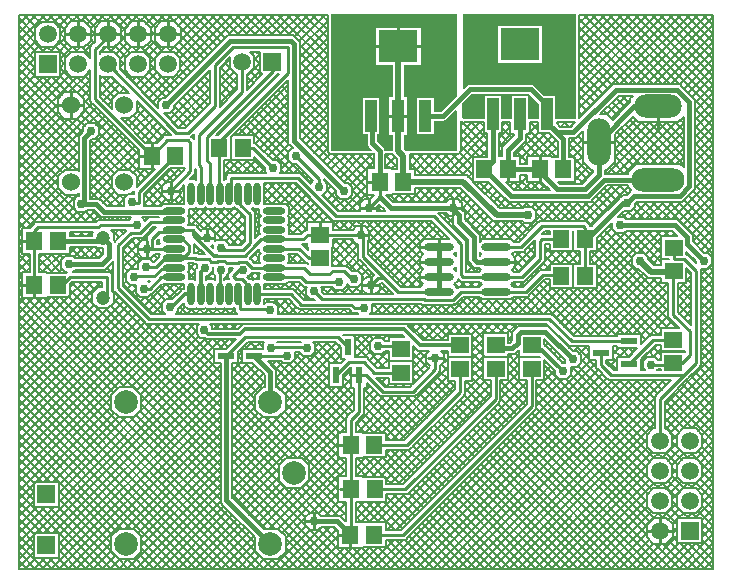
<source format=gtl>
%FSLAX24Y24*%
%MOIN*%
G70*
G01*
G75*
G04 Layer_Physical_Order=1*
G04 Layer_Color=255*
%ADD10C,0.0080*%
%ADD11R,0.0571X0.0217*%
%ADD12R,0.0236X0.0571*%
%ADD13R,0.0551X0.0591*%
%ADD14O,0.0984X0.0276*%
%ADD15R,0.0591X0.0551*%
%ADD16R,0.1299X0.1063*%
%ADD17R,0.0394X0.1063*%
%ADD18R,0.0571X0.0236*%
%ADD19O,0.0768X0.0236*%
%ADD20O,0.0236X0.0768*%
%ADD21C,0.0100*%
%ADD22C,0.0150*%
%ADD23C,0.0120*%
%ADD24C,0.0200*%
%ADD25R,0.0591X0.0591*%
%ADD26C,0.0591*%
%ADD27C,0.0472*%
%ADD28C,0.0600*%
%ADD29C,0.0787*%
%ADD30O,0.0787X0.1575*%
%ADD31O,0.1575X0.0787*%
%ADD32O,0.1772X0.0787*%
%ADD33R,0.0591X0.0591*%
%ADD34C,0.0300*%
G36*
X35300Y46296D02*
X34775Y45772D01*
X34517D01*
Y46225D01*
X33974D01*
Y45012D01*
X34517D01*
Y45466D01*
X34839D01*
X34897Y45477D01*
X34947Y45510D01*
X34947Y45510D01*
X34947Y45510D01*
X35254Y45818D01*
X35300Y45798D01*
Y44460D01*
X33592D01*
X33518Y44534D01*
Y44987D01*
X33637D01*
Y45569D01*
X33043D01*
Y44987D01*
X33162D01*
Y44460D01*
X32869D01*
Y44473D01*
X32858Y44532D01*
X32824Y44582D01*
X32633Y44773D01*
Y45012D01*
X32706D01*
Y46225D01*
X32163D01*
Y45012D01*
X32327D01*
Y44710D01*
X32327Y44710D01*
X32327D01*
X32339Y44651D01*
X32372Y44602D01*
X32467Y44506D01*
X32448Y44460D01*
X31100D01*
Y49020D01*
X35300D01*
Y46296D01*
D02*
G37*
G36*
X38034Y46040D02*
Y45530D01*
X37672D01*
Y46295D01*
X37128D01*
Y45530D01*
X36766D01*
Y46295D01*
X36223D01*
Y45530D01*
X35515D01*
X35480Y45565D01*
X35481Y46045D01*
X35803Y46367D01*
X37707D01*
X38034Y46040D01*
D02*
G37*
G36*
X39260Y45530D02*
X38577D01*
Y46295D01*
X38211D01*
X37878Y46628D01*
X37829Y46661D01*
X37770Y46673D01*
X35740D01*
X35681Y46661D01*
X35632Y46628D01*
X35529Y46525D01*
X35483Y46545D01*
X35490Y49016D01*
X35500Y49020D01*
Y49020D01*
X35500Y49020D01*
X39260D01*
Y45530D01*
D02*
G37*
%LPC*%
G36*
X34090Y47891D02*
X32590D01*
Y47310D01*
X33162D01*
Y46250D01*
X33043D01*
Y45669D01*
X33637D01*
Y46250D01*
X33518D01*
Y47310D01*
X34090D01*
Y47891D01*
D02*
G37*
G36*
Y48573D02*
X33390D01*
Y47991D01*
X34090D01*
Y48573D01*
D02*
G37*
G36*
X33290D02*
X32590D01*
Y47991D01*
X33290D01*
Y48573D01*
D02*
G37*
G36*
X38125Y48618D02*
X36675D01*
Y47405D01*
X38125D01*
Y48618D01*
D02*
G37*
%LPD*%
D10*
X23060Y46152D02*
G03*
X23101Y46081I158J46D01*
G01*
X23053Y46198D02*
G03*
X23060Y46152I165J0D01*
G01*
Y46244D02*
G03*
X23053Y46198I158J-46D01*
G01*
X35150Y39329D02*
G03*
X35267Y39377I0J165D01*
G01*
X35418Y39927D02*
G03*
X35317Y39892I0J-165D01*
G01*
X20686Y30791D02*
X20949Y30528D01*
X20912D02*
X21281Y30898D01*
X20686Y31074D02*
X21232Y30528D01*
X20686Y30585D02*
X21204Y31103D01*
X20686Y30868D02*
X21204Y31386D01*
X20686Y30585D02*
X21204Y31103D01*
X20686Y31357D02*
X21515Y30528D01*
X21428Y30898D02*
X21798Y30528D01*
X21195D02*
X21564Y30898D01*
X21711D02*
X22080Y30528D01*
X21477D02*
X21847Y30898D01*
X21994D02*
X22363Y30528D01*
X21204Y30898D02*
X22024D01*
Y31150D02*
X22646Y30528D01*
X22024Y31433D02*
X22929Y30528D01*
X20686Y31923D02*
X21204Y31405D01*
X20686Y31640D02*
X21204Y31122D01*
X20686Y31151D02*
X21204Y31669D01*
X20686Y32206D02*
X21204Y31688D01*
X20686Y32489D02*
X21456Y31719D01*
X20686Y31434D02*
X21854Y32602D01*
X20686Y33054D02*
X22022Y31719D01*
X21204Y31669D02*
X21253Y31719D01*
X21204Y30898D02*
Y31719D01*
X22024Y30898D02*
Y31719D01*
X20686Y31717D02*
X21571Y32602D01*
X20686Y32000D02*
X21288Y32602D01*
X20686Y32282D02*
X21204Y32800D01*
Y31719D02*
X22024D01*
X20686Y32771D02*
X21739Y31719D01*
X21421Y32602D02*
X23495Y30528D01*
X21987Y32602D02*
X24060Y30528D01*
X21704Y32602D02*
X23777Y30528D01*
X22024Y31716D02*
X23212Y30528D01*
X22024Y32847D02*
X23763Y31109D01*
X22024Y33130D02*
X23763Y31391D01*
X20686Y35034D02*
X23935Y31785D01*
X23174Y30528D02*
X23763Y31117D01*
X22892Y30528D02*
X23763Y31400D01*
X23740Y30528D02*
X24061Y30850D01*
X23457Y30528D02*
X23898Y30969D01*
X23763Y31104D02*
Y31613D01*
X22024Y33413D02*
X23794Y31643D01*
X23763Y31109D02*
X24022Y30850D01*
X23763Y31613D02*
X24017Y31867D01*
X20686Y36166D02*
X26323Y30528D01*
X20686Y36448D02*
X26606Y30528D01*
X20686Y36731D02*
X26889Y30528D01*
X20686Y37014D02*
X27172Y30528D01*
X20686Y35317D02*
X24136Y31867D01*
X20686Y35600D02*
X24419Y31867D01*
X20686Y35883D02*
X26040Y30528D01*
X21253Y31719D02*
X27208Y37673D01*
X22609Y30528D02*
X27418Y35338D01*
X22326Y30528D02*
X27418Y35621D01*
X22043Y30528D02*
X27418Y35904D01*
X21760Y30528D02*
X27418Y36186D01*
X22024Y31641D02*
X27418Y37035D01*
X21536Y31719D02*
X27213Y37395D01*
X21819Y31719D02*
X27418Y37318D01*
X21819Y31719D02*
X27418Y37318D01*
X20686Y32848D02*
X21204Y33366D01*
X20686Y32565D02*
X21204Y33083D01*
X20686Y33337D02*
X21204Y32819D01*
X20686Y33620D02*
X21204Y33102D01*
X20686Y33903D02*
X21204Y33385D01*
X20686Y34751D02*
X22015Y33422D01*
X20686Y36525D02*
X23371Y39210D01*
X21204Y33366D02*
X21260Y33422D01*
X21204Y32602D02*
Y33422D01*
Y32602D02*
X22024D01*
Y33422D01*
X20686Y34186D02*
X21449Y33422D01*
X20686Y34468D02*
X21732Y33422D01*
X21204D02*
X22024D01*
X20686Y36808D02*
X23205Y39327D01*
X20686Y38222D02*
X22044Y39580D01*
X20686Y38505D02*
X21761Y39580D01*
X20686Y37091D02*
X23146Y39551D01*
X20686Y37939D02*
X22327Y39580D01*
X20686Y39353D02*
X20888Y39555D01*
X20686Y39636D02*
X20799Y39749D01*
X20686Y38788D02*
X21453Y39555D01*
X20686Y39071D02*
X21171Y39555D01*
X20799D02*
X21630D01*
Y39580D02*
X22392D01*
X23146Y39386D02*
X23322Y39210D01*
X23146Y39386D02*
Y39737D01*
X22327Y39580D02*
X22392Y39646D01*
X20686Y39842D02*
X20799Y39730D01*
X23322Y39913D02*
X23475D01*
X23146Y39737D02*
X23322Y39913D01*
X20686Y33131D02*
X23763Y36208D01*
X20686Y33414D02*
X25977Y38705D01*
X20686Y33697D02*
X25694Y38705D01*
X20686Y34828D02*
X24750Y38892D01*
X20686Y38994D02*
X23763Y35917D01*
X20686Y33979D02*
X25411Y38705D01*
X20686Y34262D02*
X25129Y38705D01*
X21543Y33422D02*
X23856Y35735D01*
X21260Y33422D02*
X23763Y35925D01*
X22024Y33338D02*
X24260Y35574D01*
X22024Y33055D02*
X27143Y38174D01*
X21826Y33422D02*
X23997Y35594D01*
X23763Y35828D02*
Y36337D01*
X24017Y36591D01*
X20686Y34545D02*
X24892Y38751D01*
X20686Y35677D02*
X24326Y39317D01*
X20686Y35959D02*
X24184Y39458D01*
X20686Y35111D02*
X24609Y39034D01*
X20686Y35394D02*
X24467Y39175D01*
X20686Y36242D02*
X23654Y39210D01*
X20686Y39277D02*
X23763Y36200D01*
X20973Y39555D02*
X23977Y36551D01*
X20686Y39560D02*
X23836Y36410D01*
X23581Y39210D02*
X27418Y35373D01*
X21256Y39555D02*
X24220Y36591D01*
X22362Y39580D02*
X27418Y34524D01*
X22392Y39833D02*
X27418Y34807D01*
X23322Y39210D02*
X23673D01*
X23654D02*
X23849Y39405D01*
X23673Y39210D02*
X23849Y39386D01*
X21539Y39555D02*
X24503Y36591D01*
X24022Y30850D02*
X24343Y30528D01*
X24305Y30850D02*
X24626Y30528D01*
X24023D02*
X24344Y30850D01*
X24017D02*
X24526D01*
X23763Y31104D02*
X24017Y30850D01*
Y31867D02*
X24526D01*
X24017Y35574D02*
X24526D01*
X24557Y30880D02*
X24909Y30528D01*
X24698Y31022D02*
X25192Y30528D01*
X24780Y31223D02*
X25474Y30528D01*
X24780Y31505D02*
X25757Y30528D01*
X24526Y31867D02*
X24780Y31613D01*
X24526Y35574D02*
X24780Y35828D01*
X24526Y30850D02*
X24780Y31104D01*
Y31613D01*
X23763Y35828D02*
X24017Y35574D01*
X24503Y36591D02*
X24780Y36314D01*
X24526Y36591D02*
X24780Y36337D01*
X24760Y36357D02*
X26683Y38280D01*
X24017Y36591D02*
X24526D01*
X24146D02*
X26260Y38705D01*
X24619Y36498D02*
X26615Y38494D01*
X24429Y36591D02*
X26543Y38705D01*
X24780Y35828D02*
Y36337D01*
X26615Y38347D02*
Y38612D01*
X26748Y38215D02*
X26883D01*
X26615Y38347D02*
X26748Y38215D01*
X26349Y38705D02*
X26615Y38439D01*
X24938Y38705D02*
X25103D01*
X26615Y38612D02*
X26707Y38705D01*
X26632D02*
X26670Y38667D01*
X25154Y30528D02*
X27418Y32792D01*
X24589Y30528D02*
X27418Y33358D01*
X24306Y30528D02*
X27418Y33641D01*
X24740Y35788D02*
X27418Y33110D01*
X24780Y36031D02*
X27418Y33393D01*
X24661Y31732D02*
X27418Y34489D01*
X24513Y31867D02*
X27418Y34772D01*
Y32920D02*
Y37395D01*
X27376D02*
X27418Y37353D01*
Y32730D02*
Y32920D01*
Y32730D02*
Y32920D01*
X26924Y38174D02*
X27099D01*
X26924D02*
X27099D01*
X27208Y37395D02*
X27418D01*
X27208D02*
Y37841D01*
X24780Y36094D02*
X26892Y38206D01*
X23768Y39305D02*
X27418Y35656D01*
X23849Y39508D02*
X27418Y35939D01*
X23805Y39835D02*
X27418Y36221D01*
X25783Y38705D02*
X27418Y37070D01*
X26066Y38705D02*
X27208Y37563D01*
X25217Y38705D02*
X27418Y36504D01*
X25500Y38705D02*
X27418Y36787D01*
X26883Y38215D02*
X26924Y38174D01*
X26883Y38215D02*
X26924Y38174D01*
X26839Y38215D02*
X27212Y37841D01*
X27210Y38524D02*
X27391Y38705D01*
X27053D02*
X27145Y38612D01*
X27080Y38677D02*
X27108Y38705D01*
X27145Y38524D02*
Y38612D01*
X27197Y38705D02*
X27379Y38524D01*
X24855Y38788D02*
X24938Y38705D01*
X24855Y38788D02*
X24938Y38705D01*
X24883Y39605D02*
X25453Y39035D01*
X23849Y39405D02*
X24043Y39599D01*
X24573Y39564D02*
X24666Y39657D01*
X24718Y39605D02*
X24983D01*
X24715Y39423D02*
X24897Y39605D01*
X24938Y38705D02*
X25103D01*
X25459Y39035D02*
X25508Y39084D01*
X25103Y39035D02*
X25557D01*
X25475Y39118D02*
X25557Y39035D01*
X25176D02*
X25475Y39334D01*
Y39118D02*
Y39383D01*
X25608Y39515D02*
X25793D01*
X25475Y39383D02*
X25608Y39515D01*
X23849Y39386D02*
Y39737D01*
Y39688D02*
X23902Y39741D01*
X23928Y39715D02*
X24855Y38788D01*
X24432Y39706D02*
X24585Y39859D01*
X23805Y39781D02*
X23849Y39737D01*
X23845Y39797D02*
Y39962D01*
Y39797D02*
X23928Y39715D01*
X23845Y39797D02*
X23928Y39715D01*
X24983Y39605D02*
X25082Y39705D01*
X24585Y39738D02*
X24718Y39605D01*
X25074Y39697D02*
X25475Y39296D01*
X25245Y39809D02*
X25573Y39481D01*
X25082Y39705D02*
X25140D01*
X25082D02*
X25140D01*
X25223Y39787D01*
X25140Y39705D02*
X25223Y39787D01*
X25923Y39035D02*
X26005Y39118D01*
X25103Y38705D02*
X26707D01*
X25971Y39083D02*
X26019Y39035D01*
X26307D02*
X26458Y39186D01*
X26005Y39118D02*
Y39202D01*
X26433Y39186D02*
X26585Y39035D01*
X26320Y39186D02*
X26554D01*
X26716D02*
X26867Y39035D01*
X26590D02*
X26741Y39186D01*
X26999D02*
X27150Y39035D01*
X26873D02*
X27024Y39186D01*
X26950D02*
X27183D01*
X26635D02*
X26869D01*
X27156Y39035D02*
X27307Y39186D01*
X27183D02*
X27224Y39227D01*
X26005Y39202D02*
X26204Y39401D01*
X25793Y39515D02*
X26050Y39773D01*
X26024Y39035D02*
X26248Y39259D01*
X26070Y39267D02*
X26302Y39035D01*
X26050Y39773D02*
X26138Y39860D01*
X25386Y39951D02*
X25807Y39530D01*
X26138Y39860D02*
X26204D01*
X26050Y39773D02*
X26138Y39860D01*
X26869Y39186D02*
X26909Y39227D01*
X26594Y39227D02*
X26635Y39186D01*
X26909Y39227D02*
X26950Y39186D01*
X27224Y39227D02*
X27265Y39186D01*
X26204Y39303D02*
Y39401D01*
X26138Y39860D02*
X26204D01*
X26554Y39186D02*
X26594Y39227D01*
X26204Y39303D02*
X26320Y39186D01*
X20686Y39919D02*
X20799Y40032D01*
X20686Y40125D02*
X20799Y40013D01*
X20686Y40202D02*
X20799Y40315D01*
X20686Y40408D02*
X20799Y40295D01*
X21379Y40426D02*
X21630D01*
X22392Y39580D02*
Y40032D01*
X22465Y40105D01*
X22392Y39646D02*
X22852Y40105D01*
X22392Y39928D02*
X22569Y40105D01*
X21630Y40401D02*
X22266D01*
X22290Y40425D01*
X22266Y40401D02*
X22290Y40425D01*
X22218D02*
X22290D01*
X20799Y39555D02*
Y40426D01*
X20686Y30528D02*
Y48999D01*
X20799Y40426D02*
X21049D01*
X20686Y40691D02*
X20951Y40426D01*
X20910D02*
X21049Y40565D01*
Y40426D02*
Y41012D01*
X21379Y40563D02*
X21517Y40426D01*
X21379D02*
Y41012D01*
X21733Y40401D02*
X22085Y40753D01*
X21379Y40846D02*
X21824Y40401D01*
X22016D02*
X22129Y40514D01*
X21496Y41012D02*
X22107Y40401D01*
X22085Y40557D02*
X22218Y40425D01*
X21475Y40426D02*
X22087Y41037D01*
X22574Y40500D02*
X22639Y40435D01*
X22492D02*
X22557Y40500D01*
X20686Y37656D02*
X23134Y40105D01*
X22434Y40074D02*
X27418Y35090D01*
X20686Y37374D02*
X23417Y40105D01*
X22969D02*
X23242Y39832D01*
X22686Y40105D02*
X23146Y39645D01*
X22465Y40105D02*
X23475D01*
X23252D02*
X23444Y39913D01*
X23845Y39797D02*
Y39962D01*
X23805Y39786D02*
Y40188D01*
X24175Y39962D02*
X25103Y39035D01*
X24175Y40030D02*
X25170Y39035D01*
X23805Y39927D02*
X23845Y39967D01*
X23475Y39913D02*
Y40105D01*
X23805Y40117D02*
X23845Y40077D01*
X24175Y40014D02*
X24282Y40121D01*
X23558Y40435D02*
X23723D01*
X23422Y40500D02*
X23487Y40435D01*
X23723D02*
X23805Y40353D01*
X23635Y40570D02*
X23845Y40360D01*
X23140Y40500D02*
X23205Y40435D01*
X22899D02*
X22964Y40500D01*
X22492Y40435D02*
X23558D01*
X23182D02*
X23247Y40500D01*
X23805Y40188D02*
Y40353D01*
Y40188D02*
Y40353D01*
X23845Y39962D02*
Y40780D01*
X24175Y39962D02*
Y41227D01*
X23805Y40210D02*
X23845Y40250D01*
X23723Y40435D02*
X23805Y40353D01*
X24175Y40313D02*
X24275Y40213D01*
X23735Y40423D02*
X23845Y40533D01*
X20686Y40485D02*
X21049Y40848D01*
X20686Y40974D02*
X21049Y40611D01*
X21379Y40612D02*
X21804Y41037D01*
X20931Y41012D02*
X21049Y40893D01*
X20686Y40768D02*
X20930Y41012D01*
X21379D02*
X21630D01*
X20799D02*
X21049D01*
X22085Y40557D02*
Y40823D01*
X21754Y41037D02*
X22085Y40706D01*
X22857Y40500D02*
X22922Y40435D01*
X22616D02*
X22681Y40500D01*
X22085Y40823D02*
X22218Y40955D01*
X21379Y40895D02*
X21496Y41012D01*
X22483Y40955D02*
X22557Y40880D01*
X22218Y40955D02*
X22483D01*
X20686Y41051D02*
X20799Y41163D01*
Y41012D02*
Y41883D01*
X21630Y41037D02*
X22392D01*
X22037D02*
X22168Y40906D01*
X20686Y41257D02*
X20799Y41144D01*
X20686Y41333D02*
X20799Y41446D01*
X20686Y41540D02*
X20799Y41427D01*
X22320Y41037D02*
X22402Y40955D01*
X22392Y41247D02*
X22760Y40880D01*
X22665Y41257D02*
X23042Y40880D01*
X22526Y40911D02*
X22873Y41257D01*
X22287Y40955D02*
X22369Y41037D01*
X22392Y41060D01*
X22590Y41257D01*
X22392Y41037D02*
Y41257D01*
X22557Y40500D02*
X23375D01*
X23565D01*
X23464Y40435D02*
X23529Y40500D01*
X22557Y40880D02*
X23375D01*
X23510Y41015D01*
X23375Y40500D02*
X23565D01*
X23344Y40880D02*
X23510Y41046D01*
X23565Y40500D02*
X23660Y40595D01*
X23565Y40500D02*
X23660Y40595D01*
X23558Y40435D02*
X23723D01*
X24175Y40596D02*
X24327Y40444D01*
X23777Y40712D02*
X23845Y40643D01*
X23660Y40595D02*
X23795Y40730D01*
X23845Y40780D01*
X23795Y40730D02*
X23845Y40780D01*
X22948Y41257D02*
X23325Y40880D01*
X22778D02*
X23155Y41257D01*
X23061Y40880D02*
X23391Y41210D01*
X23231Y41257D02*
X23492Y40997D01*
X23275Y41257D02*
X23322Y41210D01*
X22392Y41257D02*
X23275D01*
X23510Y41015D02*
Y41210D01*
X23322D02*
X23510D01*
X23890Y41438D02*
X23928Y41475D01*
X23890Y41438D02*
X23928Y41475D01*
X24175Y41162D02*
X24655Y40682D01*
X24175Y40863D02*
X25226Y41914D01*
X23849Y41495D02*
X23890Y41454D01*
X23849Y41495D02*
Y41737D01*
Y41495D02*
X23890Y41454D01*
X23928Y41475D02*
X24250Y41797D01*
X24585Y39738D02*
Y39995D01*
X24998Y39140D02*
X25881Y40023D01*
X24856Y39281D02*
X25598Y40023D01*
X24493Y39995D02*
X24585Y39903D01*
X24291Y39847D02*
X24439Y39995D01*
X24407D02*
X24585D01*
X25003Y40115D02*
X25029Y40089D01*
X25597Y40023D02*
X25949Y39671D01*
X25223Y39787D02*
X25471Y40036D01*
X25656Y39515D02*
X26163Y40023D01*
X25880D02*
X26090Y39812D01*
X25484Y40023D02*
X26204D01*
X25029Y40089D02*
X25055Y40115D01*
X26204Y39860D02*
Y40023D01*
X26162D02*
X26204Y39981D01*
X24275Y40128D02*
X24407Y39995D01*
X24275Y40128D02*
Y40392D01*
X24407Y40525D01*
X24175Y40297D02*
X24796Y40919D01*
X24407Y40525D02*
X24655D01*
X24175Y40879D02*
X24529Y40525D01*
X24655Y40712D02*
X24787Y40845D01*
X24175Y40580D02*
X24666Y41071D01*
X25003Y40115D02*
X25055D01*
X26365Y40184D02*
Y40372D01*
X26324Y40413D02*
X26365Y40372D01*
X26324Y40413D02*
X26365Y40454D01*
X24655Y40525D02*
Y40712D01*
X24999Y40904D02*
X25157Y40745D01*
X26365Y40454D02*
Y40687D01*
X26332Y40721D02*
X26365Y40687D01*
X26577Y40160D02*
Y40334D01*
X26927Y40160D02*
X26950Y40184D01*
X26554D02*
X26577Y40160D01*
X26365Y40184D02*
X26554D01*
X26331Y40420D02*
X26577Y40174D01*
X26927Y40305D02*
X27032D01*
X26365Y40224D02*
X26577Y40436D01*
X26950Y40184D02*
X27183D01*
X26927Y40160D02*
Y40305D01*
X27183Y40184D02*
X27217Y40150D01*
Y40318D01*
X27012Y40305D02*
X27133Y40184D01*
X26927Y40221D02*
X27011Y40305D01*
X27173Y40184D02*
X27217Y40228D01*
X27167Y40367D02*
X27217Y40318D01*
X26365Y40507D02*
X26543Y40685D01*
X26492Y40721D02*
X26528Y40685D01*
X26577Y40509D02*
X26635Y40567D01*
X26365Y40669D02*
X26577Y40457D01*
X26492Y40721D02*
X26528Y40685D01*
X26332Y40721D02*
X26492D01*
X26528Y40685D02*
X26635D01*
X26528D02*
X26635D01*
X26577Y40334D02*
Y40509D01*
Y40334D02*
Y40509D01*
X27032Y40305D02*
X27165Y40437D01*
X27011Y40305D02*
X27165Y40459D01*
X26577Y40509D02*
X26635Y40567D01*
Y40685D01*
X27167Y40367D02*
Y40605D01*
X27165Y40437D02*
Y40605D01*
X24284Y41336D02*
X24781Y40839D01*
X24787Y40845D02*
X25052D01*
X24666Y41049D02*
X24811Y40904D01*
X24666Y41049D02*
Y41339D01*
X24811Y40904D02*
X25101D01*
X25052Y40845D02*
X25152Y40745D01*
X25006Y40845D02*
X25065Y40904D01*
X25191Y40746D02*
X25333Y40887D01*
X25189Y40746D02*
X25333Y40889D01*
X25101Y40904D02*
X25226Y41029D01*
X25191Y40994D02*
X25315Y40870D01*
X25289Y41359D02*
Y41451D01*
X24175Y41146D02*
X24579Y41550D01*
X24175Y41227D02*
X24497Y41550D01*
X24425Y41477D02*
X24666Y41236D01*
Y41339D02*
X24811Y41484D01*
X24635Y41550D02*
X24756Y41429D01*
X24497Y41550D02*
X24651D01*
X24816D01*
X24651D02*
X24816D01*
X24811Y41484D02*
X24959D01*
Y41616D01*
X25289Y41411D02*
X25367Y41489D01*
Y41399D02*
Y41530D01*
X24816Y41550D02*
X24899Y41632D01*
X24816Y41550D02*
X24899Y41632D01*
X24867Y41601D02*
X24959Y41509D01*
Y41484D02*
Y41616D01*
X25333Y40901D02*
X25367Y40936D01*
X25333Y40887D02*
X25367Y40922D01*
X25333Y40889D02*
X25367Y40924D01*
Y40936D02*
Y41002D01*
X25226Y41029D02*
X25385D01*
X25367Y41002D02*
X25389Y41025D01*
X26545Y41051D02*
Y41181D01*
X26657Y41051D02*
X26693Y41015D01*
X26545Y41051D02*
X26657D01*
X26693Y41015D02*
X26882D01*
X26657Y41051D02*
X26693Y41015D01*
X26545Y41051D02*
Y41181D01*
Y41221D01*
Y41051D02*
X26657D01*
X26626D02*
X26736Y41161D01*
X26545Y41221D02*
Y41352D01*
Y41221D02*
Y41352D01*
Y41253D02*
X26594Y41302D01*
X26545Y41337D02*
X26867Y41015D01*
X25289Y41359D02*
X25371D01*
X25289Y41451D02*
X25367Y41530D01*
Y41399D02*
X25389Y41377D01*
X25294Y41457D02*
X25382Y41369D01*
X27103Y41288D02*
X27155Y41237D01*
X26545Y41352D02*
X26882Y41015D01*
X27125Y41267D02*
X27155Y41297D01*
Y41237D02*
Y41340D01*
X27131Y41316D02*
X27155Y41293D01*
X27103Y41288D02*
X27155Y41340D01*
X27240Y41458D02*
X27287Y41505D01*
X27240Y41458D02*
Y41715D01*
X26569Y30528D02*
X28094Y32054D01*
X27134Y30528D02*
X28377Y31771D01*
X26851Y30528D02*
X28236Y31913D01*
X25720Y30528D02*
X27670Y32478D01*
X25437Y30528D02*
X27528Y32620D01*
X26286Y30528D02*
X27953Y32195D01*
X26003Y30528D02*
X27811Y32337D01*
X27983Y30528D02*
X28566Y31112D01*
X27417Y30528D02*
X28518Y31630D01*
X28266Y30528D02*
X28704Y30966D01*
X27700Y30528D02*
X28566Y31395D01*
Y31104D02*
Y31582D01*
X27513Y32635D02*
X28566Y31582D01*
Y31104D02*
X28820Y30850D01*
X28566Y31114D02*
X28830Y30850D01*
X22024Y31075D02*
X27418Y36469D01*
X20686Y37297D02*
X27454Y30528D01*
X20686Y37580D02*
X27737Y30528D01*
X20686Y37863D02*
X28020Y30528D01*
X24230Y31867D02*
X27418Y35055D01*
X22024Y31358D02*
X27418Y36752D01*
X24389Y35574D02*
X28566Y31397D01*
X24106Y35574D02*
X28566Y31114D01*
X24872Y30528D02*
X27418Y33075D01*
X24780Y31286D02*
X27418Y33924D01*
Y32730D02*
X27513Y32635D01*
X24780Y31569D02*
X27418Y34206D01*
X24599Y35647D02*
X27418Y32827D01*
X24780Y36314D02*
X27418Y33676D01*
Y32730D02*
X27513Y32635D01*
X27798Y32920D02*
Y37395D01*
Y32920D02*
X28851Y31867D01*
X20686Y30528D02*
X43842D01*
X28549D02*
X28870Y30850D01*
X27798Y33013D02*
X28944Y31867D01*
X27798Y33296D02*
X29227Y31867D01*
X28521Y32197D02*
X29571Y33248D01*
X28379Y32339D02*
X29430Y33390D01*
X28831Y30528D02*
X29153Y30850D01*
X28830D02*
X29151Y30528D01*
X29113Y30850D02*
X29434Y30528D01*
X29114D02*
X30406Y31820D01*
X28820Y30850D02*
X29329D01*
X28851Y31867D02*
X29329D01*
X28803Y31915D02*
X30101Y33212D01*
X28662Y32056D02*
X29818Y33212D01*
X27798Y33579D02*
X30848Y30528D01*
X27798Y34427D02*
X30240Y31985D01*
X27798Y33861D02*
X31131Y30528D01*
X27798Y34144D02*
X31414Y30528D01*
X27798Y34710D02*
X30247Y32262D01*
X27798Y35276D02*
X29353Y33720D01*
X27798Y34993D02*
X30391Y32400D01*
X27798Y33172D02*
X31224Y36598D01*
X28238Y32480D02*
X29353Y33596D01*
X28096Y32622D02*
X29353Y33879D01*
X29039Y31867D02*
X31396Y34225D01*
X27955Y32763D02*
X31769Y36578D01*
X29197Y35574D02*
X31346Y33425D01*
X27798Y33455D02*
X31046Y36703D01*
X28914Y35574D02*
X31346Y33142D01*
X27813Y32905D02*
X31506Y36598D01*
X27798Y35152D02*
X28566Y35920D01*
X27798Y34586D02*
X28803Y35591D01*
X27798Y34869D02*
X28662Y35733D01*
X27798Y36973D02*
X28566Y36205D01*
X27798Y36566D02*
X28549Y37317D01*
X27798Y35435D02*
X28566Y36203D01*
X27798Y36690D02*
X28566Y35922D01*
Y35828D02*
Y36337D01*
X27798Y36284D02*
X28691Y37176D01*
X28566Y35828D02*
X28820Y35574D01*
X27798Y36001D02*
X28832Y37035D01*
X27798Y36849D02*
X28344Y37395D01*
X27798D02*
X28009D01*
X28566Y36337D02*
X28820Y36591D01*
X27798Y37256D02*
X28641Y36412D01*
X27798Y37132D02*
X28133Y37467D01*
X28009Y37395D02*
Y37771D01*
X27942Y37395D02*
X28783Y36554D01*
X28133Y37395D02*
X28472D01*
X28070Y37832D02*
X28133Y37769D01*
X27208Y37841D02*
X27584D01*
X28009Y37611D02*
X28133Y37487D01*
X28009Y37625D02*
X28133Y37750D01*
Y37395D02*
Y37841D01*
X28211Y37974D02*
X28344Y37841D01*
X28133D02*
X28820D01*
X28225D02*
X28468Y38085D01*
X28790Y37841D02*
X28820Y37871D01*
X28508Y37841D02*
X28751Y38085D01*
X28820Y37841D02*
Y38028D01*
X28666Y38085D02*
X28820Y37931D01*
X27798Y35559D02*
X29368Y33989D01*
X27798Y35841D02*
X29509Y34130D01*
X27798Y33738D02*
X31046Y36986D01*
X27798Y34304D02*
X29069Y35574D01*
X27798Y35718D02*
X28885Y36804D01*
X27798Y36124D02*
X29693Y34229D01*
X27798Y36407D02*
X29976Y34229D01*
X29265Y36591D02*
Y36982D01*
X28885Y36591D02*
Y36982D01*
X28820Y35574D02*
X29329D01*
X29265Y36920D02*
X31341Y34845D01*
X28820Y36591D02*
X28885D01*
X29265Y36982D02*
Y37172D01*
Y36591D02*
X29329D01*
X29265Y36638D02*
X29311Y36591D01*
X28472Y37395D02*
X28885Y36982D01*
X28225Y37395D02*
X28885Y36735D01*
X27798Y34021D02*
X31046Y37269D01*
X29015Y37453D02*
X31373Y35095D01*
X29117Y37320D02*
X29251Y37453D01*
X28983D02*
X29170Y37267D01*
X29265Y37172D01*
X28983Y37453D02*
X29419D01*
X29265Y36982D02*
Y37172D01*
Y36902D02*
X29738Y37375D01*
X29298Y37453D02*
X31591Y35160D01*
X29265Y36619D02*
X30271Y37625D01*
X29170Y37267D02*
X29265Y37172D01*
X29258Y37178D02*
X29476Y37396D01*
X29297Y38080D02*
X30092D01*
X29293Y38085D02*
X30097D01*
X29363Y30883D02*
X29717Y30528D01*
X29504Y31024D02*
X30000Y30528D01*
X29397D02*
X30789Y31920D01*
X29329Y30850D02*
X29583Y31104D01*
X29329Y31867D02*
X29583Y31613D01*
Y31228D02*
X30283Y30528D01*
X29583Y31511D02*
X30566Y30528D01*
X29583Y31104D02*
Y31613D01*
Y31281D02*
X30254Y31951D01*
X29963Y30528D02*
X31283Y31848D01*
X29680Y30528D02*
X31071Y31920D01*
X30385Y31820D02*
X30675D01*
X30240Y31965D02*
X30385Y31820D01*
X30775Y31920D02*
X31211D01*
X30675Y31820D02*
X30775Y31920D01*
X29583Y31563D02*
X30240Y32220D01*
Y31965D02*
Y32255D01*
X29862Y33212D02*
X30674Y32400D01*
X30131Y33226D02*
X31057Y32300D01*
X29608Y33212D02*
X30117D01*
X29353Y33466D02*
X29608Y33212D01*
X30117D02*
X30371Y33466D01*
X30101Y33212D02*
X30371Y33482D01*
X30240Y31985D02*
X30405Y31820D01*
X30385Y32400D02*
X30675D01*
X30240Y32255D02*
X30385Y32400D01*
X30775Y32300D02*
X31211D01*
X30675Y32400D02*
X30775Y32300D01*
X30528Y30528D02*
X31331Y31331D01*
X30246Y30528D02*
X31331Y31614D01*
X30405Y31820D02*
X31697Y30528D01*
X30811D02*
X31518Y31235D01*
X30871Y31920D02*
X31331Y31460D01*
X31094Y30528D02*
X31800Y31235D01*
X30682Y31827D02*
X31980Y30528D01*
X31331Y31235D02*
Y31801D01*
Y31235D02*
X32162D01*
X31377Y30528D02*
X32083Y31235D01*
X31154Y31920D02*
X31331Y31743D01*
X31211Y31920D02*
X31331Y31801D01*
X31211Y32300D02*
X31401D01*
X31211D02*
X31401D01*
X30272Y33367D02*
X31340Y32300D01*
X29467Y31729D02*
X31346Y33609D01*
X30886Y32300D02*
X31346Y32761D01*
X29321Y31867D02*
X31591Y34137D01*
X30420Y32400D02*
X31346Y33326D01*
X30371Y33834D02*
X31346Y32859D01*
X30689Y32386D02*
X31346Y33043D01*
X30371Y33552D02*
X31591Y32331D01*
X31401Y32300D02*
X31496Y32205D01*
X31401Y32300D02*
X31496Y32205D01*
X31426Y32275D02*
X31591Y32440D01*
X31169Y32300D02*
X31591Y32723D01*
X31462Y32743D02*
X31591Y32614D01*
X31346Y32743D02*
Y33614D01*
Y32743D02*
X31591D01*
X29353Y33466D02*
Y33975D01*
X29608Y34229D01*
X29329Y35574D02*
X29583Y35828D01*
X29329Y36591D02*
X29583Y36337D01*
X29419Y37453D02*
X29497Y37375D01*
X29311Y36591D02*
X29583Y36319D01*
X29497Y37375D02*
X29762D01*
X30371Y33466D02*
Y33975D01*
X30117Y34229D02*
X30371Y33975D01*
Y33482D02*
X31341Y34452D01*
Y34225D02*
Y35095D01*
X29608Y34229D02*
X30117D01*
X29583Y35828D02*
Y36337D01*
Y36319D02*
X31341Y34562D01*
X31046Y36598D02*
Y37398D01*
X29762Y37375D02*
X29895Y37508D01*
Y37750D01*
X29566Y36354D02*
X31271Y38059D01*
X29425Y36496D02*
X31014Y38085D01*
X29895Y37532D02*
X30078Y37715D01*
X29895Y37750D02*
X30043D01*
X30168Y37625D02*
X30433D01*
X30043Y37750D02*
X30168Y37625D01*
X30257D02*
X31046Y36836D01*
X30486Y37679D02*
X31046Y37119D01*
X30565Y37883D02*
X31049Y37398D01*
X30646Y38085D02*
X31332Y37398D01*
X30433Y37625D02*
X30565Y37757D01*
Y38022D01*
X30503Y38085D02*
X31244D01*
X30503D02*
X30565Y38022D01*
X30371Y33765D02*
X31341Y34735D01*
X29404Y35649D02*
X31440Y33614D01*
X29546Y35791D02*
X31591Y33745D01*
X30334Y34011D02*
X31341Y35018D01*
X29583Y36036D02*
X31341Y34279D01*
X31395Y34225D01*
X30193Y34153D02*
X31591Y35551D01*
X31395Y34225D02*
X31591Y34028D01*
X31341Y34225D02*
X31591D01*
X31346Y33614D02*
X31591D01*
X31351D02*
X31591Y33854D01*
X31341Y35095D02*
X31591D01*
X31341Y35018D02*
X31418Y35095D01*
X31591Y35268D01*
X29659Y37375D02*
X31591Y35442D01*
X29852Y37465D02*
X31670Y35647D01*
X29987Y34229D02*
X31863Y36105D01*
X29704Y34229D02*
X31863Y36388D01*
X29583Y36089D02*
X31412Y37917D01*
X30929Y38085D02*
X31420Y37593D01*
X31046Y36598D02*
X31513D01*
X29895Y37704D02*
X31811Y35788D01*
X31046Y37398D02*
X31447D01*
X31176D02*
X31420Y37643D01*
X31285Y36598D02*
X31863Y36020D01*
X31447Y37398D02*
X31530Y37482D01*
X31211Y38085D02*
X31420Y37876D01*
X31244Y38085D02*
X31420Y37909D01*
Y37523D02*
X31557D01*
X31420D02*
Y37909D01*
X22024Y32772D02*
X27426Y38174D01*
X27376Y37841D02*
X27708Y38174D01*
X27163D02*
X27495Y37841D01*
X27265Y39186D02*
X27498D01*
X27282D02*
X27433Y39035D01*
X27099Y38174D02*
X27916D01*
X25923Y39035D02*
X27954D01*
X27446Y38174D02*
X27681Y37938D01*
X27480Y38705D02*
X27662Y38524D01*
X27584Y37841D02*
X27916Y38174D01*
X27729D02*
X27822Y38080D01*
X27493Y38524D02*
X27674Y38705D01*
X27438Y39035D02*
X27590Y39186D01*
X27763Y38705D02*
X27944Y38524D01*
X27895Y39094D02*
X27954Y39035D01*
X21797Y39580D02*
X27418Y33959D01*
X22079Y39580D02*
X27418Y34241D01*
X27532Y39219D02*
X27716Y39035D01*
X27498Y39186D02*
X27539Y39227D01*
X27539Y39227D02*
X27580Y39186D01*
X27547Y40150D02*
Y40235D01*
X27580Y40184D02*
X27709D01*
X27547Y40150D02*
X27580Y40184D01*
X27895Y39094D02*
Y39186D01*
X27721Y39035D02*
X27884Y39198D01*
X27895Y39094D02*
Y39186D01*
X27830Y39203D02*
X27895Y39139D01*
X27580Y39186D02*
X27813D01*
X27606Y40276D02*
X27698Y40184D01*
X27854Y39227D02*
X27895Y39186D01*
X27813Y39186D02*
X27854Y39227D01*
X20686Y38145D02*
X28303Y30528D01*
X28009Y37771D02*
X28323Y38085D01*
X20686Y38428D02*
X28586Y30528D01*
X27145Y38524D02*
X27990D01*
X27776D02*
X27957Y38705D01*
X27990Y38524D02*
X28064Y38598D01*
X28046Y38705D02*
X28108Y38642D01*
X28383Y38085D02*
X28627Y37841D01*
X28064Y38598D02*
X28151Y38685D01*
X28323Y38085D02*
X28877D01*
X28820Y38028D02*
X28877Y38085D01*
X28151Y38685D02*
X28326D01*
X28064Y38598D02*
X28151Y38685D01*
X28326D02*
X33451D01*
X28151D02*
X28326D01*
X27895Y39094D02*
X27954Y39035D01*
X28484Y40143D02*
X28525Y40184D01*
X27053Y38705D02*
X38277D01*
X20686Y38711D02*
X28869Y30528D01*
X28443Y40184D02*
X28484Y40143D01*
X28377Y40184D02*
X28443D01*
X28587D02*
X28714Y40310D01*
X28399Y40332D02*
X28547Y40184D01*
X28875Y39352D02*
Y39520D01*
Y39850D02*
Y40023D01*
Y39352D02*
X28932Y39410D01*
X28875Y39520D02*
X29682D01*
X28875Y39906D02*
X28992Y40023D01*
X28714Y40184D02*
Y40372D01*
X28875Y39850D02*
X29682D01*
X28875Y40023D02*
X29595D01*
X27675Y40217D02*
Y40345D01*
Y40217D02*
X27709Y40184D01*
X27675Y40217D02*
X27709Y40184D01*
X27675Y40345D02*
Y40382D01*
Y40345D02*
Y40382D01*
Y40217D02*
Y40345D01*
X27565Y40235D02*
X27675Y40345D01*
Y40382D02*
X27698Y40405D01*
X27675Y40382D02*
X27698Y40405D01*
X27757Y40465D01*
X27698Y40405D02*
Y40545D01*
Y40405D02*
X27757Y40465D01*
X27698Y40468D02*
X27729Y40436D01*
X27701Y40545D02*
X27801D01*
X27701D02*
X27801D01*
X27552Y41505D02*
X27685Y41372D01*
X26764Y42533D02*
X27971Y41325D01*
X27685D02*
X28095D01*
X27047Y42533D02*
X28175Y41405D01*
X27287Y41505D02*
X27552D01*
X26481Y42533D02*
X27509Y41505D01*
X27599Y41458D02*
X28235Y42094D01*
X27363Y41505D02*
X28176Y42318D01*
X27757Y40465D02*
X27843Y40551D01*
X27698Y40425D02*
X27823Y40551D01*
X27807D02*
X27843D01*
X27749Y41325D02*
X28235Y41811D01*
X27685Y41325D02*
Y41372D01*
X28031Y41325D02*
X28235Y41529D01*
X28095Y41325D02*
X28235Y41465D01*
Y42259D01*
X28314Y40247D02*
X28342Y40219D01*
X28377Y40184D01*
X28342Y40219D02*
X28377Y40184D01*
X28314Y40247D02*
X28415Y40347D01*
X28341Y40220D02*
X28526Y40406D01*
X28415D02*
X28538D01*
X28415D02*
X28538D01*
X28525Y40184D02*
X28714D01*
X28415Y40347D02*
Y40406D01*
X28714Y40372D02*
X28747Y40406D01*
X28608D02*
X28714Y40300D01*
X28538Y40406D02*
X28747D01*
X28431Y40842D02*
X28538Y40736D01*
X28747D01*
X28714Y40769D02*
X28747Y40736D01*
X28396Y40877D02*
X28431Y40842D01*
X28396Y40877D02*
X28431Y40842D01*
X28574Y40736D02*
X28714Y40876D01*
X28408Y40889D02*
X28561Y40736D01*
X28397Y40877D02*
X28663Y41143D01*
X28565Y41553D02*
Y42259D01*
X28549Y41030D02*
X28714Y40866D01*
X28414Y40859D02*
X28714Y41159D01*
Y40769D02*
Y41002D01*
Y41084D02*
Y41194D01*
Y41002D02*
X28755Y41043D01*
X28714Y41084D02*
X28755Y41043D01*
X28691Y41171D02*
X28714Y41148D01*
X28663Y41155D02*
X28714Y41206D01*
X28663Y41143D02*
X28714Y41194D01*
X28663Y41143D02*
X28714Y41194D01*
X29330Y39035D02*
Y39278D01*
Y39118D02*
X29413Y39035D01*
X29211Y39520D02*
X29696Y39035D01*
X29197Y39410D02*
X29330Y39278D01*
X28932Y39410D02*
X29197D01*
X29330Y39230D02*
X29621Y39520D01*
X29330Y39230D02*
X29621Y39520D01*
X29701Y39035D02*
X29934Y39268D01*
X29418Y39035D02*
X29793Y39410D01*
X30121Y39175D02*
X30261Y39035D01*
X29984D02*
X30124Y39175D01*
X29945Y39258D02*
X30027Y39175D01*
X29945Y39258D02*
X30027Y39175D01*
X30192D01*
X30027D02*
X30192D01*
X28945Y39410D02*
X29055Y39520D01*
X28928D02*
X29038Y39410D01*
X29494Y39520D02*
X29979Y39035D01*
X29213Y39395D02*
X29338Y39520D01*
X29385Y39850D02*
X29558Y40023D01*
X29102Y39850D02*
X29275Y40023D01*
X29557D02*
X29729Y39850D01*
X29668D02*
X29909Y40091D01*
X29847Y39850D02*
X29930Y39768D01*
X29847Y39850D02*
X29930Y39768D01*
X29682Y39520D02*
X29945Y39258D01*
X29930Y39768D02*
X30192Y39505D01*
X29682Y39850D02*
X29847D01*
X29682D02*
X29847D01*
X29899Y39799D02*
X30111Y40011D01*
X29899Y39799D02*
X30111Y40011D01*
X30267Y39035D02*
X30407Y39175D01*
X29330Y39035D02*
X31997D01*
X30404Y39175D02*
X30544Y39035D01*
X30398Y39515D02*
X30547D01*
X30182Y39516D02*
X30289Y39623D01*
X30192Y39175D02*
X31697D01*
X30192Y39505D02*
X30557D01*
X30565Y37919D02*
X30731Y38085D01*
X30550Y39035D02*
X30690Y39175D01*
X30833Y39035D02*
X30973Y39175D01*
X30687D02*
X30827Y39035D01*
X31115D02*
X31255Y39175D01*
X30970D02*
X31110Y39035D01*
X31398D02*
X31538Y39175D01*
X31253D02*
X31393Y39035D01*
X30040Y39657D02*
X30265Y39882D01*
Y39648D02*
Y39913D01*
Y39648D02*
X30398Y39515D01*
X29771Y40091D02*
X30357Y39505D01*
X30795Y39762D02*
X30872Y39685D01*
X30795Y39762D02*
Y39913D01*
X30776Y39935D02*
X31026Y39685D01*
X30795Y39846D02*
X30884Y39935D01*
X30917Y39685D02*
X31152Y39920D01*
X31059Y39935D02*
X31309Y39685D01*
X30872D02*
X33177D01*
X31200D02*
X31350Y39835D01*
X31237D02*
X31502D01*
X31137Y39935D02*
X31237Y39835D01*
X31441D02*
X31591Y39685D01*
X31483D02*
X31733Y39935D01*
X28991Y40023D02*
X29164Y39850D01*
X29274Y40023D02*
X29446Y39850D01*
X30032Y40091D02*
X30105Y40017D01*
X29595Y40023D02*
X29663Y40091D01*
X29678Y40736D02*
X29711Y40769D01*
X29663Y40091D02*
X30032D01*
X29678Y40736D02*
X30107D01*
X30105Y40017D02*
X30187Y39935D01*
X30105Y40017D02*
X30187Y39935D01*
X30265Y39913D02*
X30287Y39935D01*
X30210D02*
X30265Y39880D01*
X30107Y40736D02*
X30257D01*
X30107D02*
X30257D01*
X30187Y39935D02*
X30287D01*
X30187D02*
X30287D01*
X29711Y40999D02*
X29975Y40736D01*
X29711Y40769D02*
Y41002D01*
X29705Y40736D02*
X29981Y41012D01*
X29957Y41036D02*
X30189Y40803D01*
X29675Y41036D02*
X29711Y40999D01*
X29678Y41036D02*
X29711Y41002D01*
X29678Y41036D02*
X29957D01*
X29700Y41014D02*
X29722Y41036D01*
X30189Y40803D02*
X30257Y40736D01*
X29988D02*
X30122Y40870D01*
X30189Y40803D02*
X30257Y40736D01*
X30208Y41351D02*
X30293Y41266D01*
X30137Y41351D02*
X30204Y41283D01*
X30137Y41351D02*
X30204Y41283D01*
X30137Y41351D02*
X30258D01*
X30137D02*
X30258D01*
X30287Y40721D02*
X30318Y40689D01*
X30773Y39935D02*
X31137D01*
X30773D02*
X30795Y39913D01*
X30287Y40721D02*
X30318D01*
X30287D02*
X30318D01*
X30287D02*
X30318Y40689D01*
Y40721D01*
X31233Y40635D02*
X31448D01*
X31139Y40703D02*
X31207Y40635D01*
X31448D02*
X31613D01*
X31448D02*
X31613D01*
X31139D02*
X31233D01*
X31139D02*
Y41258D01*
Y40635D02*
X31233D01*
X31139Y40986D02*
X31490Y40635D01*
X30318Y41169D02*
Y41258D01*
X30204Y41283D02*
X30318Y41169D01*
X31139Y40755D02*
X31849Y41466D01*
X31139Y41038D02*
X31609Y41508D01*
X30258Y41351D02*
X30293Y41386D01*
X30258Y41351D02*
X30293Y41386D01*
X30228Y41259D02*
X30293Y41324D01*
Y41258D02*
Y41386D01*
X31150Y41258D02*
X31943Y40465D01*
X31301Y40635D02*
X32005Y41339D01*
X31182Y41508D02*
X32421Y40270D01*
X31465Y41508D02*
X32005Y40968D01*
X31164Y41346D02*
X31326Y41508D01*
X31164Y41258D02*
Y41508D01*
X31807D01*
X31139Y41038D02*
X31609Y41508D01*
X20686Y41616D02*
X20799Y41729D01*
X20686Y41822D02*
X20799Y41710D01*
X20686Y42105D02*
X20909Y41883D01*
X20799D02*
X21049D01*
X20686Y42388D02*
X21118Y41956D01*
X21049Y41887D02*
X21132Y41969D01*
X21049Y41887D02*
X21132Y41969D01*
X22392Y41637D02*
Y41755D01*
X21132Y41969D02*
X21165Y42002D01*
X22450Y41755D02*
X22568Y41637D01*
X22404D02*
X22522Y41755D01*
X21165Y42002D02*
X21247Y42085D01*
X21165Y42002D02*
X21247Y42085D01*
X21412D01*
X21247D02*
X21412D01*
X20686Y42671D02*
X21272Y42085D01*
X20686Y42954D02*
X21555Y42085D01*
X20686Y41899D02*
X22013Y43227D01*
X20686Y43237D02*
X21838Y42085D01*
X20686Y42182D02*
X22013Y43509D01*
X20686Y43519D02*
X22120Y42085D01*
X20686Y43802D02*
X22403Y42085D01*
X21437D02*
X22357Y43005D01*
X20952Y41883D02*
X22148Y43078D01*
X22286Y42085D02*
X22632Y42431D01*
X22003Y42085D02*
X22515Y42597D01*
Y42547D02*
Y42812D01*
X22332Y43005D02*
X22520Y42817D01*
X22515Y42547D02*
X22648Y42415D01*
X22515Y42812D02*
X22648Y42945D01*
X22687Y41637D02*
X22804Y41755D01*
X22392Y41637D02*
X23146D01*
X22733Y41755D02*
X22851Y41637D01*
X22648Y42415D02*
X22912D01*
X22569Y42085D02*
X22899Y42415D01*
X22392Y41755D02*
X23164D01*
X21412Y42085D02*
X23263D01*
X23016Y41755D02*
X23134Y41637D01*
X22970D02*
X23087Y41755D01*
X23146Y41637D02*
Y41737D01*
X22917Y42420D02*
X23252Y42085D01*
X22852D02*
X23221Y42454D01*
X22987Y42490D02*
X23185D01*
X23134Y42085D02*
X23362Y42313D01*
X23130Y42490D02*
X23465Y42155D01*
X21720Y42085D02*
X22688Y43053D01*
X20686Y44085D02*
X22686Y42085D01*
X22912Y42415D02*
X22987Y42490D01*
X20686Y44368D02*
X22969Y42085D01*
X22615Y43005D02*
X22675Y42945D01*
X20686Y42748D02*
X22688Y44750D01*
X23068Y42870D02*
X23185D01*
X20686Y42465D02*
X22688Y44467D01*
X23185Y42490D02*
X23330Y42345D01*
X23068Y43117D02*
X23315Y42870D01*
X23068Y43400D02*
X23838Y42630D01*
X23068Y43683D02*
X24121Y42630D01*
X23185Y42870D02*
X23375D01*
X23068Y42873D02*
Y44783D01*
X23185Y42870D02*
X23375D01*
X23071D02*
X23785Y43584D01*
X22013Y43212D02*
Y43628D01*
X22221Y43005D02*
X22636D01*
X22013Y43212D02*
X22221Y43005D01*
X20686Y44651D02*
X22013Y43323D01*
X20686Y44934D02*
X22013Y43606D01*
X22221Y43835D02*
X22636D01*
X22013Y43628D02*
X22221Y43835D01*
X22636Y43005D02*
X22688Y43057D01*
X22636Y43835D02*
X22688Y43783D01*
X22648Y42945D02*
X22688D01*
Y43057D01*
X22622Y43835D02*
X22688Y43902D01*
Y44783D02*
Y44973D01*
X22339Y43835D02*
X22688Y44184D01*
Y43783D02*
Y44783D01*
X20686Y45216D02*
X22144Y43758D01*
X20686Y43879D02*
X22346Y45539D01*
X20686Y45499D02*
X22350Y43835D01*
X20686Y43596D02*
X22629Y45539D01*
X20686Y44445D02*
X21994Y45753D01*
X20686Y44728D02*
X21988Y46030D01*
X20686Y44162D02*
X22136Y45612D01*
X20686Y46065D02*
X22688Y44063D01*
Y44783D02*
Y44973D01*
X20686Y45782D02*
X22633Y43835D01*
X22688Y44973D02*
X22783Y45068D01*
X22688Y44973D02*
X22783Y45068D01*
X21988Y45759D02*
X22208Y45539D01*
X22648D01*
X20686Y43030D02*
X22845Y45190D01*
X23068Y43150D02*
X24551Y44632D01*
X23068Y43433D02*
X24409Y44774D01*
X22783Y45068D02*
X22845Y45130D01*
Y45243D01*
X23068Y44531D02*
X23878Y43721D01*
X23068Y44783D02*
X23130Y44845D01*
X23068Y43965D02*
X23785Y43249D01*
X23068Y44248D02*
X23785Y43532D01*
X23084Y44799D02*
X24047Y43835D01*
X23068Y43716D02*
X24268Y44915D01*
X23130Y44845D02*
X23242D01*
X23375Y44977D01*
X23068Y43999D02*
X24126Y45057D01*
X23068Y44282D02*
X23985Y45198D01*
X22626Y45539D02*
X22884Y45281D01*
X22343Y45539D02*
X22799Y45084D01*
X22845Y45243D02*
X22977Y45375D01*
X20686Y43313D02*
X23278Y45905D01*
X22629Y45539D02*
X22868Y45779D01*
X22779Y45669D02*
X23073Y45375D01*
X22648Y45539D02*
X22868Y45759D01*
X23068Y44564D02*
X23843Y45340D01*
X23242Y45375D02*
X23375Y45243D01*
X22868Y45862D02*
X24701Y44030D01*
X23150Y46033D02*
X24701Y44482D01*
X22868Y45779D02*
X23129Y46040D01*
X23101Y46081D02*
X23143Y46040D01*
X22977Y45375D02*
X23242D01*
X23030D02*
X23419Y45764D01*
X23263Y42085D02*
X23333Y42155D01*
X23498D01*
X23263Y42085D02*
X23333Y42155D01*
X23498D01*
X23487D02*
X23582Y42250D01*
X23498Y42155D02*
X24350D01*
X23652Y42250D02*
X23747Y42155D01*
X23849Y41668D02*
X24006Y41825D01*
X23761D02*
X23849Y41737D01*
X24077Y41825D02*
X24177Y41725D01*
X23795Y41825D02*
X24036Y41584D01*
X24250Y41797D02*
X24278Y41825D01*
X24250Y41797D02*
X24278Y41825D01*
X23761D02*
X24278D01*
X24336Y42155D02*
X24431Y42250D01*
X23330Y42345D02*
X23425Y42250D01*
X23330Y42345D02*
X23425Y42250D01*
X23615D01*
X23425D02*
X23615D01*
X23375Y42870D02*
X23470Y42775D01*
X23375Y42870D02*
X23470Y42775D01*
X23615Y42630D01*
X23506Y42739D02*
X23882Y43115D01*
X23935Y42250D02*
X24030Y42155D01*
X23770D02*
X23865Y42250D01*
X24218D02*
X24313Y42155D01*
X24053D02*
X24148Y42250D01*
X23615Y42630D02*
X24185D01*
X23680D02*
X24055Y43005D01*
X23962Y42630D02*
X24185Y42853D01*
Y42630D02*
Y42882D01*
X24959Y41616D02*
X25041Y41699D01*
X24959Y41616D02*
X25041Y41699D01*
X24899Y41632D02*
X25180Y41914D01*
X24908Y42137D02*
X24933Y42161D01*
X25015Y42244D01*
X25009Y41742D02*
X25047Y41704D01*
X24933Y42161D02*
X25015Y42244D01*
X25041Y41699D02*
X25189Y41846D01*
X25150Y41884D02*
X25188Y41846D01*
X25189Y41846D02*
X25256Y41914D01*
X25189Y41846D02*
X25256Y41914D01*
X25015Y42244D02*
X25180D01*
X25015D02*
X25180D01*
Y41914D02*
X25256D01*
X25180Y42244D02*
X25367D01*
X23615Y42250D02*
X24445D01*
X24350Y42155D02*
X24445Y42250D01*
X24795D02*
X25367D01*
X24795D02*
X24908Y42137D01*
X24865Y42630D02*
Y42793D01*
Y43014D01*
Y42630D02*
X25420D01*
X24865Y42734D02*
X24969Y42630D01*
X24896Y42149D02*
X24997Y42250D01*
X24865Y42630D02*
Y42793D01*
X25094Y42630D02*
X25470Y43006D01*
X24867Y43016D02*
X25252Y42630D01*
X25420D02*
X25484Y42694D01*
X25008Y43157D02*
X25478Y42688D01*
X25377Y42630D02*
X25601Y42854D01*
X25470Y42985D02*
X25615Y42840D01*
X23354Y42870D02*
X23785Y43301D01*
X24185Y42882D02*
X24307Y43005D01*
X24029D02*
X24185Y42849D01*
X23785Y43212D02*
X23993Y43005D01*
X23785Y43212D02*
Y43628D01*
X23993Y43005D02*
X24307D01*
X23993Y43835D02*
X24407D01*
X24418Y43015D02*
X24535D01*
X24318D02*
X24418D01*
X24535D02*
Y43133D01*
X24418Y43015D02*
X24535Y43133D01*
X24501Y43098D02*
X24535Y43064D01*
Y43015D02*
Y43133D01*
X24615Y43550D02*
X24761Y43404D01*
X24615Y43259D02*
Y43628D01*
X23785D02*
X23993Y43835D01*
X23281Y44884D02*
X24330Y43835D01*
X24036D02*
X24692Y44491D01*
X23375Y45073D02*
X24902Y43546D01*
X23375Y44977D02*
Y45243D01*
X23278Y45340D02*
X23561Y45622D01*
X23375Y45154D02*
X23702Y45481D01*
X24086Y45564D02*
X24407D01*
Y43835D02*
X24615Y43628D01*
X24505Y43738D02*
X24701Y43934D01*
X24319Y43835D02*
X24701Y44217D01*
Y43865D02*
Y44482D01*
X24218Y45431D02*
X24351Y45564D01*
X24407D02*
X24615Y45772D01*
X24360Y45290D02*
X24911Y45841D01*
X24615Y45828D02*
X24770Y45983D01*
X24615Y43283D02*
X25197Y43865D01*
X24618Y43261D02*
X25221Y43865D01*
X24865Y43014D02*
X25741Y43890D01*
X24866Y43865D02*
X25043Y43687D01*
X24615Y43565D02*
X24914Y43865D01*
X24701D02*
X25221D01*
X25470Y42985D02*
Y43275D01*
X25291Y43440D02*
X25470Y43261D01*
Y43275D02*
X25615Y43420D01*
X25432Y43581D02*
X25604Y43409D01*
X25149Y43865D02*
X25185Y43829D01*
X24914Y44735D02*
X25304D01*
X24298Y45564D02*
X25127Y44735D01*
X24086Y45564D02*
X24914Y44735D01*
X24936D02*
X25477Y45276D01*
X24494Y45651D02*
X25357Y44788D01*
X24642Y45007D02*
X25194Y45559D01*
X24501Y45149D02*
X25052Y45700D01*
X24784Y44866D02*
X25335Y45417D01*
X24615Y45813D02*
X25498Y44930D01*
X25304Y44735D02*
X25465Y44896D01*
X25547Y44979D01*
X25465Y44896D02*
X25547Y44979D01*
X25219Y44735D02*
X25618Y45134D01*
X25583Y45665D02*
X25628Y45710D01*
X25300Y45948D02*
X25345Y45993D01*
X25547Y44979D02*
X25712D01*
X25547D02*
X25712D01*
X20686Y45859D02*
X21767Y46940D01*
X20686Y45576D02*
X22050Y46940D01*
X20686Y45293D02*
X22389Y46996D01*
X20686Y46142D02*
X21484Y46940D01*
X20686Y46425D02*
X21240Y46978D01*
Y46940D02*
X22060D01*
X20686Y47196D02*
X21988Y45894D01*
Y45759D02*
Y46199D01*
X21508Y46940D02*
X22119Y46329D01*
X21988Y46199D02*
X22208Y46419D01*
X21791Y46940D02*
X22312Y46419D01*
X22060Y46950D02*
X22247Y47137D01*
X22060Y46953D02*
X22595Y46419D01*
X22240Y47145D02*
X22445Y46940D01*
X20686Y46990D02*
X21240Y47544D01*
Y46940D02*
Y47760D01*
X20686Y46707D02*
X21240Y47261D01*
X20686Y47479D02*
X21988Y46177D01*
X20686Y47762D02*
X21240Y47208D01*
X20686Y48045D02*
X21240Y47491D01*
X20686Y47273D02*
X21399Y47986D01*
X20686Y47556D02*
X21257Y48127D01*
X22240Y47145D02*
Y47555D01*
X22060Y46940D02*
Y47760D01*
Y47233D02*
X22240Y47413D01*
X22060Y47519D02*
X22240Y47340D01*
X21889Y47973D02*
X22273Y47589D01*
X22030Y48115D02*
X22415Y47730D01*
X22240Y47555D02*
X22445Y47760D01*
X22060Y47516D02*
X22459Y47915D01*
X20686Y46348D02*
X22688Y44345D01*
X22868Y46145D02*
X24701Y44313D01*
X22868Y45759D02*
Y46199D01*
X22648Y46419D02*
X22868Y46199D01*
X22208Y46419D02*
X22648D01*
X22868Y46061D02*
X23053Y46246D01*
X22796Y46272D02*
X23060Y46536D01*
X23053Y46116D02*
Y46198D01*
Y46116D02*
X23136Y46033D01*
X23060Y46122D02*
X23142Y46040D01*
X23053Y46198D02*
Y46281D01*
X23060Y46244D02*
Y46287D01*
X20686Y46631D02*
X22688Y44628D01*
X20686Y45010D02*
X22615Y46940D01*
X20686Y46914D02*
X22688Y44911D01*
X22060Y47236D02*
X23053Y46243D01*
X22640Y46940D02*
X23060Y46520D01*
X22445Y46940D02*
X22855D01*
X22654Y46413D02*
X23060Y46819D01*
X22377Y46419D02*
X23060Y47101D01*
X23030Y47115D02*
X23060Y47085D01*
X22855Y46940D02*
X23060Y47144D01*
X22889Y46973D02*
X23060Y46802D01*
Y46287D02*
Y47144D01*
X23004Y47611D02*
X23060Y47667D01*
X22796Y47915D02*
X23060Y47651D01*
X22855Y47760D02*
X23060Y47556D01*
Y47762D01*
X20686Y48328D02*
X21253Y47760D01*
X21240D02*
X22060D01*
X21456D02*
X21635Y47940D01*
X20686Y47839D02*
X21240Y48393D01*
Y48145D02*
Y48555D01*
X21445Y47940D02*
X21855D01*
X21240Y48145D02*
X21445Y47940D01*
X21640D02*
X21819Y47760D01*
X21855Y47940D02*
X22060Y48145D01*
X22022Y47760D02*
X22304Y48043D01*
X21739Y47760D02*
X22215Y48236D01*
X22060Y48145D02*
Y48555D01*
X22215Y48132D02*
Y48568D01*
X22060Y48368D02*
X22215Y48213D01*
X22060Y48365D02*
X22215Y48519D01*
X20686Y48893D02*
X21240Y48340D01*
X20686Y48404D02*
X21281Y48999D01*
X20686Y48611D02*
X21536Y47760D01*
X20686Y48122D02*
X21563Y48999D01*
X20686Y48687D02*
X20998Y48999D01*
X20686Y48970D02*
X20715Y48999D01*
X21146D02*
X21415Y48730D01*
X20863Y48999D02*
X21273Y48589D01*
X21855Y48760D02*
X22060Y48555D01*
X21240D02*
X21445Y48760D01*
X21994Y48999D02*
X22320Y48673D01*
X21712Y48999D02*
X22215Y48496D01*
X21607Y48760D02*
X21846Y48999D01*
X21429D02*
X21668Y48760D01*
X21445D02*
X21855D01*
X21873Y48743D02*
X22129Y48999D01*
X22513Y47915D02*
X22668Y47760D01*
X22445D02*
X22855D01*
X22587D02*
X22742Y47915D01*
X22215Y48132D02*
X22432Y47915D01*
X22868D01*
X23060Y47762D02*
Y47927D01*
Y47762D02*
Y47927D01*
X22863Y47753D02*
X23228Y48119D01*
X22868Y47915D02*
X23085Y48132D01*
X23060Y47927D02*
X23142Y48010D01*
X22973Y48020D02*
X23063Y47931D01*
X23060Y47927D02*
X23142Y48010D01*
X23085Y48191D02*
X23204Y48072D01*
X22215Y48568D02*
X22432Y48785D01*
X22014Y48601D02*
X22412Y48999D01*
X22481Y48785D02*
X22695Y48999D01*
X22277D02*
X22491Y48785D01*
X22432D02*
X22868D01*
X22560Y48999D02*
X22774Y48785D01*
X23085Y48258D02*
X23215Y48388D01*
X23085Y48132D02*
Y48568D01*
Y48474D02*
X23215Y48344D01*
X23085Y48541D02*
X23543Y48999D01*
X22868Y48785D02*
X23085Y48568D01*
X22764Y48785D02*
X22978Y48999D01*
X22957Y48696D02*
X23260Y48999D01*
X22843D02*
X23245Y48597D01*
X23390Y46260D02*
X23785Y45865D01*
X23390Y46472D02*
X23785Y46077D01*
X23390Y46755D02*
X23872Y46273D01*
X23390Y46583D02*
X23747Y46940D01*
X23390Y46866D02*
X23464Y46940D01*
X23390Y46300D02*
X23921Y46831D01*
X23445Y46940D02*
X23813D01*
X23653Y45997D02*
X23785Y46130D01*
Y45865D02*
Y46187D01*
X23993Y46394D01*
X23511Y46139D02*
X24063Y46690D01*
X24049Y46394D02*
X24204Y46549D01*
X23488Y46940D02*
X24034Y46394D01*
X23993D02*
X24358D01*
X23771Y46940D02*
X24317Y46394D01*
X23390Y46995D02*
X23445Y46940D01*
X23390Y46287D02*
Y46995D01*
X23813Y46940D02*
X24358Y46394D01*
X23855Y47760D02*
X24060Y47555D01*
X23390Y47705D02*
X23445Y47760D01*
X23390Y47705D02*
Y47762D01*
Y47714D02*
X23590Y47915D01*
X23897Y47945D02*
X24263Y47579D01*
X24240Y47145D02*
Y47555D01*
X24060Y47187D02*
Y47555D01*
X24310Y46937D02*
X24379Y47006D01*
X24169Y47079D02*
X24240Y47150D01*
X24060Y47253D02*
X24240Y47433D01*
X24060Y47499D02*
X24240Y47319D01*
X23928Y47687D02*
X24294Y48053D01*
X24039Y48086D02*
X24405Y47720D01*
X24615Y45772D02*
Y46137D01*
Y46096D02*
X25732Y44979D01*
X24620Y46940D02*
X25399Y46161D01*
X24445Y46940D02*
X24855D01*
X24451Y46796D02*
X24595Y46940D01*
X24734Y46513D02*
X25303Y47082D01*
X24855Y46940D02*
X25060Y47145D01*
X25345Y45903D02*
Y46107D01*
X25477Y46240D01*
X25572D01*
X25017Y46230D02*
X25727Y46940D01*
X24876Y46372D02*
X25444Y46940D01*
X25240Y47145D02*
X25445Y46940D01*
X24879Y46963D02*
X25587Y46255D01*
X25020Y47105D02*
X25729Y46396D01*
X24240Y47145D02*
X24445Y46940D01*
X24593Y46655D02*
X25240Y47301D01*
X24060Y47187D02*
X25345Y45903D01*
X24060Y47216D02*
X25345Y45931D01*
X24240Y47555D02*
X24445Y47760D01*
X24060Y47536D02*
X24439Y47915D01*
X24855Y47760D02*
X25060Y47555D01*
X24776Y47915D02*
X25240Y47451D01*
Y47145D02*
Y47555D01*
X25060Y47145D02*
Y47555D01*
X25240Y47168D02*
X25468Y46940D01*
X25060Y47347D02*
X25240Y47168D01*
X24994Y47621D02*
X25360Y47987D01*
X24963Y48010D02*
X25329Y47644D01*
X25240Y47555D02*
X25445Y47760D01*
X25060Y47405D02*
X25570Y47915D01*
X23452Y47824D02*
X23516Y47760D01*
X23445D02*
X23855D01*
X23390Y47762D02*
X23542Y47915D01*
X23142Y48010D02*
X23240Y48107D01*
X23215Y48132D02*
X23240Y48107D01*
X23542Y47915D02*
X23868D01*
X23644D02*
X23799Y47760D01*
X23868Y47915D02*
X24085Y48132D01*
X24215D02*
X24432Y47915D01*
X23719Y47760D02*
X24215Y48256D01*
X24085Y48322D02*
X24215Y48193D01*
X24085Y48410D02*
X24215Y48539D01*
X23215Y48132D02*
Y48568D01*
X23432Y48785D01*
X23691Y48999D02*
X24215Y48476D01*
X23409Y48999D02*
X23622Y48785D01*
X23126Y48999D02*
X23386Y48739D01*
X23432Y48785D02*
X23868D01*
X23612D02*
X23826Y48999D01*
X24085Y48132D02*
Y48568D01*
X23868Y48785D02*
X24085Y48568D01*
X24215Y48132D02*
Y48568D01*
Y48539D02*
X24461Y48785D01*
X23974Y48999D02*
X24310Y48663D01*
X23881Y48772D02*
X24109Y48999D01*
X24215Y48568D02*
X24432Y48785D01*
X24023Y48630D02*
X24392Y48999D01*
X24493Y47915D02*
X24647Y47760D01*
X24445D02*
X24855D01*
X24567D02*
X24722Y47915D01*
X24432D02*
X24868D01*
X24850Y47760D02*
X25218Y48129D01*
X24868Y47915D02*
X25085Y48132D01*
X25215D02*
X25432Y47915D01*
X25085Y48171D02*
X25496Y47760D01*
X25085Y48278D02*
X25215Y48408D01*
X25085Y48454D02*
X25215Y48324D01*
X24432Y48785D02*
X24868D01*
X25085Y48568D01*
X24823Y48999D02*
X25235Y48587D01*
X24461Y48785D02*
X24675Y48999D01*
X24257D02*
X24471Y48785D01*
X24744D02*
X24958Y48999D01*
X24540D02*
X24754Y48785D01*
X25215Y48132D02*
Y48568D01*
X25085Y48132D02*
Y48568D01*
Y48561D02*
X25523Y48999D01*
X25106D02*
X25376Y48729D01*
X24947Y48706D02*
X25240Y48999D01*
X25215Y48568D02*
X25432Y48785D01*
X25388Y48999D02*
X25602Y48785D01*
X26343Y42007D02*
X26365Y41985D01*
X26583Y41975D02*
X26655Y41902D01*
X26365Y41985D02*
X26407D01*
X26343Y42007D02*
X26365Y42029D01*
Y42083D02*
X26463Y41985D01*
X26407D02*
X26572D01*
X26407D02*
X26572D01*
X26751Y41806D02*
X26805Y41860D01*
X27095D02*
X27240Y41715D01*
X26583Y41975D02*
X26655Y41902D01*
X26583Y41975D02*
X26655Y41902D01*
X26805Y41860D02*
X27095D01*
X26655Y41902D02*
X26751Y41806D01*
X26365Y42029D02*
Y42262D01*
X26324Y42303D02*
X26365Y42262D01*
Y42366D02*
X26871Y41860D01*
X26365Y42204D02*
X26693Y42533D01*
X26324Y42303D02*
X26365Y42344D01*
Y42533D01*
X26554D01*
X26365Y42487D02*
X26411Y42533D01*
X26554D02*
X26594Y42574D01*
X26594Y42574D02*
X26635Y42533D01*
X26429Y41985D02*
X26976Y42533D01*
X26635D02*
X26869D01*
X26909Y42574D02*
X26950Y42533D01*
X26869D02*
X26909Y42574D01*
X26950Y42533D02*
X27183D01*
X27224Y42574D01*
X27240Y41665D02*
X28035Y42460D01*
X27996Y42498D02*
X28235Y42259D01*
X27330Y42533D02*
X28235Y41627D01*
X27895Y42533D02*
X27961D01*
X27580D02*
X27813D01*
X27961D02*
X27996Y42498D01*
X27961Y42533D02*
X27996Y42498D01*
X28565Y41553D02*
X28611Y41598D01*
X28565Y41576D02*
X28714Y41725D01*
X28565Y41859D02*
X28725Y42018D01*
X28565Y42141D02*
X28741Y42317D01*
X28565Y42259D02*
Y42424D01*
X28482Y42507D02*
X28565Y42424D01*
X28482Y42507D02*
X28565Y42424D01*
X28565Y42424D02*
X28673Y42533D01*
X26642Y41916D02*
X27262Y42536D01*
X26869Y41860D02*
X27561Y42552D01*
X27612Y42533D02*
X28235Y41910D01*
X27124Y41831D02*
X27860Y42568D01*
X27265Y42533D02*
X27498D01*
X27224Y42574D02*
X27265Y42533D01*
X27498D02*
X27539Y42574D01*
X27539Y42574D02*
X27580Y42533D01*
X28450Y42539D02*
X28482Y42507D01*
X27854Y42574D02*
X28235Y42193D01*
X28525Y42533D02*
X28714D01*
X28452Y42541D02*
X28723Y42271D01*
X27854Y42574D02*
X27895Y42533D01*
X27813D02*
X27854Y42574D01*
X28450Y42539D02*
X28484Y42574D01*
X28484Y42574D02*
X28525Y42533D01*
X25150Y43298D02*
X25754Y42694D01*
X25484D02*
X26204D01*
X25723D02*
X25869Y42840D01*
X25615D02*
X25905D01*
X25891D02*
X26037Y42694D01*
X25905Y42840D02*
X26050Y42985D01*
X26006Y42694D02*
X26204Y42892D01*
X26039Y42974D02*
X26204Y42810D01*
X26050Y42985D02*
Y43172D01*
Y43021D02*
X26204Y43174D01*
X26087Y43209D02*
X26204Y43093D01*
X26050Y43172D02*
X26204Y43326D01*
X24865Y42967D02*
X25788Y43890D01*
X25615Y43420D02*
X25803D01*
X24865Y42684D02*
X26071Y43890D01*
X25574Y43723D02*
X25839Y43457D01*
X25715Y43864D02*
X25981Y43598D01*
X25803Y43420D02*
X26245Y43863D01*
X25741Y43890D02*
X26245D01*
X26204Y42694D02*
Y43326D01*
X26408Y43530D02*
X26493Y43615D01*
X26408Y43530D02*
X26554D01*
X26493Y43615D02*
X26575Y43698D01*
Y43857D01*
X25972Y43890D02*
X26122Y43740D01*
X26493Y43615D02*
X26575Y43698D01*
Y43857D01*
X26554Y43530D02*
X26594Y43489D01*
X26557Y43527D02*
X26605Y43576D01*
Y43500D02*
Y43828D01*
X26511Y43634D02*
X26605Y43540D01*
X26575Y43853D02*
X26605Y43823D01*
X27527Y43749D02*
X27624Y43653D01*
X26575Y43857D02*
X26605Y43828D01*
X27539Y43489D02*
X27580Y43530D01*
X27599D02*
Y43628D01*
Y43530D02*
Y43628D01*
X27681Y43710D01*
X27846D01*
X27599Y43628D02*
X27681Y43710D01*
X27846D02*
X28942D01*
X27681D02*
X27846D01*
X27527Y44032D02*
X27849Y43710D01*
X27527Y43502D02*
Y44157D01*
X27685D02*
X28132Y43710D01*
X27527Y43649D02*
X28035Y44157D01*
X26575Y43857D02*
X26605Y43828D01*
X27527Y43932D02*
X27752Y44157D01*
X27759D02*
X28540D01*
X27527D02*
X27753D01*
X27968D02*
X28415Y43710D01*
X27871D02*
X28317Y44157D01*
X28251D02*
X28697Y43710D01*
X28154D02*
X28623Y44179D01*
X28437Y43710D02*
X28764Y44038D01*
X28540Y44157D02*
Y44262D01*
X28534Y44157D02*
X28905Y43786D01*
X28540Y44262D02*
X28905Y43898D01*
X28611Y41598D02*
X28693Y41681D01*
X28725D01*
X28611Y41598D02*
X28693Y41681D01*
X28725D01*
X28565Y41863D02*
X28736Y41692D01*
X28714Y41714D02*
X28736Y41692D01*
X28714Y41947D02*
X28755Y41988D01*
X29689Y41692D02*
X29711Y41714D01*
Y41848D02*
X29878Y41681D01*
X29701D02*
X30093D01*
X30168Y41756D01*
X29711Y41714D02*
Y41947D01*
X28714Y41714D02*
Y41947D01*
X30168Y41756D02*
X30251Y41838D01*
X30168Y41756D02*
X30251Y41838D01*
X28714Y42029D02*
Y42262D01*
X28565Y42259D02*
Y42424D01*
X28714Y42029D02*
X28755Y41988D01*
X28565Y42146D02*
X28739Y41972D01*
X28714Y42262D02*
X28755Y42303D01*
X28714Y42344D02*
Y42533D01*
X29671Y42303D02*
X29711Y42344D01*
X28714D02*
X28755Y42303D01*
X29671Y41988D02*
X29711Y41947D01*
X29671Y41988D02*
X29711Y42029D01*
Y42131D02*
X30127Y41715D01*
X29711Y42413D02*
X30287Y41838D01*
X29711Y42029D02*
Y42262D01*
X29671Y42303D02*
X29711Y42262D01*
Y42344D02*
Y42577D01*
Y42439D02*
X30284Y43012D01*
X30251Y41838D02*
X30293D01*
X30084Y41681D02*
X30293Y41890D01*
X30251Y41838D02*
X30293D01*
Y42089D01*
X31164D01*
X31058D02*
X31133Y42164D01*
X31164Y41838D02*
Y42089D01*
X31373Y41838D02*
X31660Y42125D01*
X31164Y41838D02*
X31833D01*
X31414Y42125D02*
X31701Y41838D01*
X31172Y42125D02*
X31337D01*
X31172D02*
X31337D01*
X34437D01*
X31164Y41912D02*
X31377Y42125D01*
X29801Y41681D02*
X30709Y42588D01*
X29711Y41874D02*
X30567Y42729D01*
X29876Y43380D02*
X31418Y41838D01*
X29593Y43380D02*
X30885Y42089D01*
X29711Y42157D02*
X30426Y42871D01*
X29027Y43380D02*
X30319Y42089D01*
X29916Y43380D02*
X31089Y42207D01*
X29310Y43380D02*
X30602Y42089D01*
X30775D02*
X30991Y42305D01*
X30492Y42089D02*
X30850Y42447D01*
X31089Y42207D02*
X31172Y42125D01*
X31089Y42207D02*
X31172Y42125D01*
X30807Y42985D02*
X31337Y42455D01*
X30830Y42992D02*
X31367Y42455D01*
X31337D02*
X32060D01*
X30955Y43150D02*
X31650Y42455D01*
X28875Y42694D02*
Y43380D01*
Y42694D02*
X29595D01*
X28875Y42967D02*
X29148Y42694D01*
X28875Y43017D02*
X29238Y43380D01*
X28875Y43300D02*
X28955Y43380D01*
X28875D02*
X29916D01*
X28875Y42734D02*
X29521Y43380D01*
X29595Y42694D02*
X29711Y42577D01*
X29117Y42694D02*
X29804Y43380D01*
X29639Y42650D02*
X30143Y43154D01*
X29400Y42694D02*
X30001Y43295D01*
X28875Y43250D02*
X29431Y42694D01*
X29916Y43710D02*
X30081D01*
X30164Y43628D01*
X29916Y43710D02*
X30081D01*
X28905Y43748D02*
X28942Y43710D01*
X28720D02*
X28905Y43896D01*
X29398Y43710D02*
X29435Y43748D01*
Y43821D02*
X29546Y43710D01*
X28905Y43748D02*
Y43898D01*
X29153Y44145D02*
X29302D01*
X29398Y43710D02*
X29916D01*
X29302Y44145D02*
X29435Y44012D01*
Y43748D02*
Y44012D01*
X29568Y43710D02*
X29873Y44015D01*
X30081Y43710D02*
X30164Y43628D01*
X29851Y43710D02*
X30047Y43906D01*
X29435Y43860D02*
X29689Y44114D01*
X29655Y44148D02*
X29787Y44015D01*
X29938D01*
X29655Y44167D02*
X29807Y44015D01*
X30855Y43482D02*
X30955Y43383D01*
X30823Y42985D02*
X30955Y43117D01*
X30815Y42977D02*
X31112Y43274D01*
X30425Y43383D02*
X30498Y43455D01*
X30390Y43401D02*
X30471Y43482D01*
X30946Y43391D02*
X30970Y43415D01*
X30855Y43482D02*
Y43530D01*
X31097Y42694D02*
X31338Y42935D01*
X30956Y42835D02*
X31253Y43132D01*
X31239Y42553D02*
X31551Y42865D01*
X31424Y42455D02*
X32301Y43332D01*
X31275Y42997D02*
Y43110D01*
X30955Y43117D02*
Y43383D01*
X31408Y42865D02*
X31673D01*
X31275Y42997D02*
X31408Y42865D01*
X30164Y43628D02*
X30425Y43367D01*
X29807Y44015D02*
X30432Y43390D01*
X30855Y43530D02*
X31275Y43110D01*
X29938Y44015D02*
X30498Y43455D01*
X30249Y43543D02*
X30329Y43623D01*
X30108Y43684D02*
X30188Y43764D01*
X30855Y43482D02*
Y43530D01*
X30831Y44125D02*
X31058Y44351D01*
X31397Y43559D02*
X32181Y44343D01*
X31255Y43700D02*
X31898Y44343D01*
X31176D02*
X32301Y43218D01*
X31459Y44343D02*
X32301Y43501D01*
X30972Y43983D02*
X31332Y44343D01*
X31055Y44352D02*
X31100Y44343D01*
X32448D01*
X31114Y43842D02*
X31615Y44343D01*
X26446Y44939D02*
X26489Y44896D01*
X26446Y44939D02*
X26489Y44896D01*
X26446Y44939D02*
X26495Y44988D01*
X25712Y44979D02*
X25774D01*
X25538Y45710D02*
X26012Y45235D01*
X26247D01*
X25567Y45710D02*
X26041Y45235D01*
X26493Y44892D02*
X26525Y44860D01*
X26500Y44885D02*
X26525Y44910D01*
X26493Y44892D02*
X26525Y44860D01*
Y44901D01*
X26446Y44939D02*
X26495Y44988D01*
X26525Y44901D02*
Y45017D01*
X26495Y44988D02*
X26525Y45017D01*
Y44901D02*
Y45017D01*
X25796Y45763D02*
X26286Y45273D01*
X24615Y46137D02*
X25765Y44988D01*
X25875Y45967D02*
X26427Y45415D01*
X25724Y45523D02*
X27055Y46854D01*
X25538Y45710D02*
X25742D01*
X25875Y45842D01*
Y45973D01*
Y45957D02*
X27055Y47137D01*
X26014Y46111D02*
X26569Y45556D01*
X26155Y46253D02*
X26710Y45698D01*
X26247Y45235D02*
X27055Y46042D01*
X26007Y45240D02*
X27055Y46288D01*
X26296Y46394D02*
X26852Y45839D01*
X26438Y46536D02*
X26993Y45980D01*
X26579Y46677D02*
X27055Y46201D01*
X26721Y46818D02*
X27055Y46484D01*
X27265Y44977D02*
X27330D01*
X27348Y45060D02*
X27380Y45028D01*
X27489Y45201D02*
X27522Y45169D01*
X27385Y45926D02*
Y46042D01*
Y45926D02*
Y46042D01*
X27631Y45343D02*
X27663Y45310D01*
X27385Y46154D02*
X27499Y46040D01*
X27753Y44157D02*
Y44905D01*
X27759Y44157D02*
Y44912D01*
X27825Y44977D02*
X28540D01*
X27759Y44912D02*
X27825Y44977D01*
X27772Y45484D02*
X27804Y45452D01*
X27914Y45626D02*
X27946Y45593D01*
X27910Y45063D02*
X27996Y44977D01*
X28052Y45204D02*
X28279Y44977D01*
X25866Y45382D02*
X27055Y46571D01*
X25875Y45973D02*
X27055Y47153D01*
X27265Y44977D02*
X29253Y46965D01*
X27330Y44977D02*
X29363Y47011D01*
X27055Y46042D02*
Y47153D01*
X27385Y46042D02*
Y47238D01*
X25572Y46240D02*
X27557Y48225D01*
X25159Y46089D02*
X28069Y48999D01*
X27385Y45926D02*
X27969Y46510D01*
X27385Y46053D02*
X27969Y46636D01*
X28007Y44977D02*
X29680Y46651D01*
X27825Y44977D02*
X29680Y46832D01*
X27385Y46437D02*
X27640Y46182D01*
X27385Y46720D02*
X27782Y46323D01*
X27385Y46335D02*
X27969Y46919D01*
X27385Y47003D02*
X27923Y46465D01*
X25445Y46940D02*
X25855D01*
X25751D02*
X26011Y46679D01*
X25468Y46940D02*
X25870Y46538D01*
X25699Y47760D02*
X25853Y47915D01*
X25624D02*
X25779Y47760D01*
X25445D02*
X25855D01*
X25432Y47915D02*
X25868D01*
X25944Y47029D02*
X26153Y46821D01*
X25855Y46940D02*
X26060Y47145D01*
X26862Y46960D02*
X27055Y46767D01*
X26060Y47196D02*
X26294Y46962D01*
X26060Y47145D02*
Y47555D01*
X25855Y47760D02*
X26060Y47555D01*
X27003Y47101D02*
X27055Y47050D01*
X26060Y47479D02*
X26436Y47103D01*
X25868Y47915D02*
X26085Y48132D01*
X25853Y47915D02*
X26085Y48147D01*
X25671Y48999D02*
X27001Y47669D01*
X25432Y48785D02*
X25868D01*
X25592D02*
X25806Y48999D01*
X25868Y48785D02*
X26085Y48568D01*
X25871Y48782D02*
X26089Y48999D01*
X25887Y47935D02*
X26577Y47245D01*
X26029Y48076D02*
X26718Y47386D01*
X26085Y48302D02*
X26860Y47528D01*
X25954Y48999D02*
X27143Y47811D01*
X26085Y48132D02*
Y48568D01*
X26013Y48640D02*
X26372Y48999D01*
X26085Y48147D02*
X26937Y48999D01*
X26085Y48430D02*
X26655Y48999D01*
X27385Y46901D02*
X27724Y47240D01*
X27385Y46618D02*
X27853Y47087D01*
X27409Y47261D02*
X27969Y46702D01*
X27385Y47238D02*
X27724Y47576D01*
X27557Y48225D02*
X27652Y48320D01*
X27550Y47403D02*
X27724Y47230D01*
X27385Y47184D02*
X27724Y47523D01*
Y47216D02*
X27929Y47011D01*
X27724Y47230D02*
X27942Y47011D01*
X27969Y46984D01*
Y46510D02*
Y47011D01*
X27692Y47544D02*
X27724Y47513D01*
X27557Y48225D02*
X27652Y48320D01*
X27929Y47011D02*
X27969D01*
X27724Y47216D02*
Y47576D01*
X26237Y48999D02*
X27284Y47952D01*
X25918Y47697D02*
X27220Y48999D01*
X26060Y47273D02*
X27786Y48999D01*
X26060Y47556D02*
X27503Y48999D01*
X26803D02*
X27567Y48235D01*
X26520Y48999D02*
X27426Y48093D01*
X20686Y48999D02*
X30983D01*
X27086D02*
X27765Y48320D01*
X27934Y48999D02*
X28613Y48320D01*
X27672D02*
X28352Y48999D01*
X27842Y48320D02*
X29658D01*
X27955D02*
X28634Y48999D01*
X27652Y48320D02*
X27842D01*
X27652D02*
X27842D01*
X27651Y48999D02*
X28330Y48320D01*
X27368Y48999D02*
X28048Y48320D01*
X28648Y44649D02*
X29153Y44145D01*
X28335Y45487D02*
X29655Y44167D01*
X28476Y45629D02*
X29674Y44431D01*
X28540Y44732D02*
Y44977D01*
X28055Y45767D02*
X28087Y45735D01*
X28566Y44732D02*
X28648Y44649D01*
X28566Y44732D02*
X28648Y44649D01*
X29370Y44078D02*
X29655Y44363D01*
Y44148D02*
Y44412D01*
X29154Y44145D02*
X29697Y44688D01*
X29012Y44286D02*
X29680Y44954D01*
Y44705D02*
Y44895D01*
Y44705D02*
Y44895D01*
X28871Y44427D02*
X29680Y45236D01*
X28729Y44568D02*
X29680Y45519D01*
X28540Y44945D02*
X29680Y46085D01*
X28289Y44977D02*
X29680Y46368D01*
X28618Y45770D02*
X29680Y44708D01*
X28588Y44710D02*
X29680Y45802D01*
X28196Y45908D02*
X28229Y45876D01*
X28338Y46050D02*
X28370Y46018D01*
X28479Y46191D02*
X28511Y46159D01*
X28621Y46333D02*
X28653Y46300D01*
X28900Y46053D02*
X29680Y45273D01*
X29042Y46194D02*
X29680Y45556D01*
X28759Y45911D02*
X29680Y44990D01*
Y44895D02*
Y46832D01*
X28762Y46474D02*
X28794Y46442D01*
X29466Y46619D02*
X29680Y46405D01*
X29183Y46336D02*
X29680Y45839D01*
X29325Y46477D02*
X29680Y46122D01*
X29655Y44412D02*
X29787Y44545D01*
X30060Y45176D02*
X32376Y42860D01*
X28193Y45346D02*
X29829Y43710D01*
X29680Y44705D02*
X29775Y44610D01*
X29680Y44705D02*
X29775Y44610D01*
X29787Y44545D02*
X29840D01*
X29775Y44610D02*
X29840Y44545D01*
X30992Y44415D02*
X31017Y44377D01*
X30690Y44266D02*
X30983Y44559D01*
X31017Y44377D02*
X31055Y44352D01*
X30060Y44895D02*
X31560Y43395D01*
X30548Y44407D02*
X30983Y44842D01*
X30407Y44549D02*
X30983Y45125D01*
Y44460D02*
X30992Y44415D01*
X30265Y44690D02*
X30983Y45408D01*
X30060Y45051D02*
X30983Y45973D01*
X30060Y46025D02*
X30983Y45102D01*
X30060Y45459D02*
X30983Y44536D01*
X30060Y45742D02*
X30983Y44819D01*
X30060Y45616D02*
X30983Y46539D01*
X30060Y46590D02*
X30983Y45668D01*
X30060Y45334D02*
X30983Y46256D01*
X30060Y46308D02*
X30983Y45385D01*
X30060Y44895D02*
Y47918D01*
X30983Y44460D02*
Y48999D01*
X30124Y44832D02*
X30983Y45691D01*
X30060Y45899D02*
X30983Y46822D01*
X30060Y47156D02*
X30983Y46233D01*
X30060Y46465D02*
X30983Y47388D01*
X30060Y46873D02*
X30983Y45950D01*
X30060Y46182D02*
X30983Y47105D01*
X28299Y46510D02*
Y47011D01*
Y46654D02*
X28373Y46580D01*
X28299Y46506D02*
X28804Y47011D01*
X28299Y46937D02*
X28515Y46722D01*
X28299Y47011D02*
X28339D01*
X28424Y47095D02*
X28656Y46863D01*
X28299Y46684D02*
X28724Y47108D01*
X28904Y46615D02*
X28936Y46583D01*
X29045Y46757D02*
X29077Y46725D01*
X29186Y46898D02*
X29219Y46866D01*
X29253Y46965D02*
X29299Y47011D01*
X28724D02*
X28804D01*
X28724Y47078D02*
X28791Y47011D01*
X29299D02*
X29363D01*
X29253Y46965D02*
X29299Y47011D01*
X28406Y47765D02*
X28544Y47626D01*
X28469Y47702D02*
X28532Y47765D01*
X28339Y47011D02*
X28544Y47216D01*
X28299Y46966D02*
X28724Y47391D01*
X28406Y47765D02*
X28724D01*
X28217Y48999D02*
X28896Y48320D01*
X28500Y48999D02*
X29179Y48320D01*
X28238D02*
X28917Y48999D01*
X28544Y47216D02*
Y47626D01*
X28724Y47011D02*
Y47765D01*
X28544Y47258D02*
X28724Y47078D01*
X28544Y47541D02*
X28724Y47361D01*
X28544Y47495D02*
X28724Y47674D01*
X28603Y47765D02*
X28724Y47644D01*
X28783Y48999D02*
X29462Y48320D01*
X28521D02*
X29200Y48999D01*
X29608Y46760D02*
X29680Y46688D01*
X29965Y48203D02*
X30060Y48108D01*
X29965Y48203D02*
X30060Y48108D01*
X29848Y48320D02*
X29943Y48225D01*
X29658Y48320D02*
X29848D01*
X29943Y48225D02*
X29965Y48203D01*
X29848Y48320D02*
X29943Y48225D01*
X30060Y47722D02*
X30983Y46799D01*
X30060Y47031D02*
X30983Y47953D01*
X30060Y47439D02*
X30983Y46516D01*
X30060Y46748D02*
X30983Y47670D01*
X30060Y47918D02*
Y48108D01*
Y47918D02*
Y48108D01*
Y48005D02*
X30983Y47082D01*
X30060Y47313D02*
X30983Y48236D01*
X29087Y48320D02*
X29766Y48999D01*
X28804Y48320D02*
X29483Y48999D01*
X29631D02*
X30983Y47648D01*
X29348Y48999D02*
X30983Y47365D01*
X29658Y48320D02*
X29848D01*
X29065Y48999D02*
X29745Y48320D01*
X29652D02*
X30332Y48999D01*
X29370Y48320D02*
X30049Y48999D01*
X29914D02*
X30983Y47930D01*
X30033Y48135D02*
X30897Y48999D01*
X30060Y47596D02*
X30983Y48519D01*
X30060Y47879D02*
X30983Y48802D01*
X30197Y48999D02*
X30983Y48213D01*
X29892Y48276D02*
X30614Y48999D01*
X30480D02*
X30983Y48496D01*
X30762Y48999D02*
X30983Y48779D01*
X31556Y31235D02*
X32263Y30528D01*
X31839Y31235D02*
X32546Y30528D01*
X31660D02*
X32391Y31260D01*
X31568Y32133D02*
X31591Y32157D01*
X31496Y32205D02*
X31591Y32110D01*
X31921Y32105D02*
X32162D01*
X31943Y30528D02*
X32674Y31260D01*
X31921Y32567D02*
X32408Y32080D01*
X32122Y31235D02*
X32828Y30528D01*
X32924Y31835D02*
Y32080D01*
X31921Y32284D02*
X32100Y32105D01*
X31921Y32743D02*
X32177D01*
X32162Y32080D02*
X32924D01*
X32028Y32743D02*
X32691Y32080D01*
X31591Y32110D02*
Y32743D01*
X31921Y32105D02*
Y32743D01*
Y32204D02*
X32485Y32768D01*
X31921Y33698D02*
X32006Y33614D01*
X31591D02*
Y34225D01*
X31921Y32487D02*
X32203Y32768D01*
X31921Y33614D02*
X32177D01*
X31921Y33981D02*
X32314Y33589D01*
X31960Y34225D02*
X32596Y33589D01*
X32105Y32105D02*
X32768Y32768D01*
X32218Y34250D02*
X32879Y33589D01*
X31921Y33614D02*
Y34225D01*
Y33901D02*
X32270Y34250D01*
X32177Y33592D02*
X32836Y34250D01*
X31921Y33618D02*
X32553Y34250D01*
X32380Y31260D02*
X33111Y30528D01*
X32508D02*
X33485Y31505D01*
X32225Y30528D02*
X33202Y31505D01*
X32162Y31260D02*
X32924D01*
X32177Y32768D02*
X32940D01*
X32568D02*
X33460Y31877D01*
X32286Y32768D02*
X33219Y31835D01*
X32663Y31260D02*
X33394Y30528D01*
X32924Y31260D02*
Y31505D01*
Y31281D02*
X33677Y30528D01*
X32983Y31505D02*
X33960Y30528D01*
X32924Y31505D02*
X33417D01*
X32924Y31835D02*
X33417D01*
X32851Y32768D02*
X33601Y32019D01*
X32940Y32962D02*
X33742Y32160D01*
X32363Y32080D02*
X33296Y33014D01*
X32501Y34250D02*
X33407Y33344D01*
X32646Y32080D02*
X33579Y33014D01*
X32784Y34250D02*
X33588Y33446D01*
X32879Y33589D02*
X32940Y33528D01*
X32177Y33589D02*
X32940D01*
X32740D02*
X33646Y34495D01*
X32457Y33589D02*
X33364Y34495D01*
X32940Y32940D02*
X33014Y33014D01*
X32940Y32768D02*
Y33014D01*
X33486D01*
X32940Y33528D02*
X33125Y33344D01*
X32940D02*
X33486D01*
X32940D02*
Y33589D01*
X32934Y34382D02*
X33730Y33587D01*
X32940Y33506D02*
X36251Y36817D01*
X31591Y35095D02*
Y35404D01*
X31921Y35095D02*
X32172D01*
X31591Y35404D02*
Y35569D01*
Y35404D02*
Y35569D01*
X31674Y35651D01*
X31591Y35569D02*
X31674Y35651D01*
X31863Y35840D01*
X31921Y34225D02*
X32172D01*
X31921Y34184D02*
X31962Y34225D01*
X31921Y35395D02*
X32246Y35070D01*
X32058Y35541D02*
X32529Y35070D01*
X31921Y35095D02*
Y35404D01*
X32110Y35593D01*
X32193Y35675D01*
X32110Y35593D02*
X32193Y35675D01*
X31863Y35840D02*
Y36573D01*
X31513Y36652D02*
X31863Y36303D01*
X32193Y35840D02*
Y36573D01*
X31769D02*
X31863D01*
X31513Y36604D02*
X31769Y36861D01*
X31513Y36598D02*
Y36998D01*
Y36935D02*
X31769Y36679D01*
X32193Y35675D02*
Y35840D01*
Y35675D02*
Y35840D01*
Y36152D02*
X32526Y36486D01*
X32286Y36727D02*
X32655Y36358D01*
X32193Y36573D02*
X32286D01*
Y36727D01*
X32193Y36435D02*
X32385Y36628D01*
X32632Y36875D02*
X32659Y36902D01*
X32172Y34250D02*
X32934D01*
X32193Y35973D02*
X33340Y34825D01*
X32193Y36255D02*
X33585Y34863D01*
X32193Y35690D02*
X32812Y35070D01*
X31921Y35315D02*
X32881Y36275D01*
X32172Y35070D02*
X32934D01*
X32738Y36275D02*
X32903D01*
X32934Y34250D02*
Y34495D01*
Y34948D02*
X33057Y34825D01*
X32934Y34495D02*
X33547D01*
X32934Y34348D02*
X33081Y34495D01*
X32934Y34825D02*
Y35070D01*
X32738Y36275D02*
X32903D01*
X32934Y34825D02*
X33547D01*
X32739Y36275D02*
X33868Y35146D01*
X32242Y35070D02*
X33447Y36275D01*
X31984Y35095D02*
X33164Y36275D01*
X32525Y35070D02*
X33729Y36275D01*
X32193Y36538D02*
X33727Y35004D01*
X32193Y35870D02*
X32668Y36345D01*
X32655Y36358D02*
X32738Y36275D01*
X32629Y36902D02*
X33015D01*
X32606D02*
X32903Y36605D01*
X32655Y36358D02*
X32738Y36275D01*
X32677Y36902D02*
X32974Y36605D01*
X32903Y36275D02*
X33737D01*
X32934Y34914D02*
X34991Y36971D01*
X32928Y36605D02*
X33015Y36692D01*
X32774Y36734D02*
X32942Y36902D01*
X32903Y36605D02*
X33737D01*
X32960Y36902D02*
X33015Y36847D01*
X33417Y31505D02*
X33582D01*
X33266D02*
X34243Y30528D01*
X33417Y31505D02*
X33582D01*
X33486Y33014D02*
X33651D01*
X33486D02*
X33651D01*
X33455D02*
X34025Y32443D01*
X33172Y33014D02*
X33884Y32301D01*
X33582Y31505D02*
X33665Y31588D01*
X33582Y31505D02*
X33665Y31588D01*
X33549Y31505D02*
X34525Y30528D01*
X33707Y31630D02*
X34808Y30528D01*
X33651Y33014D02*
X33733Y33096D01*
X33651Y33014D02*
X33733Y33096D01*
X33694Y33057D02*
X34167Y32584D01*
X33836Y33198D02*
X34308Y32726D01*
X33387Y34495D02*
X34012Y33870D01*
X33104Y34495D02*
X33871Y33728D01*
X33670Y34495D02*
X34154Y34011D01*
X33833Y34615D02*
X34295Y34153D01*
X33547Y34495D02*
X33712D01*
X33547D02*
X33712D01*
X33795Y34578D01*
X33712Y34495D02*
X33795Y34578D01*
X33977Y33340D02*
X34450Y32867D01*
X34118Y33481D02*
X34591Y33008D01*
X34260Y33622D02*
X34732Y33150D01*
X34401Y33764D02*
X34874Y33291D01*
X33974Y34757D02*
X34437Y34294D01*
X34116Y34898D02*
X34578Y34436D01*
X34257Y35039D02*
X34719Y34577D01*
X34398Y35181D02*
X34861Y34718D01*
X33849Y31771D02*
X35091Y30528D01*
X33990Y31912D02*
X35374Y30528D01*
X34131Y32054D02*
X35657Y30528D01*
X34273Y32195D02*
X35940Y30528D01*
X34543Y33905D02*
X35015Y33433D01*
X34414Y32337D02*
X36223Y30528D01*
X34556Y32478D02*
X36505Y30528D01*
X34697Y32620D02*
X36788Y30528D01*
X34684Y34047D02*
X35157Y33574D01*
X34838Y32761D02*
X37071Y30528D01*
X34980Y32902D02*
X37354Y30528D01*
X34826Y34188D02*
X35298Y33716D01*
X34967Y34329D02*
X35439Y33857D01*
X35108Y34471D02*
X35581Y33998D01*
X35250Y34612D02*
X35722Y34140D01*
X33486Y33344D02*
X36417Y36275D01*
X33061Y33344D02*
X36417Y36700D01*
X33733Y33096D02*
X36665Y36027D01*
X33344Y33344D02*
X36417Y36417D01*
X33411Y34825D02*
X35236Y36650D01*
X33128Y34825D02*
X35100Y36797D01*
X33795Y34578D02*
X35484Y36266D01*
X33547Y34825D02*
X35236Y36514D01*
X35391Y34754D02*
X35864Y34281D01*
X35533Y34895D02*
X36005Y34423D01*
X35674Y35037D02*
X36147Y34564D01*
X35816Y35178D02*
X36288Y34706D01*
X34540Y35322D02*
X35002Y34860D01*
X34681Y35464D02*
X35144Y35001D01*
X35957Y35319D02*
X36429Y34847D01*
X36098Y35461D02*
X36571Y34988D01*
X33021Y36275D02*
X34009Y35287D01*
X33587Y36275D02*
X34292Y35570D01*
X33304Y36275D02*
X34151Y35428D01*
X33015Y36676D02*
X33809D01*
X33469D02*
X33540Y36605D01*
X33737Y36275D02*
X33902D01*
X33737D02*
X33902D01*
X33870D02*
X34434Y35711D01*
X34028Y36400D02*
X34575Y35853D01*
X34823Y35605D02*
X35285Y35143D01*
X34964Y35747D02*
X35427Y35284D01*
X33902Y36275D02*
X33985Y36358D01*
X33902Y36275D02*
X33985Y36358D01*
X35484Y36266D02*
X35566Y36349D01*
X34169Y36542D02*
X34717Y35994D01*
X33211Y36605D02*
X33282Y36676D01*
X33186D02*
X33257Y36605D01*
X33737D02*
X33809Y36676D01*
X33494Y36605D02*
X33565Y36676D01*
X33752D02*
X33780Y36648D01*
X33015Y36676D02*
Y36902D01*
X33809Y36676D02*
X33835Y36703D01*
Y36875D02*
X33922Y36789D01*
X34311Y36683D02*
X34858Y36136D01*
X33985Y36358D02*
X34653Y37025D01*
X34452Y36824D02*
X34999Y36277D01*
X34593Y36966D02*
X35141Y36418D01*
X34991Y36797D02*
X35236D01*
X34991Y36851D02*
X35045Y36797D01*
X35236Y36514D02*
Y36797D01*
X35045D02*
X35236Y36606D01*
X35106Y35888D02*
X35568Y35426D01*
X36240Y35602D02*
X36712Y35130D01*
X36381Y35744D02*
X36854Y35271D01*
X35247Y36029D02*
X35709Y35567D01*
X35484Y36266D02*
X35566Y36349D01*
X35388Y36171D02*
X35851Y35708D01*
X35530Y36312D02*
X35992Y35850D01*
X36523Y35885D02*
X36995Y35413D01*
X36664Y36027D02*
X37137Y35554D01*
X36747Y36226D02*
X37278Y35695D01*
X36747Y36509D02*
X37419Y35837D01*
X36747Y36110D02*
Y36275D01*
Y36110D02*
Y36275D01*
X36665Y36027D02*
X36747Y36110D01*
X36665Y36027D02*
X36747Y36110D01*
X35566Y36349D02*
Y36514D01*
Y36349D02*
Y36514D01*
Y36559D02*
X36134Y35991D01*
X35611Y36797D02*
X36275Y36133D01*
X35566Y36698D02*
X35666Y36797D01*
X35566Y36514D02*
Y36797D01*
X35812D01*
X35566Y36415D02*
X36172Y37021D01*
X36417Y36275D02*
Y36817D01*
X35812Y36879D02*
X36417Y36274D01*
X36747Y36182D02*
X37382Y36817D01*
X36747Y36275D02*
Y36817D01*
Y36747D02*
X36817Y36817D01*
X36172D02*
X36417D01*
X36747D02*
X36993D01*
X36747Y36465D02*
X37373Y37090D01*
X31623Y37108D02*
X31769Y36961D01*
X31513Y36887D02*
X31769Y37143D01*
Y36573D02*
Y37248D01*
X31530Y37496D02*
X31557Y37523D01*
X31491D02*
X31530Y37484D01*
X31513Y36998D02*
X31763Y37248D01*
X31530Y37482D02*
X31571Y37523D01*
X32282Y37578D02*
X32365Y37496D01*
X32282Y37578D02*
X32365Y37496D01*
X32629Y37232D01*
X32385Y37476D02*
X32604Y37695D01*
X31887Y37578D02*
X32117D01*
X31887Y37693D02*
X32001Y37578D01*
X32117D02*
X32282D01*
X32117D02*
X32282D01*
X32204D02*
X32424Y37798D01*
X31922Y37578D02*
X32395Y38052D01*
X31887Y37976D02*
X32630Y37232D01*
X31887Y38258D02*
X32913Y37232D01*
X31887Y37578D02*
Y38324D01*
Y38109D02*
X32112Y38335D01*
X31887Y37826D02*
X32395Y38335D01*
X32093D02*
X32395Y38033D01*
X32527Y37695D02*
X32792D01*
X32395Y37827D02*
X32527Y37695D01*
X32733D02*
X33015Y37413D01*
X32526Y37334D02*
X32987Y37795D01*
X32395Y37827D02*
Y38093D01*
X32527Y38225D01*
X32792Y37695D02*
X32892Y37795D01*
X32792Y38225D02*
X32892Y38125D01*
X32629Y37232D02*
X33015D01*
X32808Y35070D02*
X34991Y37254D01*
X32706Y37232D02*
X33015Y37540D01*
X32989Y37232D02*
X33015Y37258D01*
Y37232D02*
Y37458D01*
X33835D01*
X33015Y37464D02*
X33835D01*
Y37158D02*
X34063Y36931D01*
X33835Y36703D02*
Y37458D01*
Y36703D02*
X34405Y37273D01*
X33835Y36947D02*
X34292Y37403D01*
X33835Y37441D02*
X34204Y37072D01*
X33787Y37464D02*
X33835Y37512D01*
Y37230D02*
X34280Y37674D01*
X33835Y37724D02*
X34346Y37213D01*
X32916Y37795D02*
X33015Y37696D01*
Y37464D02*
Y37795D01*
X32892D02*
X33015D01*
X33835Y37512D02*
X34123Y37800D01*
X32892Y38125D02*
X33015D01*
Y38245D01*
X33835Y37795D02*
X33913Y37873D01*
X33713Y38598D02*
X34161Y38150D01*
X33898Y37887D02*
X33986Y37800D01*
X33835Y37464D02*
Y37950D01*
X34042Y37800D02*
X34280Y37562D01*
X33898Y37887D02*
X33986Y37800D01*
X34161D01*
X33835Y37950D02*
X33898Y37887D01*
X34161Y37800D02*
X34375D01*
X33986D02*
X34161D01*
X31681Y39035D02*
X31759Y39113D01*
X31821Y38324D02*
X31887Y38258D01*
X31501Y38324D02*
X31887D01*
X31807Y39065D02*
X31967D01*
X31929D02*
X31959Y39035D01*
X31967Y39065D02*
X31997Y39035D01*
X31807Y39065D02*
X31967D01*
X32568Y38225D02*
X32678Y38335D01*
X32376D02*
X32507Y38204D01*
X32527Y38225D02*
X32792D01*
X32822Y38196D02*
X32961Y38335D01*
X32453Y39106D02*
X32524Y39035D01*
X32383D02*
X32455Y39107D01*
X32941Y38335D02*
X33031Y38245D01*
X32659Y38335D02*
X32769Y38225D01*
X31725Y39148D02*
X31807Y39065D01*
X31536Y39175D02*
X31676Y39035D01*
X31725Y39148D02*
X31807Y39065D01*
X32455Y39107D02*
Y39355D01*
X31697Y39175D02*
X31725Y39148D01*
X31613Y39946D02*
X31874Y39685D01*
X32048D02*
X32169Y39806D01*
X31765Y39685D02*
X32140Y40060D01*
X32530Y39035D02*
X32850Y39355D01*
X32487D02*
X32807Y39035D01*
X32812D02*
X33132Y39355D01*
X32770D02*
X33090Y39035D01*
X32455Y39243D02*
X32567Y39355D01*
X32720Y39971D02*
X33006Y39685D01*
X32897D02*
X33037Y39825D01*
X32798Y40065D02*
X33177Y39685D01*
X33154Y38245D02*
X33244Y38335D01*
X33015Y38245D02*
X33541D01*
X33224Y38335D02*
X33314Y38245D01*
X33437D02*
X33489Y38297D01*
X31489Y38335D02*
X33451D01*
X33541Y38245D01*
X33451Y38685D02*
X33626D01*
X33986Y38705D02*
X34541Y38150D01*
X34034Y38277D02*
X34462Y38705D01*
X34161Y38150D02*
X34991D01*
X34190D02*
X34745Y38705D01*
X33626Y38685D02*
X33713Y38598D01*
X33451Y38685D02*
X33626D01*
X33713Y38598D01*
X33751Y38560D02*
X33897Y38705D01*
X33618Y39355D02*
X33938Y39035D01*
X33378D02*
X33698Y39355D01*
X33703Y38705D02*
X34258Y38150D01*
X33661Y39035D02*
X33981Y39355D01*
X33095Y39035D02*
X33415Y39355D01*
X33053D02*
X33373Y39035D01*
X32455Y39355D02*
X34111D01*
X33336D02*
X33656Y39035D01*
X33893Y38418D02*
X34180Y38705D01*
X33901Y39355D02*
X34221Y39035D01*
X34210Y39329D02*
X34504Y39035D01*
X33944D02*
X34238Y39329D01*
X34111Y39355D02*
X34137Y39329D01*
X34111Y39355D02*
X34137Y39329D01*
X34302D01*
X34137D02*
X34302D01*
X34653Y37025D02*
X34735Y37108D01*
X34735Y37107D02*
X34991Y36851D01*
X34653Y37025D02*
X34735Y37108D01*
X34280Y37415D02*
X34405Y37290D01*
X34735Y37108D02*
Y37273D01*
Y37108D02*
Y37273D01*
X34785Y37340D02*
X34991Y37134D01*
X34735Y37281D02*
X34991Y37537D01*
X35812Y36797D02*
Y37578D01*
X34735Y37290D02*
X34860Y37415D01*
Y37548D02*
X34991Y37417D01*
Y37578D02*
X35812D01*
X34991Y37537D02*
X35033Y37578D01*
X34860Y37415D02*
Y37705D01*
X34280Y37415D02*
Y37705D01*
X34891Y37800D02*
X34991Y37700D01*
X34860Y37688D02*
X34972Y37800D01*
X34280Y37705D02*
X34375Y37800D01*
X34325D02*
X34350Y37775D01*
X34765Y37800D02*
X34991D01*
X34765D02*
X34860Y37705D01*
X34991Y36797D02*
Y37578D01*
X36172Y36817D02*
Y37598D01*
X35812Y37728D02*
X36172Y37367D01*
X35812Y37509D02*
X36172Y37869D01*
X34991Y37584D02*
X35812D01*
X34991D02*
Y37800D01*
X35812Y37584D02*
Y38366D01*
X36172Y37604D02*
Y38385D01*
X35812Y37445D02*
X36172Y37084D01*
X35812Y37162D02*
X36417Y36556D01*
X35812Y36943D02*
X36172Y37303D01*
X35812Y37226D02*
X36172Y37586D01*
Y37650D02*
X36218Y37604D01*
X36172Y37598D02*
X36993D01*
X36172Y37604D02*
X36993D01*
X37373Y36817D02*
Y37598D01*
X36993Y36817D02*
Y37598D01*
Y36993D02*
X37373Y37373D01*
X36993Y37395D02*
X37373Y37015D01*
X36993Y37692D02*
X37052D01*
X36993Y37604D02*
Y37692D01*
Y37275D02*
X37373Y37656D01*
X36993Y37678D02*
X37373Y37298D01*
X35812Y37791D02*
X36172Y38152D01*
X35812Y38293D02*
X36172Y37933D01*
X36993Y37558D02*
X37127Y37692D01*
X35812Y38010D02*
X36172Y37650D01*
X36993Y38072D02*
Y38385D01*
X35812Y38074D02*
X36442Y38705D01*
X36993Y38072D02*
X37052D01*
X36993Y38124D02*
X37143Y38274D01*
X37052Y37692D02*
X37242D01*
X37052D02*
X37242D01*
X37251Y37702D02*
X37373Y37580D01*
Y37604D02*
Y37823D01*
X37242Y37692D02*
X37337Y37787D01*
X37052Y38072D02*
X37143Y38163D01*
X37242Y37692D02*
X37337Y37787D01*
X37373Y37823D01*
X34268Y38705D02*
X34823Y38150D01*
X34756D02*
X35311Y38705D01*
X34473Y38150D02*
X35028Y38705D01*
X34551D02*
X34991Y38265D01*
X34776Y39329D02*
X35070Y39035D01*
X34834Y38705D02*
X35174Y38366D01*
X34792Y39035D02*
X35086Y39329D01*
X34991Y38150D02*
Y38366D01*
X35117Y38705D02*
X35456Y38366D01*
X34991D02*
X35812D01*
Y38357D02*
X36159Y38705D01*
X35254Y38366D02*
X35594Y38705D01*
X35150Y39329D02*
X35233D01*
X35537Y38366D02*
X35877Y38705D01*
X35400D02*
X35739Y38366D01*
X34493Y39329D02*
X34787Y39035D01*
X34227D02*
X34521Y39329D01*
X35059D02*
X35353Y39035D01*
X34510D02*
X34804Y39329D01*
X34302D02*
X35150D01*
X35233D02*
X35315Y39412D01*
X35075Y39035D02*
X35637Y39597D01*
X35287Y39383D02*
X35635Y39035D01*
X35421Y39532D02*
X35918Y39035D01*
X35641D02*
X36124Y39518D01*
X35358Y39035D02*
X35920Y39597D01*
X35267Y39377D02*
X35315Y39426D01*
X35486Y39597D01*
X36046D02*
X36133Y39509D01*
X35486Y39597D02*
X36046D01*
X36688Y38385D02*
X37008Y38705D01*
X36993Y38244D02*
X37108Y38128D01*
X36971Y38385D02*
X37291Y38705D01*
X36405Y38385D02*
X36725Y38705D01*
X36248D02*
X36568Y38385D01*
X36172D02*
X36993D01*
X36531Y38705D02*
X36851Y38385D01*
X37143Y38163D02*
Y38239D01*
Y38429D01*
Y38239D02*
Y38429D01*
X37234Y38520D01*
X37143Y38429D02*
X37234Y38520D01*
X37097Y38705D02*
X37258Y38544D01*
X37238Y38524D02*
X37329Y38615D01*
X37238Y38524D02*
X37329Y38615D01*
X35965Y38705D02*
X36285Y38385D01*
X35683Y38705D02*
X36172Y38216D01*
X36293Y39509D02*
X36767Y39035D01*
X35922Y39597D02*
X36484Y39035D01*
X35924D02*
X36398Y39509D01*
X35639Y39597D02*
X36201Y39035D01*
X36133Y39509D02*
X37095D01*
X36207Y39035D02*
X36681Y39509D01*
X36814Y38705D02*
X37143Y38376D01*
X36489Y39035D02*
X36963Y39509D01*
X37380Y38705D02*
X37469Y38615D01*
X36772Y39035D02*
X37334Y39597D01*
X36576Y39509D02*
X37050Y39035D01*
X37095Y39509D02*
X37183Y39597D01*
X36859Y39509D02*
X37333Y39035D01*
X37183Y39597D02*
X37499D01*
X35687Y33609D02*
X38768Y30528D01*
X35828Y33751D02*
X39051Y30528D01*
X35970Y33892D02*
X39334Y30528D01*
X35121Y33044D02*
X37637Y30528D01*
X35263Y33185D02*
X37920Y30528D01*
X35404Y33327D02*
X38202Y30528D01*
X35546Y33468D02*
X38485Y30528D01*
X36111Y34034D02*
X39617Y30528D01*
X36253Y34175D02*
X39899Y30528D01*
X38165D02*
X41640Y34003D01*
X36394Y34317D02*
X40182Y30528D01*
X40428D02*
X41615Y31715D01*
X40145Y30528D02*
X41615Y31998D01*
Y31582D02*
Y32018D01*
X38448Y30528D02*
X41640Y33720D01*
X34488Y30528D02*
X40771Y36811D01*
X34205Y30528D02*
X40488Y36811D01*
X35054Y30528D02*
X41337Y36811D01*
X34771Y30528D02*
X41054Y36811D01*
X33249Y31835D02*
X37618Y36204D01*
X32966Y31835D02*
X37618Y36487D01*
X33665Y31588D02*
X37866Y35788D01*
X33417Y31835D02*
X37618Y36036D01*
X36536Y34458D02*
X40465Y30528D01*
X36677Y34599D02*
X40748Y30528D01*
X36818Y34741D02*
X41031Y30528D01*
X35337D02*
X41620Y36811D01*
X36960Y34882D02*
X41314Y30528D01*
X37101Y35024D02*
X41597Y30528D01*
X37667Y35589D02*
X41615Y31642D01*
X37808Y35731D02*
X41615Y31924D01*
X40711Y30528D02*
X41690Y31507D01*
X40994Y30528D02*
X41831Y31366D01*
X39862Y30528D02*
X41784Y32450D01*
X41615Y31582D02*
X41832Y31365D01*
X41615Y31998D02*
X41852Y32235D01*
X41276Y30528D02*
X42113Y31365D01*
X41559Y30528D02*
X42640Y31609D01*
X41832Y31365D02*
X42268D01*
X41842Y30528D02*
X42703Y31390D01*
X41892Y31365D02*
X42728Y30528D01*
X42125D02*
X42986Y31390D01*
X37317Y30528D02*
X41640Y34851D01*
X37243Y35165D02*
X41879Y30528D01*
X37034D02*
X41885Y35380D01*
X36751Y30528D02*
X41885Y35662D01*
X36468Y30528D02*
X41885Y35945D01*
X36185Y30528D02*
X41885Y36228D01*
X35902Y30528D02*
X42185Y36811D01*
X35620Y30528D02*
X41902Y36811D01*
X39579Y30528D02*
X41643Y32592D01*
X39297Y30528D02*
X41640Y32872D01*
X39014Y30528D02*
X41875Y33390D01*
X38731Y30528D02*
X41719Y33516D01*
X37882Y30528D02*
X41794Y34440D01*
X37599Y30528D02*
X41653Y34582D01*
X37384Y35307D02*
X42162Y30528D01*
X37525Y35448D02*
X42445Y30528D01*
X37948Y35874D02*
X41710Y32112D01*
X41615Y32018D02*
X41832Y32235D01*
X41640Y33005D02*
X41845Y33210D01*
X37866Y35788D02*
X37948Y35871D01*
X37866Y35788D02*
X37948Y35871D01*
X41640Y33595D02*
X41845Y33390D01*
X41640Y33596D02*
X41846Y33390D01*
X41640Y32595D02*
Y33005D01*
Y33595D02*
Y34005D01*
Y32595D02*
X41845Y32390D01*
X41640Y34003D02*
X41847Y34210D01*
X41640Y34005D02*
X41845Y34210D01*
X41640Y34595D02*
Y35005D01*
Y34595D02*
X41845Y34390D01*
X41640Y35005D02*
X41845Y35210D01*
X32924Y32076D02*
X37618Y36770D01*
X36747Y36792D02*
X37561Y35978D01*
X37948Y35871D02*
Y36036D01*
Y36439D02*
X41640Y32748D01*
X37571Y36817D02*
X37618Y36769D01*
X37373Y36817D02*
X37618D01*
Y36036D02*
Y36817D01*
X36993Y36829D02*
X37618Y36204D01*
X37948Y35871D02*
Y36036D01*
Y36722D02*
X41653Y33018D01*
X38137Y36817D02*
X41794Y33159D01*
X38947Y36855D02*
X41718Y34084D01*
X37948Y36817D02*
X38193D01*
X37948Y36036D02*
Y36817D01*
X40361Y36811D02*
X40526D01*
X40361D02*
X40526D01*
X41845Y33210D02*
X42255D01*
X41832Y32235D02*
X42268D01*
X41845Y32390D02*
X42255D01*
X41845Y33390D02*
X42255D01*
X41846D02*
X42026Y33210D01*
X41845Y34210D02*
X42255D01*
X41845Y34390D02*
X42255D01*
X41998Y32390D02*
X42152Y32235D01*
X41852D02*
X42006Y32390D01*
X42135Y32235D02*
X42640Y32740D01*
X42129Y33390D02*
X42640Y32879D01*
X41978Y34390D02*
X42157Y34210D01*
X41847D02*
X42027Y34390D01*
X41978Y33210D02*
X42158Y33390D01*
X42130Y34210D02*
X42640Y34720D01*
X37948Y36157D02*
X41870Y32235D01*
X40405Y36811D02*
X41885Y35331D01*
X40688Y36811D02*
X41885Y35614D01*
X40970Y36811D02*
X41885Y35897D01*
X41536Y36811D02*
X41986Y36361D01*
X41253Y36811D02*
X41885Y36180D01*
X40526Y36811D02*
X42437D01*
X41819D02*
X42128Y36502D01*
X41885Y36095D02*
Y36260D01*
Y36095D02*
Y36260D01*
X41845Y35210D02*
X41885D01*
Y36095D01*
Y36260D02*
X41968Y36342D01*
X41885Y36260D02*
X41968Y36342D01*
X42437Y36811D01*
X42102D02*
X42269Y36644D01*
X42485Y31582D02*
Y32018D01*
X42174Y31365D02*
X43011Y30528D01*
X42268Y31365D02*
X42485Y31582D01*
Y31902D02*
X42640Y31748D01*
X42268Y32235D02*
X42485Y32018D01*
X42484Y32019D02*
X42640Y32175D01*
X42268Y32403D02*
X42640Y32031D01*
X42485Y31620D02*
X42640Y31465D01*
Y31390D02*
Y32210D01*
X42485Y31737D02*
X42640Y31892D01*
Y32175D02*
X42675Y32210D01*
X42846Y32390D02*
X43026Y32210D01*
X42675D02*
X42855Y32390D01*
X42845D02*
X43255D01*
X42958Y32210D02*
X43138Y32390D01*
X42255D02*
X42460Y32595D01*
Y32776D02*
X42640Y32596D01*
X42343Y32160D02*
X42708Y32526D01*
X42409Y32544D02*
X42743Y32210D01*
X42255Y33210D02*
X42460Y33005D01*
X42258Y33207D02*
X42643Y33592D01*
X42400Y33066D02*
X42784Y33450D01*
X42334Y33468D02*
X42718Y33084D01*
X42640Y32595D02*
Y33005D01*
X42460Y32595D02*
Y33005D01*
X42640Y32595D02*
X42845Y32390D01*
X42640Y32596D02*
X42846Y32390D01*
X42640Y33005D02*
X42845Y33210D01*
X42460Y33624D02*
X42874Y33210D01*
X42978Y33390D02*
X43157Y33210D01*
X42460Y32844D02*
X43006Y33390D01*
X42408Y30528D02*
X43269Y31390D01*
X42362Y31460D02*
X43294Y30528D01*
X42691D02*
X43842Y31679D01*
X42640Y31390D02*
X43460D01*
X42640Y32210D02*
X43460D01*
X42715Y31390D02*
X43576Y30528D01*
X42973D02*
X43842Y31397D01*
X42998Y31390D02*
X43842Y30546D01*
X43281Y31390D02*
X43842Y30829D01*
X43539Y30528D02*
X43842Y30831D01*
X43256Y30528D02*
X43842Y31114D01*
X43460Y31581D02*
X43842Y31962D01*
X43460Y32059D02*
X43842Y31677D01*
X43460Y31493D02*
X43842Y31112D01*
X43460Y31776D02*
X43842Y31394D01*
X43129Y32390D02*
X43309Y32210D01*
X43255Y32390D02*
X43460Y32595D01*
X43334Y32468D02*
X43842Y31960D01*
X43241Y32210D02*
X43842Y32811D01*
X43255Y33210D02*
X43460Y33005D01*
X43258Y33392D02*
X43842Y32809D01*
X43399Y33534D02*
X43842Y33092D01*
X43324Y33142D02*
X43842Y33659D01*
X43460Y31390D02*
Y32210D01*
Y31864D02*
X43842Y32245D01*
X43460Y32147D02*
X43842Y32528D01*
X43460Y32624D02*
X43842Y32243D01*
X43460Y32907D02*
X43842Y32526D01*
X43460Y32595D02*
Y33005D01*
Y32712D02*
X43842Y33094D01*
X43460Y32995D02*
X43842Y33376D01*
X42255Y34210D02*
X42460Y34005D01*
X42255Y33390D02*
X42460Y33595D01*
Y34005D01*
X42258Y34392D02*
X42642Y34008D01*
X42255Y34390D02*
X42460Y34595D01*
X42334Y34131D02*
X42719Y34516D01*
X42399Y34534D02*
X42784Y34149D01*
X42460Y33692D02*
X42640Y33872D01*
X42460Y33907D02*
X42640Y33728D01*
Y33595D02*
X42845Y33390D01*
X42640Y33595D02*
Y34005D01*
X42845Y34210D01*
X42460Y33975D02*
X42875Y34390D01*
X42845D02*
X43255D01*
X42978Y34210D02*
X43158Y34390D01*
X42255Y35210D02*
X42460Y35005D01*
X42215Y35210D02*
X42255D01*
X42215Y35284D02*
X42640Y34859D01*
X42215Y35567D02*
X42708Y35074D01*
X42215Y35850D02*
X42854Y35210D01*
X42215D02*
Y36095D01*
X42234Y36114D02*
X43137Y35210D01*
X42215Y36095D02*
X42932Y36811D01*
X42640Y34595D02*
Y35005D01*
X42460Y34595D02*
Y35005D01*
X42640Y34595D02*
X42845Y34390D01*
X42460Y34756D02*
X43006Y34210D01*
X42460Y34824D02*
X42640Y35003D01*
X42385Y36811D02*
X42411Y36785D01*
X42640Y35003D02*
X42847Y35210D01*
X42640Y35005D02*
X42845Y35210D01*
Y33210D02*
X43255D01*
Y33390D02*
X43460Y33595D01*
X43110Y33210D02*
X43842Y33942D01*
X42845Y33390D02*
X43255D01*
X42845Y34210D02*
X43255D01*
X43460Y34005D01*
X43109Y34390D02*
X43842Y33657D01*
X43460Y33756D02*
X43842Y33374D01*
X43460Y33595D02*
Y34005D01*
Y33844D02*
X43842Y34225D01*
X43324Y34458D02*
X43842Y33940D01*
X43255Y34390D02*
X43460Y34595D01*
Y34604D02*
X43842Y34223D01*
X43400Y34066D02*
X43842Y34508D01*
X43258Y34207D02*
X43842Y34791D01*
X42517Y36396D02*
X43842Y35071D01*
X42268Y35197D02*
X43842Y36771D01*
X42375Y36255D02*
X43842Y34789D01*
X42410Y35056D02*
X43842Y36488D01*
X42845Y35210D02*
X43255D01*
X42847D02*
X43842Y36205D01*
X42658Y36538D02*
X43842Y35354D01*
X42800Y36679D02*
X43842Y35637D01*
X43460Y34887D02*
X43842Y34506D01*
X43460Y34595D02*
Y35005D01*
Y34692D02*
X43842Y35074D01*
X43460Y34975D02*
X43842Y35356D01*
X43255Y35210D02*
X43460Y35005D01*
X43334Y35131D02*
X43842Y35639D01*
X43130Y35210D02*
X43842Y35922D01*
X42941Y36821D02*
X43842Y35920D01*
X36993Y37112D02*
X37618Y36487D01*
X37948Y35968D02*
X38835Y36855D01*
X37948Y36251D02*
X38620Y36923D01*
X38193Y37062D02*
X38404Y37273D01*
X38193Y37345D02*
X38263Y37414D01*
X37948Y36534D02*
X38546Y37132D01*
X38193Y37484D02*
X38555Y37122D01*
Y36988D02*
X38688Y36855D01*
X38555Y36988D02*
Y37122D01*
X38688Y36855D02*
X38953D01*
X39085Y36988D01*
X38818Y37385D02*
X38885D01*
X38808Y37394D02*
X38885Y37471D01*
X39085Y37105D02*
X39225Y37245D01*
X39085Y36988D02*
Y37245D01*
X38193Y36817D02*
Y37484D01*
Y38009D02*
X38818Y37385D01*
X38193Y38174D02*
X38885Y37483D01*
X38193Y38182D02*
X38885Y37490D01*
X37373Y37598D02*
X38080D01*
X37373Y37604D02*
X38073D01*
X38384Y37818D02*
X38470Y37905D01*
X38425Y38520D02*
X39170Y37775D01*
X38667Y37536D02*
X38753Y37622D01*
X38526Y37677D02*
X38612Y37763D01*
X38885Y37385D02*
Y37490D01*
X39038Y37907D02*
X39077Y37945D01*
X38955Y38028D02*
X39037Y37945D01*
X38955Y38028D02*
X39037Y37945D01*
X39202D01*
X39037D02*
X39202D01*
X33357Y30528D02*
X40000Y37172D01*
X33923Y30528D02*
X40283Y36889D01*
X33640Y30528D02*
X40142Y37031D01*
X39085Y37245D02*
X39283D01*
X38193Y37326D02*
X41640Y33879D01*
X39085Y37000D02*
X41874Y34210D01*
X38193Y37043D02*
X41640Y33596D01*
X40026Y37147D02*
X40279Y36894D01*
X39943Y37229D02*
X40026Y37147D01*
X39123Y37245D02*
X41640Y34728D01*
X39344Y37306D02*
X41642Y35008D01*
X39283Y37245D02*
X39415Y37378D01*
X39943Y37229D02*
Y37394D01*
Y37229D02*
X40026Y37147D01*
X39943Y37229D02*
Y37394D01*
X39283Y37775D02*
X39415Y37643D01*
X39271Y37945D02*
X39708Y37508D01*
X33074Y30528D02*
X39943Y37398D01*
X32791Y30528D02*
X39766Y37503D01*
X39170Y37775D02*
X39283D01*
X39189D02*
X39359Y37945D01*
X39202D02*
X39708D01*
X39377Y37680D02*
X39642Y37945D01*
X39713Y37503D02*
X39943Y37273D01*
X39415Y37378D02*
Y37643D01*
X39943Y37394D02*
Y37503D01*
X39415Y37518D02*
X41784Y35149D01*
X39415Y37435D02*
X39708Y37728D01*
Y37503D02*
Y37945D01*
Y37503D02*
X39943D01*
X39554Y37945D02*
X39708Y37791D01*
X37663Y38705D02*
X37752Y38615D01*
X37945Y38705D02*
X38035Y38615D01*
X37767D02*
X37856Y38705D01*
X37329Y38615D02*
X37519D01*
X37329D02*
X37519D01*
X38140D01*
X37484D02*
X37574Y38705D01*
X38243Y37960D02*
X38329Y38046D01*
X38193Y38009D02*
Y38182D01*
X38330Y38615D02*
X38425Y38520D01*
X38330Y38615D02*
X38425Y38520D01*
X38228Y38705D02*
X38318Y38615D01*
X38050D02*
X38139Y38705D01*
X38140Y38615D02*
X38330D01*
X38140D02*
X38330D01*
X37118Y39532D02*
X37615Y39035D01*
X37055D02*
X37617Y39597D01*
X32383Y39035D02*
X38277D01*
X37336Y39597D02*
X37898Y39035D01*
X37499Y39597D02*
X37664D01*
X37499D02*
X37664D01*
X37619D02*
X38181Y39035D01*
X37338D02*
X38389Y40086D01*
X38277Y39035D02*
X38442D01*
X37621D02*
X38471Y39885D01*
X38442Y39035D02*
X38525Y38953D01*
X38442Y39035D02*
X38525Y38953D01*
X37664Y39597D02*
X37747Y39679D01*
X37664Y39597D02*
X37747Y39679D01*
X38277Y39035D02*
X38442D01*
X37747Y39679D02*
X38242Y40175D01*
X38277Y38705D02*
X38955Y38028D01*
X37783Y39716D02*
X39224Y38275D01*
X37925Y39857D02*
X39507Y38275D01*
X38186Y39035D02*
X39036Y39885D01*
X37904Y39035D02*
X38754Y39885D01*
X38462D02*
X40072Y38275D01*
X38456Y39022D02*
X39319Y39885D01*
X38525Y38953D02*
X39202Y38275D01*
X38745Y39885D02*
X40355Y38275D01*
X39202D02*
X40633D01*
X39028Y39885D02*
X40633Y38280D01*
X38739Y38739D02*
X39885Y39885D01*
X38597Y38880D02*
X39602Y39885D01*
X39594D02*
X41135Y38343D01*
X39311Y39885D02*
X40853Y38343D01*
X38066Y39999D02*
X39789Y38275D01*
X39163Y38314D02*
X41363Y40514D01*
X39689Y38275D02*
X41646Y40232D01*
X39407Y38275D02*
X41504Y40373D01*
X39022Y38456D02*
X41184Y40618D01*
X38880Y38597D02*
X41135Y40852D01*
X39877Y39885D02*
X41418Y38343D01*
X39768Y41125D02*
X42333Y38560D01*
X39958Y40087D02*
X41734Y38310D01*
X39972Y38275D02*
X41915Y40218D01*
X40255Y38275D02*
X42109Y40129D01*
X39958Y40370D02*
X41993Y38334D01*
X39958Y40653D02*
X42090Y38520D01*
X39958Y41501D02*
X42335Y39124D01*
X39958Y41218D02*
X42616Y38560D01*
X40068Y41673D02*
X42335Y39407D01*
X40279Y36894D02*
X40361Y36811D01*
X40279Y36894D02*
X40361Y36811D01*
X40273Y37394D02*
X40526Y37141D01*
X40273Y37445D02*
X40332Y37503D01*
X40273Y37394D02*
Y37503D01*
X40279D02*
X40633Y37149D01*
X40273Y37503D02*
X40509D01*
X40526Y37141D02*
X40633D01*
X40535D02*
X40633Y37239D01*
X41434Y37141D02*
X41561D01*
X41434Y37196D02*
X41489Y37141D01*
X41495Y37208D02*
Y37473D01*
X41434Y37479D02*
X41495Y37418D01*
Y37208D02*
X41561Y37141D01*
X41434Y37191D02*
X41495Y37252D01*
X40509Y37556D02*
X40633Y37432D01*
X40509Y37503D02*
Y37945D01*
X40389Y37278D02*
X40633Y37522D01*
Y37141D02*
Y37595D01*
X40509Y37839D02*
X40752Y37595D01*
X40707D02*
X40988Y37877D01*
X40633Y37595D02*
X41019D01*
X40753Y37877D02*
X41027Y37603D01*
X41434Y37141D02*
Y37515D01*
X41557Y37639D02*
X41609Y37587D01*
X41495Y37473D02*
X41627Y37605D01*
X41434Y37515D02*
X41923Y38004D01*
X41019Y37595D02*
X41301Y37877D01*
X40989Y37595D02*
X41271Y37877D01*
X41627Y37605D02*
X41892D01*
X41699Y37780D02*
X41874Y37605D01*
X41959Y37141D02*
X42090D01*
X42932Y36811D02*
X43014Y36894D01*
X42215Y35427D02*
X43842Y37053D01*
X42021Y37175D02*
X42055Y37141D01*
X41959D02*
X41993Y37175D01*
X42090Y37141D02*
Y37175D01*
X41993D02*
X42090D01*
X42932Y36811D02*
X43014Y36894D01*
X43365Y37245D02*
X43842Y36768D01*
X43082Y36962D02*
X43842Y36203D01*
X43224Y37104D02*
X43842Y36486D01*
X42932Y36811D02*
X43014Y36894D01*
X43352Y37232D01*
X43435Y37315D01*
X43352Y37232D02*
X43435Y37315D01*
X41892Y37605D02*
X41993Y37505D01*
X41434Y37474D02*
X41964Y38004D01*
X42215Y35710D02*
X43842Y37336D01*
X42215Y35992D02*
X43842Y37619D01*
X42031Y37505D02*
X42090Y37564D01*
X41848Y37605D02*
X42090Y37847D01*
X41993Y37505D02*
X42090D01*
Y37772D01*
X43435Y37315D02*
Y37480D01*
Y37315D02*
Y37480D01*
Y37458D02*
X43842Y37051D01*
Y30528D02*
Y48999D01*
X43435Y37741D02*
X43842Y37334D01*
X43435Y37480D02*
Y40375D01*
Y37495D02*
X43842Y37902D01*
X43435Y38024D02*
X43842Y37617D01*
X40509Y37680D02*
X40706Y37877D01*
X40633D02*
X41301D01*
X41036D02*
X41168Y37745D01*
X40633Y37877D02*
Y37945D01*
X40509D02*
X40633D01*
X41434Y38010D02*
X41676Y38252D01*
X41434Y38328D02*
X41593Y38169D01*
X42040Y38004D02*
X42090Y37955D01*
X41923Y38004D02*
X42090D01*
X41840Y37921D02*
X42090Y37672D01*
Y37779D02*
Y38004D01*
X41758Y38334D02*
X41923D01*
X41676Y38252D02*
X41758Y38334D01*
X41923D02*
X42090D01*
X41758D02*
X41923D01*
X41434Y38010D02*
Y38343D01*
X40633Y38275D02*
Y38343D01*
X41434Y38040D02*
X42335Y38941D01*
X40538Y38275D02*
X42325Y40062D01*
X40633Y38343D02*
X41434D01*
Y38323D02*
X42335Y39224D01*
X41172Y38343D02*
X42335Y39507D01*
X40889Y38343D02*
X42335Y39789D01*
X41676Y38252D02*
X41758Y38334D01*
X42011D02*
X42090Y38413D01*
Y38334D02*
Y38560D01*
X42335Y38918D02*
X42417Y38835D01*
X42335Y38918D02*
Y39083D01*
Y40062D01*
Y38918D02*
X42417Y38835D01*
X42335Y38918D02*
Y39083D01*
X42090Y38560D02*
X42693D01*
X42090Y37772D02*
X42885D01*
X42090Y37779D02*
X42885D01*
X42520Y38560D02*
X42606Y38646D01*
X42237Y38560D02*
X42465Y38788D01*
X42417Y38835D02*
X42693Y38560D01*
X42665Y39083D02*
X43105Y38643D01*
X43435Y38061D02*
X43842Y38468D01*
X43435Y38589D02*
X43842Y38183D01*
X43435Y37778D02*
X43842Y38185D01*
X43435Y38307D02*
X43842Y37900D01*
X42995Y38753D02*
X43105Y38862D01*
X43435Y38627D02*
X43842Y39033D01*
X43435Y38344D02*
X43842Y38751D01*
X43435Y38872D02*
X43842Y38466D01*
X42712Y39035D02*
X43105Y39428D01*
X42665Y39083D02*
Y40062D01*
X42854Y38894D02*
X43105Y39145D01*
X42665Y39359D02*
X43105Y38919D01*
X42665Y39925D02*
X43105Y39485D01*
X42665Y39554D02*
X43105Y39994D01*
X42665Y39642D02*
X43105Y39202D01*
X42665Y39271D02*
X43105Y39711D01*
X43435Y39155D02*
X43842Y38748D01*
X43105Y38643D02*
Y40375D01*
X43435Y38909D02*
X43842Y39316D01*
X43435Y39438D02*
X43842Y39031D01*
X43435Y39475D02*
X43842Y39882D01*
X43435Y40004D02*
X43842Y39597D01*
X43435Y39192D02*
X43842Y39599D01*
X43435Y39721D02*
X43842Y39314D01*
X31502Y39835D02*
X31635Y39968D01*
X31907Y39935D02*
X32157Y39685D01*
X31635Y40017D02*
X31718Y39935D01*
X31983D01*
X31635Y39968D02*
Y40017D01*
X32086Y40039D02*
X32140Y39985D01*
X31983Y39935D02*
X32115Y40068D01*
X32285Y39690D02*
X32575D01*
X32140Y39835D02*
X32285Y39690D01*
X32646Y39761D02*
X32723Y39685D01*
X32575Y39690D02*
X32720Y39835D01*
Y40023D01*
X32115Y40068D02*
Y40332D01*
X31983Y40465D02*
X32115Y40332D01*
X32088Y40775D02*
X32532Y40330D01*
X31783Y40465D02*
X31983D01*
X31695Y40553D02*
X31783Y40465D01*
X31980D02*
X32189Y40674D01*
X31740Y40508D02*
X32047Y40815D01*
X32140Y39835D02*
Y40125D01*
X32115Y40293D02*
X32211Y40196D01*
X32140Y40125D02*
X32285Y40270D01*
X32350D02*
X32471Y40391D01*
X32115Y40317D02*
X32330Y40532D01*
X32285Y40270D02*
X32473D01*
X32515Y40312D01*
X32614Y39685D02*
X32896Y39967D01*
X33431Y39927D02*
X34079D01*
X33045Y40312D02*
X33431Y39927D01*
X32762Y40065D02*
X32798D01*
X32720Y40023D02*
X32762Y40065D01*
X32963Y40395D02*
X33045Y40312D01*
X32963Y40395D02*
X33045Y40312D01*
X34079Y39927D02*
X34164Y40012D01*
X33987Y39927D02*
X34118Y40058D01*
X35206Y40012D02*
X35313Y39905D01*
X35215Y40021D02*
X35322Y39914D01*
X34053Y40123D02*
X34164Y40012D01*
X33704Y39927D02*
X34053Y40275D01*
X35206Y40012D02*
X35317Y40123D01*
X32963Y40395D02*
X33045Y40312D01*
X32335Y41204D02*
X33612Y39927D01*
X32343Y41478D02*
X33895Y39927D01*
X32380Y41725D02*
X34129Y39976D01*
X32335Y41023D02*
X32963Y40395D01*
X32263Y42125D02*
X34053Y40335D01*
X32860Y40497D02*
X34463Y42100D01*
X32545Y42125D02*
X34161Y40509D01*
X34053Y40123D02*
Y40401D01*
X33143Y40214D02*
X34053Y41124D01*
X33426Y39931D02*
X34085Y40591D01*
X33285Y40073D02*
X34053Y40841D01*
Y40401D02*
X34164Y40512D01*
X33002Y40356D02*
X34604Y41958D01*
X35206Y40512D02*
X35275Y40443D01*
Y40581D01*
X31613Y40635D02*
X31695Y40553D01*
X31613Y40635D02*
X31695Y40553D01*
X31584Y40635D02*
X32005Y41056D01*
X31945Y41370D02*
X32005D01*
X31807Y41508D02*
X31945Y41370D01*
X32005Y40858D02*
Y41023D01*
X31748Y41508D02*
X32005Y41251D01*
Y40858D02*
Y41023D01*
Y41370D01*
Y40858D02*
X32088Y40775D01*
X32005Y40858D02*
X32088Y40775D01*
X32335Y41023D02*
Y41470D01*
X34053Y41123D02*
Y41401D01*
X32335Y41470D02*
X32380Y41515D01*
X31656Y41838D02*
X31943Y42125D01*
X31697D02*
X31908Y41913D01*
X31833Y41838D02*
X31945Y41950D01*
X32050D02*
X32225Y42125D01*
X31980D02*
X32155Y41950D01*
X31945D02*
X32235D01*
X32050D02*
X32225Y42125D01*
X32335Y41103D02*
X33357Y42125D01*
X32335Y41386D02*
X33074Y42125D01*
X32578Y40780D02*
X33923Y42125D01*
X32436Y40921D02*
X33640Y42125D01*
X32380Y41515D02*
Y41805D01*
X32235Y41950D02*
X32380Y41805D01*
Y41714D02*
X32791Y42125D01*
X32284Y41901D02*
X32508Y42125D01*
X34053Y40623D02*
Y40901D01*
Y40623D02*
X34164Y40512D01*
X34053Y40901D02*
X34164Y41012D01*
X34053Y41123D02*
X34164Y41012D01*
X34053Y41401D02*
X34192Y41540D01*
X35206Y41012D02*
X35275Y40943D01*
Y41081D01*
X35248Y40554D02*
X35275Y40527D01*
X35206Y40512D02*
X35275Y40581D01*
X34751Y41540D02*
X34887Y41675D01*
X35206Y41012D02*
X35275Y41081D01*
X34192Y41540D02*
X35023D01*
X33111Y42125D02*
X34053Y41183D01*
X32828Y42125D02*
X34053Y40900D01*
X32719Y40639D02*
X34205Y42125D01*
X33394D02*
X34086Y41433D01*
X33960Y42125D02*
X34545Y41540D01*
X33677Y42125D02*
X34262Y41540D01*
X34437Y42125D02*
X35023Y41540D01*
X34243Y42125D02*
X34828Y41540D01*
X34469D02*
X34746Y41817D01*
X35170Y41985D02*
X35265Y41890D01*
X35276Y41781D02*
X35325Y41830D01*
X35265Y41890D02*
X35670Y41485D01*
X35170Y41985D02*
Y42175D01*
Y41985D02*
Y42175D01*
X35135Y41923D02*
X35183Y41972D01*
X35170Y41985D02*
X35265Y41890D01*
X35313Y39905D02*
X35336Y39927D01*
X35418D01*
X35317Y40125D02*
X35352Y40160D01*
X35333Y40179D02*
X35357Y40155D01*
X35416Y40097D01*
X35357Y40155D02*
X35416Y40097D01*
X35422D02*
X35592Y39927D01*
X35401D02*
X35571Y40097D01*
X35418Y39927D02*
X36046D01*
X35684D02*
X35854Y40097D01*
X35416D02*
X35581D01*
X35416D02*
X35581D01*
X36046D01*
X35705D02*
X35875Y39927D01*
X35333Y40179D02*
X35357Y40155D01*
X35317Y40123D02*
Y40195D01*
X35333Y40179D02*
X35357Y40155D01*
X35605Y40480D02*
X35658Y40427D01*
X35605Y40696D02*
X35677Y40768D01*
X35605Y40427D02*
Y41287D01*
Y40427D02*
X36046D01*
X35605Y40763D02*
X35941Y40427D01*
X35619D02*
X35818Y40627D01*
X35778Y40667D02*
X35873Y40572D01*
X35901Y40427D02*
X36040Y40565D01*
X35778Y40667D02*
X35873Y40572D01*
X35670Y40775D02*
X35765Y40680D01*
X35670Y40775D02*
X35765Y40680D01*
X35873Y40572D02*
X36033D01*
X35873D02*
X36033D01*
X35967Y39927D02*
X36091Y40051D01*
X37098Y40012D02*
X37183Y39927D01*
X36046D02*
X36131Y40012D01*
X36046Y40097D02*
X36131Y40012D01*
X35988Y40097D02*
X36102Y39983D01*
X37141Y39969D02*
X37268Y40097D01*
X37098Y40012D02*
X37183Y40097D01*
X37151Y40065D02*
X37289Y39927D01*
X37183Y40097D02*
X37379D01*
X37183Y39927D02*
X37499D01*
X37402Y40097D02*
X37536Y39963D01*
X37379Y40097D02*
X37544D01*
X37379D02*
X37544D01*
X37615Y40167D02*
X37677Y40105D01*
X37544Y40097D02*
X37627Y40179D01*
X37116Y40493D02*
X37183Y40427D01*
X36046D02*
X36112Y40493D01*
X37183Y40427D02*
X37379D01*
X37203Y40579D02*
X37355Y40427D01*
X36033Y40572D02*
X36112Y40493D01*
X37116D02*
X37246Y40623D01*
Y40901D01*
Y40640D02*
X37905Y41299D01*
X37544Y40097D02*
X37627Y40179D01*
X37756Y40309D02*
X37819Y40246D01*
X37499Y39927D02*
X37995Y40423D01*
X37897Y40450D02*
X37960Y40387D01*
X37246Y40818D02*
X37509Y40556D01*
X37251Y41097D02*
X37650Y40697D01*
X37379Y40427D02*
X37905Y40953D01*
X37316Y40427D02*
X37905Y41016D01*
X35605Y41045D02*
X35670Y40980D01*
Y40775D02*
Y40965D01*
X35605Y40979D02*
X35670Y41044D01*
X35605Y41287D02*
Y41452D01*
Y41287D02*
Y41452D01*
Y41262D02*
X35670Y41327D01*
X35605Y41328D02*
X35670Y41263D01*
Y40775D02*
Y40965D01*
Y41485D01*
X36050Y40969D02*
X36112Y41031D01*
X36050Y40969D02*
Y41092D01*
X36112Y41031D01*
X36050Y41431D02*
Y41485D01*
X36133Y41515D02*
X37095D01*
X36050Y41431D02*
X36133Y41515D01*
X35522Y41535D02*
X35605Y41452D01*
X35417Y41640D02*
X35466Y41689D01*
X35522Y41535D02*
X35605Y41452D01*
X35559Y41499D02*
X35608Y41547D01*
X35955Y41770D02*
X36050Y41675D01*
X35550Y42175D02*
X35955Y41770D01*
X36050Y41675D01*
X36034Y41691D02*
X36485Y42142D01*
X36050Y41485D02*
Y41675D01*
Y41485D02*
Y41675D01*
X36423Y41515D02*
X37024Y42115D01*
X36141Y41515D02*
X36741Y42115D01*
X36405Y42222D02*
X36512Y42115D01*
X36405Y42222D02*
X36512Y42115D01*
X36727D01*
X36512D02*
X36727D01*
X37116Y41031D02*
X37246Y40901D01*
X37235Y40912D02*
X37420Y41097D01*
X37183D02*
X37354D01*
X37116Y41031D02*
X37183Y41097D01*
X37354D02*
X37519D01*
X37183Y41427D02*
X37354D01*
X37526Y41104D02*
X37791Y40839D01*
X37519Y41097D02*
X37601Y41179D01*
X37668Y41246D02*
X37905Y41008D01*
Y40953D02*
Y41378D01*
X37354Y41097D02*
X37519D01*
X37601Y41179D01*
X37809Y41387D02*
X37905Y41291D01*
X37601Y41179D02*
X37905Y41483D01*
X37095Y41515D02*
X37183Y41427D01*
X36515Y42115D02*
X37203Y41427D01*
X37354D02*
X37970Y42043D01*
X36798Y42115D02*
X37420Y41493D01*
X36727Y42115D02*
X37487D01*
X36706Y41515D02*
X37307Y42115D01*
X36989Y41515D02*
X37540Y42065D01*
X37081Y42115D02*
X37562Y41634D01*
X37697Y42065D02*
X37844Y41917D01*
X37364Y42115D02*
X37703Y41776D01*
X37905Y41378D02*
Y41483D01*
Y41378D02*
Y41483D01*
X37538Y42065D02*
X37803D01*
X37487Y42115D02*
X37538Y42065D01*
X37891Y42154D02*
X37986Y42059D01*
X37803Y42065D02*
X37935Y42197D01*
X32060Y42455D02*
Y42715D01*
X31990Y42455D02*
X32060Y42525D01*
Y42715D02*
X32205Y42860D01*
X32392D01*
X32640Y42596D02*
X32781Y42455D01*
X32640D02*
Y42613D01*
Y42455D02*
X32913D01*
X32838D02*
X32875Y42492D01*
X32640Y42539D02*
X32734Y42634D01*
X32640Y42613D02*
X32698Y42670D01*
X32640Y42539D02*
X32734Y42634D01*
X32698Y42670D02*
X32893Y42475D01*
X31523Y42865D02*
X31933Y42455D01*
X31739Y42931D02*
X32060Y42610D01*
X31707Y42455D02*
X32301Y43049D01*
X31805Y43148D02*
X32149Y42804D01*
X31673Y42865D02*
X31805Y42997D01*
Y43263D01*
X32392Y42860D02*
X32526Y42994D01*
X32301Y43005D02*
X32526D01*
X33080D02*
X33325Y42760D01*
X32933Y43005D02*
X33178Y42760D01*
X33621Y43030D02*
X33890Y42760D01*
X33338Y43030D02*
X33608Y42760D01*
X33019Y42919D02*
X33105Y43005D01*
X33019Y42919D02*
X33105Y43005D01*
X33426Y42760D02*
X33696Y43030D01*
X33160Y42777D02*
X33413Y43030D01*
X34852Y42206D02*
X34976Y42329D01*
X34685Y42372D02*
X35522Y41535D01*
X34836Y42380D02*
X35170Y42046D01*
X34678Y42380D02*
X34925D01*
X34710Y42347D02*
X34743Y42380D01*
X34925D02*
X35025Y42280D01*
X33178Y42760D02*
X34925D01*
X34993Y42064D02*
X35162Y42233D01*
X35025Y42280D02*
X35115D01*
X35170Y42175D02*
Y42225D01*
X35115Y42280D02*
X35170Y42225D01*
X34925Y42760D02*
X35025Y42860D01*
X33894Y43039D02*
X34173Y42760D01*
X33709D02*
X34174Y43225D01*
X33992Y42760D02*
X34457Y43225D01*
X33991D02*
X34456Y42760D01*
X34275D02*
X34740Y43225D01*
X34274D02*
X34739Y42760D01*
X34558D02*
X35023Y43225D01*
X34557D02*
X34973Y42808D01*
X35315Y42860D02*
X35460Y42715D01*
X34840Y42760D02*
X35305Y43225D01*
X35122D02*
X36833Y41515D01*
X35403Y43225D02*
X36405Y42222D01*
X35025Y42860D02*
X35315D01*
X34840Y43225D02*
X35205Y42860D01*
X35411Y42764D02*
X35637Y42991D01*
X35223Y42860D02*
X35495Y43132D01*
X31673Y43395D02*
X31805Y43263D01*
Y43119D02*
X32301Y43614D01*
Y43005D02*
Y43875D01*
X31560Y43395D02*
X31673D01*
X31736Y43332D02*
X32526Y44123D01*
X32301Y43875D02*
X32526D01*
X33105Y43005D02*
X33130Y43030D01*
X33105Y43005D02*
X33130Y43030D01*
X32933Y43005D02*
X33132D01*
X33719Y43850D02*
Y44189D01*
X32906Y43875D02*
X33132D01*
X32906Y44027D02*
X33058Y43875D01*
X33132Y43850D02*
X33289D01*
X33127Y43875D02*
X33289Y44037D01*
X31742Y44343D02*
X32301Y43784D01*
X31538Y43417D02*
X32467Y44347D01*
X32025Y44343D02*
X32492Y43875D01*
X32526D02*
Y44374D01*
X32308Y44343D02*
X32526Y44124D01*
X32448Y44343D02*
X32493Y44352D01*
X32906Y43937D02*
X33223Y44254D01*
X32906Y44310D02*
X33289Y43927D01*
Y43850D02*
Y44189D01*
X32906Y43875D02*
Y44343D01*
X33233Y44245D02*
X33289Y44189D01*
X33719D02*
Y44343D01*
X32906D02*
X33135D01*
X32906Y44220D02*
X33029Y44343D01*
X33135D02*
X33233Y44245D01*
X33135Y44343D02*
X33233Y44245D01*
X33132Y43030D02*
X33894D01*
Y43225D01*
X33719Y44063D02*
X34127Y43655D01*
X33719Y44184D02*
X33878Y44343D01*
X33719Y44189D02*
Y44343D01*
X33894Y43655D02*
X35403D01*
X33719Y43850D02*
X33894D01*
Y43655D02*
Y43850D01*
X34005Y44343D02*
X34692Y43655D01*
X33894Y43225D02*
X35403D01*
Y43655D02*
X35617D01*
X33894Y43794D02*
X34443Y44343D01*
X33894Y43794D02*
X34443Y44343D01*
X35403Y43655D02*
X35617D01*
X34038D02*
X34726Y44343D01*
X34570D02*
X35258Y43655D01*
X34321D02*
X35009Y44343D01*
X34853D02*
X35541Y43655D01*
X34604D02*
X35292Y44343D01*
X33722D02*
X34410Y43655D01*
X33719Y43901D02*
X34160Y44343D01*
X33719D02*
X35300D01*
X34288D02*
X34975Y43655D01*
X35136Y44343D02*
X35816Y43663D01*
X35384Y44378D02*
X35816Y43946D01*
X35170Y43655D02*
X36304Y44790D01*
X34887Y43655D02*
X36274Y45042D01*
X35300Y44343D02*
X35345Y44352D01*
X35383Y44377D01*
X35408Y44415D01*
X35417Y44460D01*
X35550Y42225D02*
Y42415D01*
Y42232D02*
X36267Y41515D01*
X35460Y42605D02*
X36550Y41515D01*
X35460Y42505D02*
X35550Y42415D01*
X35460Y42505D02*
Y42715D01*
Y42505D02*
X35550Y42415D01*
X35460Y42531D02*
X35778Y42849D01*
X35550Y42175D02*
Y42225D01*
X35610Y42115D02*
X36061Y42566D01*
X35893Y41832D02*
X36344Y42284D01*
X35751Y41974D02*
X36202Y42425D01*
X35550Y42225D02*
Y42415D01*
Y42338D02*
X35920Y42708D01*
X36666Y42606D02*
X36914Y42854D01*
X36911Y42858D02*
X37006Y42763D01*
X35725Y43548D02*
X35816Y43457D01*
Y44260D01*
X35833Y43440D02*
X36727Y42545D01*
X35833Y43440D02*
X36329D01*
X35617Y43655D02*
X35725Y43548D01*
X35617Y43655D02*
X35725Y43548D01*
X35676Y43596D02*
X35816Y43735D01*
X35453Y43655D02*
X35816Y44018D01*
X36525Y42748D02*
X36773Y42996D01*
X36384Y42889D02*
X36632Y43137D01*
X36039Y43440D02*
X36934Y42545D01*
X36329Y43440D02*
X36911Y42858D01*
X36101Y43172D02*
X36349Y43420D01*
X35959Y43313D02*
X36086Y43440D01*
X36242Y43030D02*
X36490Y43278D01*
X36888Y42545D02*
X37106Y42763D01*
X36727Y42545D02*
X37487D01*
X37171D02*
X37389Y42763D01*
X37006D02*
X37196D01*
X36911Y42858D02*
X37006Y42763D01*
X37196D01*
X36924Y43415D02*
X37409D01*
X37487Y42545D02*
X37538Y42595D01*
X37454Y42545D02*
X37672Y42763D01*
X37935Y42197D02*
Y42463D01*
X37803Y42595D02*
X37935Y42463D01*
X37564Y42763D02*
X37732Y42595D01*
X37282Y42763D02*
X37494Y42551D01*
X37538Y42595D02*
X37803D01*
X37787D02*
X37955Y42763D01*
X36924Y43415D02*
X37196Y43143D01*
X36322Y43440D02*
X37217Y42545D01*
X37195Y43415D02*
X37467Y43143D01*
X37203D02*
X37641Y43580D01*
X37058Y43281D02*
X37192Y43415D01*
X37409Y43632D02*
X37437Y43660D01*
X37409Y43484D02*
X37750Y43143D01*
X37409Y44040D02*
X37641D01*
Y43415D02*
Y43660D01*
X37409Y43415D02*
Y43660D01*
X37486Y43143D02*
X37758Y43415D01*
X37516Y43660D02*
X37641Y43535D01*
X37409Y43660D02*
X37641D01*
X37409Y44040D02*
Y44285D01*
X37535Y44040D02*
X37641Y44146D01*
Y44040D02*
Y44285D01*
X35417Y44627D02*
X35816Y44229D01*
Y44260D02*
X36304D01*
X35417Y44910D02*
X36067Y44260D01*
X36058D02*
X36304Y44507D01*
Y44260D02*
Y45042D01*
X36684Y44321D02*
X36804Y44440D01*
X36183Y45042D02*
X36304D01*
X36684Y44491D02*
X36804Y44372D01*
Y44389D02*
Y44579D01*
X36684Y44285D02*
X36804D01*
Y44389D01*
Y44579D01*
X36684Y44774D02*
X36842Y44617D01*
X36804Y44579D02*
X36899Y44674D01*
X36804Y44579D02*
X36899Y44674D01*
X35417Y44468D02*
X36183Y45234D01*
X35417Y44460D02*
Y45462D01*
Y45193D02*
X36304Y44306D01*
X35472Y45421D02*
X36304Y44589D01*
X35417Y45317D02*
X35514Y45413D01*
X35417Y45317D02*
X35514Y45413D01*
X35417Y44751D02*
X36079Y45413D01*
X35417Y45034D02*
X35796Y45413D01*
X35763D02*
X36304Y44871D01*
X36183Y45042D02*
Y45413D01*
X36684Y44285D02*
Y45042D01*
X36806D02*
Y45413D01*
X35515D02*
X36183D01*
X36046D02*
X36183Y45276D01*
X36684Y45042D02*
X36806D01*
Y45292D02*
X36927Y45413D01*
X37184Y44285D02*
Y44389D01*
Y44285D02*
X37409D01*
X37268Y44473D02*
X37641Y44101D01*
X37210Y44985D02*
Y45017D01*
X37063D02*
X37210D01*
X37184Y44389D02*
X37495Y44700D01*
X36899Y44674D02*
X37210Y44985D01*
X37495Y44700D02*
X37590Y44795D01*
X37495Y44700D02*
X37590Y44795D01*
X37410Y44615D02*
X37739Y44285D01*
X37551Y44756D02*
X38022Y44285D01*
X37590Y44795D02*
Y44985D01*
Y44795D02*
Y44985D01*
Y45017D02*
X37737D01*
X37590Y44985D02*
Y45017D01*
X36699Y45042D02*
X36983Y44758D01*
X36684Y44887D02*
X37063Y45266D01*
X36684Y44604D02*
X37097Y45017D01*
X37214Y44285D02*
X37994Y45065D01*
X36894Y45413D02*
X37063Y45244D01*
X36806Y45413D02*
X37063D01*
X36806Y45218D02*
X37125Y44900D01*
X37063Y45017D02*
Y45413D01*
X37590Y44944D02*
X37663Y45017D01*
X37737Y45091D01*
X37994Y45042D02*
Y45413D01*
X37737Y45017D02*
Y45413D01*
Y45091D02*
X37994Y45348D01*
X37737Y45374D02*
X37776Y45413D01*
X37737D02*
X37994D01*
X37743D02*
X37994Y45162D01*
X37995Y40423D02*
X38077Y40505D01*
X37995Y40423D02*
X38077Y40505D01*
X37627Y40179D02*
X38152Y40705D01*
X38077Y40505D02*
X38242D01*
X38039Y40591D02*
X38125Y40505D01*
X38077D02*
X38242D01*
X38180Y40733D02*
X38389Y40524D01*
X38242Y40175D02*
X38389D01*
X38242Y40505D02*
X38389D01*
X38207Y40140D02*
X38389Y39959D01*
Y39885D02*
Y40175D01*
X38242Y40505D02*
X38389Y40652D01*
Y40505D02*
Y40706D01*
X39170D01*
X38389Y40652D02*
X38443Y40706D01*
X38152Y40705D02*
X38235Y40788D01*
X38152Y40705D02*
X38235Y40788D01*
Y40961D02*
X38490Y40706D01*
X37381Y39927D02*
X38580Y41125D01*
X38235Y40788D02*
Y40953D01*
Y40788D02*
Y40953D01*
Y41370D01*
X37184Y41427D02*
X38520Y42763D01*
X38443Y40706D02*
X38862Y41125D01*
X38235Y41244D02*
X38773Y40706D01*
X38726D02*
X39145Y41125D01*
X38636D02*
X39056Y40706D01*
X38235Y41063D02*
X38389Y41217D01*
X38235Y41346D02*
X38259Y41370D01*
X38235D02*
X38389D01*
Y41125D02*
Y41370D01*
X39170Y39885D02*
Y40706D01*
X38389Y39885D02*
X39170D01*
X39176D02*
Y40706D01*
X39009D02*
X39402Y41099D01*
X38389Y41125D02*
X39170D01*
X39176Y39885D02*
X39958D01*
X39176Y41125D02*
X39402D01*
X39176Y40706D02*
X39402D01*
X39291D02*
X39402Y40816D01*
X39958Y39885D02*
Y40706D01*
X39905D02*
X39958Y40653D01*
X39202Y41125D02*
X39402Y40925D01*
Y40706D02*
Y41125D01*
X39732Y40706D02*
X39958D01*
X39732Y40878D02*
X39905Y40706D01*
X38919Y41125D02*
X39339Y40706D01*
X39170Y41125D02*
Y41796D01*
X39732Y40706D02*
Y41125D01*
Y40863D02*
X40596Y41727D01*
X39145Y41125D02*
X39170Y41150D01*
X39176Y41125D02*
Y41796D01*
X39732Y41125D02*
X39958D01*
X39176Y41151D02*
X39202Y41125D01*
X39958Y40523D02*
X41234Y41800D01*
X39857Y40706D02*
X40951Y41800D01*
X39958Y39957D02*
X41800Y41800D01*
X39958Y40240D02*
X41517Y41800D01*
X39958Y41125D02*
Y41563D01*
Y41372D02*
X40465Y41879D01*
X40210Y41815D02*
X41135Y40889D01*
X40351Y41956D02*
X41255Y41052D01*
X38122Y41700D02*
X38218Y41796D01*
X38122Y41700D02*
X38228D01*
X38122D02*
X38228D01*
X38053Y42126D02*
X38218D01*
X37970Y42043D02*
X38053Y42126D01*
X38228Y41700D02*
X38389D01*
X38218Y41796D02*
X38389D01*
X38306Y41700D02*
X38389Y41783D01*
X38249Y41796D02*
X38344Y41700D01*
X38389D02*
Y41796D01*
X39649Y42068D02*
X39674Y42043D01*
X39592Y42126D02*
X39649Y42068D01*
X39427Y42126D02*
X39592D01*
X39649Y42068D02*
X39674Y42043D01*
X39592Y42126D02*
X39649Y42068D01*
X37970Y42043D02*
X38053Y42126D01*
X37935Y42392D02*
X38202Y42126D01*
X38053D02*
X38218D01*
X37847Y42763D02*
X38484Y42126D01*
X37935Y42460D02*
X38237Y42763D01*
X37196Y43143D02*
X38385D01*
X37196Y42763D02*
X39563D01*
X38130D02*
X38767Y42126D01*
X38732D02*
X39369Y42763D01*
X38696D02*
X39333Y42126D01*
X39427D02*
X39592D01*
X39014D02*
X39652Y42763D01*
X38413D02*
X39050Y42126D01*
X38166D02*
X38803Y42763D01*
X38218Y42126D02*
X39427D01*
X38449D02*
X39086Y42763D01*
X39732Y41946D02*
Y41986D01*
Y41946D02*
X39771D01*
X39958Y41563D02*
X40465Y42070D01*
X39674Y42043D02*
X39732Y41986D01*
X39649Y42068D02*
X39674Y42043D01*
X39732Y41946D02*
Y41986D01*
X39674Y42043D02*
X39732Y41986D01*
X40465Y41858D02*
X40598Y41725D01*
X40465Y41858D02*
Y42070D01*
X40598Y41725D02*
X40862D01*
Y42255D02*
X40938Y42180D01*
X40650Y42255D02*
X40862D01*
X40650D02*
X40860Y42465D01*
X40775Y42380D02*
X40976Y42180D01*
X40860Y42465D02*
X41112D01*
X39262Y42763D02*
X39925Y42100D01*
X38979Y42763D02*
X39783Y41958D01*
X39544Y42763D02*
X40066Y42241D01*
X39771Y41946D02*
X40650Y42825D01*
X39563Y42763D02*
X39753D01*
X39563D02*
X39753D01*
X39848Y42858D01*
X39753Y42763D02*
X39848Y42858D01*
X39790Y42800D02*
X40208Y42383D01*
X39932Y42941D02*
X40349Y42524D01*
X40841Y42255D02*
X41051Y42465D01*
X40073Y43083D02*
X40490Y42665D01*
X40650Y42825D02*
X40745Y42920D01*
X40650Y42825D02*
X40745Y42920D01*
X40848Y42995D02*
X40960D01*
X40773Y42920D02*
X40848Y42995D01*
X41659Y40218D02*
X41874D01*
X41806D02*
X42335Y39689D01*
X41659Y40218D02*
X41874D01*
X41343Y40535D02*
X41552Y40326D01*
X41267Y40535D02*
X41343D01*
X41552Y40326D02*
X41659Y40218D01*
X41552Y40326D02*
X41659Y40218D01*
X42245Y40062D02*
X42335Y39972D01*
X42109Y40062D02*
Y40218D01*
X42665Y39837D02*
X42891Y40062D01*
X42109D02*
X42335D01*
X41874Y40218D02*
X42109D01*
X41874Y40648D02*
X42109D01*
X42665Y40062D02*
X42930D01*
Y40550D01*
X41135Y40668D02*
X41267Y40535D01*
X41135Y40668D02*
Y40932D01*
X41665Y40858D02*
X41874Y40648D01*
X41665Y40925D02*
X41942Y40648D01*
X41533Y41065D02*
X41665Y40932D01*
X41135D02*
X41267Y41065D01*
X41525D02*
X41665Y40925D01*
X41073Y41800D02*
X42109Y40764D01*
X41827Y40696D02*
X42109Y40978D01*
X41686Y40837D02*
X42109Y41261D01*
X42062Y40648D02*
X42109Y40695D01*
Y40648D02*
Y40843D01*
X41665Y40858D02*
Y40932D01*
X42109Y40850D02*
Y41631D01*
Y40843D02*
X42355D01*
X42109Y40850D02*
X42355D01*
X42891Y40062D02*
X42930Y40102D01*
X42811Y40062D02*
X43105Y39768D01*
X42930Y40226D02*
X43105Y40051D01*
X42930Y40384D02*
X43013Y40467D01*
X42930Y40550D02*
X43105Y40375D01*
X42930Y40102D02*
X43105Y40277D01*
X42930Y40509D02*
X43105Y40334D01*
X43435Y40041D02*
X43842Y40448D01*
X43469Y40535D02*
X43842Y40163D01*
X43435Y39758D02*
X43842Y40165D01*
X43435Y40286D02*
X43842Y39880D01*
X43435Y40375D02*
Y40535D01*
Y40375D02*
Y40535D01*
X43653D01*
X43435Y40324D02*
X43646Y40535D01*
X42930Y41074D02*
X43255Y40749D01*
X42930Y41105D02*
X43255Y40780D01*
Y40720D02*
Y40780D01*
X43034Y40941D02*
X43255Y40720D01*
X42951Y41023D02*
X43034Y40941D01*
X42977Y40997D02*
X43007Y41028D01*
X43119Y40856D02*
X43149Y40886D01*
X42951Y41023D02*
X43034Y40941D01*
X43653Y40535D02*
X43785Y40668D01*
Y40932D01*
X43702Y40585D02*
X43842Y40445D01*
X43646Y40535D02*
X43785Y40674D01*
X43842Y40730D01*
X43653Y41065D02*
X43785Y40932D01*
Y40785D02*
X43842Y40728D01*
X43773Y40945D02*
X43842Y41013D01*
X40864Y41726D02*
X41525Y41065D01*
X41267D02*
X41533D01*
X41356Y41800D02*
X42109Y41046D01*
X41348Y41065D02*
X42083Y41800D01*
X40862Y41725D02*
X40938Y41800D01*
X42458D01*
X40938Y42180D02*
X42458D01*
X41582Y41016D02*
X42109Y41544D01*
X41639Y41800D02*
X42109Y41329D01*
Y41631D02*
X42627D01*
X41921Y41800D02*
X42109Y41612D01*
X42204Y41800D02*
X42374Y41631D01*
X42196D02*
X42366Y41800D01*
X42479Y41631D02*
X42553Y41705D01*
X42458Y41800D02*
X42627Y41631D01*
X40974Y42465D02*
X41259Y42180D01*
X41112Y42465D02*
X41245Y42597D01*
X41184Y42537D02*
X41541Y42180D01*
X41049D02*
X41636Y42768D01*
X41245Y42597D02*
Y42710D01*
X40960Y42995D02*
X41018Y43053D01*
X41245Y42659D02*
X41353Y42768D01*
X41245Y42710D02*
X41303Y42768D01*
X41270Y42735D02*
X41824Y42180D01*
X41331D02*
X41919Y42768D01*
X41614Y42180D02*
X42202Y42768D01*
X41520D02*
X42107Y42180D01*
X41897D02*
X42485Y42768D01*
X41802D02*
X42390Y42180D01*
X42458D02*
X42648D01*
X41303Y42768D02*
X42624D01*
X42930Y41023D02*
Y41105D01*
X43155Y41450D02*
Y41483D01*
X43060Y41768D02*
X43155Y41673D01*
X42648Y42180D02*
X42743Y42085D01*
X42458Y42180D02*
X42648D01*
X43060Y41768D02*
X43155Y41673D01*
X42743Y42085D02*
X43060Y41768D01*
X43540Y41065D02*
X43653D01*
X43155Y41450D02*
X43540Y41065D01*
X43611D02*
X43842Y41296D01*
X43434Y41171D02*
X43842Y41579D01*
X43155Y41483D02*
Y41673D01*
Y41483D02*
Y41673D01*
X43292Y41313D02*
X43842Y41862D01*
X43155Y41458D02*
X43842Y42145D01*
X42648Y42180D02*
X42743Y42085D01*
X42651Y42768D02*
X43842Y41577D01*
X42085Y42768D02*
X43842Y41011D01*
X42368Y42768D02*
X43842Y41294D01*
X42624Y42768D02*
X42814D01*
X42180Y42180D02*
X42768Y42768D01*
X42624D02*
X42814D01*
X42909Y42863D01*
X42874Y42827D02*
X43842Y41860D01*
X42838Y41990D02*
X43842Y42993D01*
X43121Y41707D02*
X43842Y42427D01*
X42980Y41848D02*
X43842Y42710D01*
X42814Y42768D02*
X42909Y42863D01*
X43136Y43089D01*
X43015Y42969D02*
X43842Y42143D01*
X43157Y43110D02*
X43842Y42425D01*
X37761Y43415D02*
X38033Y43143D01*
X38044Y43415D02*
X38316Y43143D01*
X37769D02*
X38041Y43415D01*
X37641D02*
X38113D01*
X38052Y43143D02*
X38218Y43309D01*
X38113Y43415D02*
X38385Y43143D01*
X38335D02*
X38360Y43168D01*
X38658Y43440D02*
X38725Y43373D01*
X38868Y43440D02*
X38934Y43373D01*
X38847D02*
X38914Y43440D01*
X39150D02*
X39217Y43373D01*
X39130D02*
X39197Y43440D01*
X38658D02*
X39234D01*
X39197D02*
X39234Y43477D01*
X37409Y44198D02*
X38254Y45042D01*
X37641Y44285D02*
X38472D01*
X37737Y45136D02*
X38613Y44260D01*
X37780Y44285D02*
X38450Y44955D01*
X37590Y45000D02*
X38305Y44285D01*
X38346D02*
X38654Y44593D01*
X38063Y44285D02*
X38591Y44814D01*
X39034Y44405D02*
X39178Y44260D01*
X39034D02*
Y44751D01*
X39234Y43440D02*
Y44260D01*
X39178D02*
X39234Y44204D01*
X38472Y44260D02*
X38654D01*
X38603D02*
X38654Y44311D01*
X39034Y44260D02*
X39234D01*
X38654D02*
Y44751D01*
X39297Y42126D02*
X40488Y43316D01*
X39727Y41990D02*
X40999Y43262D01*
X39580Y42126D02*
X40771Y43316D01*
X38725Y43373D02*
X39468D01*
X39234Y43639D02*
X39484Y43389D01*
X39848Y42858D02*
X40307Y43316D01*
X39468Y43373D02*
X39841Y43747D01*
X40222Y43696D02*
Y43747D01*
Y43783D02*
X40308Y43696D01*
X40214Y43224D02*
X40632Y42807D01*
X40307Y43316D02*
X40999D01*
X40222Y43696D02*
X40307D01*
X40222D02*
Y43747D01*
X40307Y43696D02*
X40999D01*
X40222D02*
X40307D01*
X39234Y43921D02*
X39625Y43530D01*
X39234Y43477D02*
X39680Y43923D01*
X39413Y43373D02*
X39841Y43801D01*
X39234Y44204D02*
X39767Y43672D01*
X39169Y44260D02*
X39498Y44589D01*
X39034Y44688D02*
X39498Y44224D01*
X39234Y43760D02*
X39539Y44064D01*
X39234Y44043D02*
X39498Y44306D01*
X39841Y43747D02*
Y43839D01*
X39498Y44106D02*
X39765Y43839D01*
X40222Y43747D02*
Y43839D01*
X40302Y43696D02*
X42019Y45414D01*
X39765Y43839D02*
X39841D01*
X39498Y44106D02*
Y45117D01*
X40222Y43839D02*
X40298D01*
X40565Y44106D01*
X38114Y45042D02*
X38654Y44502D01*
X39034Y44691D02*
X39235Y44892D01*
X38363Y45042D02*
X38654Y44751D01*
X39034D02*
Y44892D01*
X37994Y45042D02*
X38363D01*
X39034Y44892D02*
X39083D01*
X39034Y44751D02*
Y44892D01*
X39083D02*
X39273D01*
X39334Y44953D02*
X39498Y44789D01*
X39034Y44408D02*
X39498Y44872D01*
X39112Y44892D02*
X39498Y44507D01*
X39083Y44892D02*
X39273D01*
X39368Y44987D01*
X39273Y44892D02*
X39368Y44987D01*
X39475Y45095D02*
X39498Y45072D01*
X38617Y45378D02*
X38723Y45272D01*
X38617Y45387D02*
X38732Y45272D01*
X38723D02*
X39083D01*
X39050D02*
X39190Y45413D01*
X38767Y45272D02*
X38907Y45413D01*
X38617Y45378D02*
Y45413D01*
X39223D01*
X38874D02*
X39015Y45272D01*
X39083D02*
X39223Y45413D01*
X39157D02*
X39190Y45380D01*
X39368Y44987D02*
X39498Y45117D01*
X39377Y45567D02*
Y48999D01*
Y45758D02*
X39473Y45662D01*
X39377Y46041D02*
X39615Y45804D01*
X39377Y46324D02*
X39756Y45945D01*
X39377Y48711D02*
X39665Y48999D01*
X39377Y46607D02*
X39897Y46087D01*
X39377Y45567D02*
X40402Y46591D01*
X39377Y46890D02*
X40039Y46228D01*
X39377Y47173D02*
X40180Y46370D01*
X39377Y47455D02*
X40322Y46511D01*
X39377Y48304D02*
X40995Y46686D01*
X39377Y48587D02*
X41278Y46686D01*
X40074Y45694D02*
X40298D01*
X40486Y45506D01*
X40182Y45802D02*
X40291Y45694D01*
X39377Y47738D02*
X40463Y46652D01*
X40074Y45694D02*
X40687Y46306D01*
X39377Y48021D02*
X40712Y46686D01*
X39377Y48870D02*
X41561Y46686D01*
X39377Y46165D02*
X42211Y48999D01*
X39377Y45600D02*
X42777Y48999D01*
X39377Y45883D02*
X42494Y48999D01*
X39377Y48145D02*
X40231Y48999D01*
X39377Y48428D02*
X39948Y48999D01*
X39377D02*
X43842D01*
X39377Y47863D02*
X40514Y48999D01*
X39377Y46448D02*
X41928Y48999D01*
X39531D02*
X41844Y46686D01*
X40096Y48999D02*
X42410Y46686D01*
X39813Y48999D02*
X42127Y46686D01*
X39377Y47297D02*
X41080Y48999D01*
X39377Y47580D02*
X40797Y48999D01*
X39377Y46731D02*
X41645Y48999D01*
X39377Y47014D02*
X41362Y48999D01*
X40405Y43316D02*
X40787Y42934D01*
X40999Y43252D02*
X41108Y43143D01*
X40688Y43316D02*
X40985Y43020D01*
X40373Y43914D02*
X40591Y43696D01*
X40515Y44055D02*
X40874Y43696D01*
X40971Y43316D02*
X40999Y43288D01*
X40565Y44288D02*
X41046Y43807D01*
X40999Y43252D02*
Y43316D01*
Y43696D02*
Y43761D01*
X41018Y43053D02*
X41108Y43143D01*
X41018Y43053D02*
X41108Y43143D01*
X41254Y44015D02*
X42746D01*
X40999Y43761D02*
X41254Y44015D01*
X42815Y43946D02*
X42851Y43982D01*
X42746Y44015D02*
X42851Y43911D01*
X40565Y44570D02*
X41187Y43949D01*
X40565Y44106D02*
Y45015D01*
Y44853D02*
X41404Y44015D01*
X40585Y43696D02*
X42302Y45414D01*
X40565Y44808D02*
X41255Y45498D01*
X40565Y45015D02*
X41152Y45601D01*
X40565Y44242D02*
X41737Y45414D01*
X40565Y44525D02*
X41454Y45414D01*
X40626Y45075D02*
X41686Y44015D01*
X40767Y45217D02*
X41969Y44015D01*
X40868Y43696D02*
X42585Y45414D01*
X42851Y43911D02*
Y45604D01*
X40909Y45358D02*
X42252Y44015D01*
X41050Y45500D02*
X42535Y44015D01*
X42318D02*
X42851Y44548D01*
X41702Y45414D02*
X42851Y44265D01*
X43231Y43319D02*
X43842Y42708D01*
X42697Y42131D02*
X43842Y43276D01*
X42463Y42180D02*
X43842Y43559D01*
X43231Y43184D02*
Y43374D01*
X42601Y44015D02*
X42851Y44265D01*
X43136Y43089D02*
X43231Y43184D01*
X43136Y43089D02*
X43231Y43184D01*
Y43374D01*
Y43602D02*
X43842Y42991D01*
X43231Y43231D02*
X43842Y43842D01*
X43231Y43885D02*
X43842Y43274D01*
X43231Y43797D02*
X43842Y44407D01*
X43231Y44450D02*
X43842Y43840D01*
X43231Y43514D02*
X43842Y44125D01*
X43231Y44168D02*
X43842Y43557D01*
X42035Y44015D02*
X42851Y44831D01*
X41469Y44015D02*
X42851Y45396D01*
X41752Y44015D02*
X42851Y45114D01*
X41419Y45414D02*
X42851Y43982D01*
X42268Y45414D02*
X42851Y44830D01*
X42551Y45414D02*
X42851Y45113D01*
X43231Y45016D02*
X43842Y44405D01*
X41985Y45414D02*
X42851Y44548D01*
X43231Y44079D02*
X43842Y44690D01*
X43231Y43374D02*
Y45981D01*
Y44733D02*
X43842Y44122D01*
X43231Y44362D02*
X43842Y44973D01*
X43231Y44928D02*
X43842Y45539D01*
X43231Y45582D02*
X43842Y44971D01*
X43231Y44645D02*
X43842Y45256D01*
X43231Y45299D02*
X43842Y44688D01*
X40324Y45943D02*
X40624Y45643D01*
X40486Y45506D02*
X41023Y46042D01*
X40450Y45542D02*
X41073Y46164D01*
X40465Y46085D02*
X40765Y45785D01*
X40607Y46226D02*
X40907Y45926D01*
X41023Y46042D02*
X41073Y46092D01*
X40810Y46306D02*
X41048Y46068D01*
X41152Y45601D02*
X41339Y45414D01*
X42661D01*
X42747Y45500D02*
X42851Y45396D01*
X41023Y46042D02*
X41073Y46092D01*
Y46214D01*
X42661Y45414D02*
X42851Y45604D01*
X43231Y45981D02*
Y46171D01*
X40402Y46591D02*
X40497Y46686D01*
X40402Y46591D02*
X40497Y46686D01*
X40687Y46306D02*
X41164D01*
X40309Y45683D02*
X40932Y46306D01*
X40497Y46686D02*
X40687D01*
X40497D02*
X40687D01*
X42526D01*
X40379Y48999D02*
X42692Y46686D01*
X41073Y46214D02*
X41164Y46306D01*
X41092D02*
X41128Y46270D01*
X42811Y46591D02*
X43136Y46266D01*
X42716Y46686D02*
X42811Y46591D01*
X42526Y46686D02*
X42716D01*
X42526D02*
X42716D01*
X42811Y46591D01*
X40746Y46686D02*
X43059Y48999D01*
X43136Y46266D02*
X43231Y46171D01*
X43136Y46266D02*
X43231Y46171D01*
X43004Y46398D02*
X43842Y47236D01*
X42443Y46686D02*
X43842Y48084D01*
X42160Y46686D02*
X43842Y48367D01*
X42862Y46539D02*
X43842Y47519D01*
X42721Y46681D02*
X43842Y47801D01*
X43231Y45494D02*
X43842Y46104D01*
X43231Y46147D02*
X43842Y45537D01*
X43231Y45211D02*
X43842Y45822D01*
X43231Y45865D02*
X43842Y45254D01*
X43231Y45981D02*
Y46171D01*
Y45776D02*
X43842Y46387D01*
X43231Y46059D02*
X43842Y46670D01*
X43145Y46257D02*
X43842Y46953D01*
X41228Y48999D02*
X43842Y46385D01*
X41511Y48999D02*
X43842Y46668D01*
X40662Y48999D02*
X43842Y45819D01*
X40945Y48999D02*
X43842Y46102D01*
X41312Y46686D02*
X43625Y48999D01*
X41029Y46686D02*
X43342Y48999D01*
X41595Y46686D02*
X43842Y48933D01*
X41793Y48999D02*
X43842Y46951D01*
X42359Y48999D02*
X43842Y47517D01*
X42642Y48999D02*
X43842Y47799D01*
X41878Y46686D02*
X43842Y48650D01*
X42076Y48999D02*
X43842Y47234D01*
X43490Y48999D02*
X43842Y48648D01*
X43773Y48999D02*
X43842Y48931D01*
X42925Y48999D02*
X43842Y48082D01*
X43208Y48999D02*
X43842Y48365D01*
D11*
X27608Y37618D02*
D03*
X28533D02*
D03*
D12*
X31654Y37923D02*
D03*
X32028Y36998D02*
D03*
X31280D02*
D03*
D13*
X25116Y44300D02*
D03*
X25904D02*
D03*
X36206Y43850D02*
D03*
X36994D02*
D03*
X38056D02*
D03*
X38844D02*
D03*
X32716Y43440D02*
D03*
X33504D02*
D03*
X27362Y44567D02*
D03*
X28150D02*
D03*
X21214Y39991D02*
D03*
X22002D02*
D03*
X21214Y41447D02*
D03*
X22002D02*
D03*
X31756Y34660D02*
D03*
X32544D02*
D03*
X31762Y33179D02*
D03*
X32549D02*
D03*
X31746Y31670D02*
D03*
X32534D02*
D03*
X39567Y40295D02*
D03*
X38780D02*
D03*
X39567Y41535D02*
D03*
X38780D02*
D03*
D14*
X34685Y41262D02*
D03*
Y40762D02*
D03*
Y40262D02*
D03*
Y39762D02*
D03*
X36614Y41262D02*
D03*
Y40762D02*
D03*
Y40262D02*
D03*
Y39762D02*
D03*
D15*
X33425Y37067D02*
D03*
Y37854D02*
D03*
X30728Y40886D02*
D03*
Y41673D02*
D03*
X42520Y41240D02*
D03*
Y40453D02*
D03*
X37783Y37995D02*
D03*
Y37207D02*
D03*
X36582Y37995D02*
D03*
Y37207D02*
D03*
X35401Y37975D02*
D03*
Y37188D02*
D03*
X42500Y38169D02*
D03*
Y37382D02*
D03*
D16*
X37400Y48011D02*
D03*
X33340Y47941D02*
D03*
D17*
X38306Y45689D02*
D03*
X37400D02*
D03*
X36494D02*
D03*
X34246Y45619D02*
D03*
X33340D02*
D03*
X32434D02*
D03*
D18*
X40108Y37736D02*
D03*
X41033Y38110D02*
D03*
Y37362D02*
D03*
D19*
X25866Y42461D02*
D03*
Y42146D02*
D03*
Y41831D02*
D03*
Y41516D02*
D03*
Y41201D02*
D03*
Y40886D02*
D03*
Y40571D02*
D03*
Y40256D02*
D03*
X29213D02*
D03*
Y40571D02*
D03*
Y40886D02*
D03*
Y41201D02*
D03*
Y41516D02*
D03*
Y41831D02*
D03*
Y42146D02*
D03*
Y42461D02*
D03*
D20*
X26437Y39685D02*
D03*
X26752D02*
D03*
X27067D02*
D03*
X27382D02*
D03*
X27697D02*
D03*
X28012D02*
D03*
X28327D02*
D03*
X28642D02*
D03*
Y43032D02*
D03*
X28327D02*
D03*
X28012D02*
D03*
X27697D02*
D03*
X27382D02*
D03*
X27067D02*
D03*
X26752D02*
D03*
X26437D02*
D03*
D21*
X31254Y42290D02*
X34520D01*
X27764Y43545D02*
X29999D01*
X31254Y42290D01*
X27500Y41240D02*
X27580Y41160D01*
X27420Y41240D02*
X27500D01*
X28232Y40960D02*
X28580Y41308D01*
X27548Y40780D02*
X27618Y40710D01*
X27718D01*
X27400Y40500D02*
X27432D01*
X27724Y40716D02*
X27990D01*
X27718Y40710D02*
X27724Y40716D01*
X28034Y40760D02*
X28266D01*
X27990Y40716D02*
X28034Y40760D01*
X26740Y41570D02*
X26950D01*
X26500Y41810D02*
X26740Y41570D01*
X27840Y40300D02*
X27941Y40199D01*
X27382Y39685D02*
Y40482D01*
X25799Y40819D02*
X25866Y40886D01*
X25835Y40540D02*
X25866Y40571D01*
X25498Y40819D02*
X25799D01*
X24956Y41194D02*
X25124D01*
X28483Y44567D02*
X29170Y43880D01*
X28150Y44567D02*
X28483D01*
X29920Y44280D02*
X30690Y43510D01*
Y43250D02*
Y43510D01*
X30110Y39340D02*
X31780D01*
X26490Y41654D02*
Y41820D01*
X26324Y44814D02*
X26410Y44727D01*
X25630Y44814D02*
X26324D01*
X25116Y44300D02*
X25630Y44814D01*
X25866Y40953D02*
X26235D01*
X24450Y42750D02*
X24490Y42710D01*
X24700D01*
Y43096D01*
X25904Y44300D01*
X40108Y37312D02*
Y37736D01*
X28533Y37618D02*
X29608D01*
X29630Y37640D01*
X31800Y40200D02*
X31850D01*
X31530Y40470D02*
X31800Y40200D01*
X31150Y40470D02*
X31530D01*
X31040Y40360D02*
X31150Y40470D01*
X30400Y40360D02*
X31040D01*
X30189Y40571D02*
X30400Y40360D01*
X28455Y40571D02*
X30189D01*
X31756Y31680D02*
Y34660D01*
X32170Y40940D02*
X32880Y40230D01*
X34570Y37190D02*
Y37560D01*
X33820Y36440D02*
X34570Y37190D01*
X32820Y36440D02*
X33820D01*
X32262Y36998D02*
X32820Y36440D01*
X32028Y36998D02*
X32262D01*
X25866Y41831D02*
X26225D01*
X25799Y41764D02*
X25866Y41831D01*
X25877Y41820D02*
X26490D01*
X28580Y41308D02*
Y41320D01*
X28776Y41516D01*
X25110Y41180D02*
X25124Y41194D01*
X25859D02*
X25866Y41201D01*
X25124Y41194D02*
X25859D01*
X33348Y39762D02*
X34685D01*
X32170Y40940D02*
Y41580D01*
X32090Y41660D02*
X32170Y41580D01*
X32716Y43440D02*
Y43520D01*
Y42936D02*
Y43440D01*
X32350Y42570D02*
X32716Y42936D01*
X32077Y41673D02*
X32090Y41660D01*
X30728Y41673D02*
X32077D01*
X29213Y40256D02*
X30114D01*
X30270Y40100D01*
X31370D01*
X23650Y47350D02*
X25930Y45070D01*
X26330D01*
X27220Y45960D01*
Y47320D01*
X27830Y47930D01*
X29670D01*
Y47070D02*
Y47930D01*
X27362Y44567D02*
Y44762D01*
X28260Y39752D02*
X28327Y39685D01*
X28260Y39752D02*
Y40054D01*
X28115Y40199D02*
X28260Y40054D01*
X27941Y40199D02*
X28115D01*
X42050Y34800D02*
Y36177D01*
X42500Y39000D02*
Y40433D01*
X28776Y41516D02*
X30176D01*
X30333Y41673D01*
X30728D01*
X21214Y39991D02*
Y41447D01*
X31746Y31670D02*
X31756Y31680D01*
X32028Y35758D02*
Y36998D01*
X31756Y35486D02*
X32028Y35758D01*
X31756Y34660D02*
Y35486D01*
X30354Y40886D02*
X30728D01*
X30039Y41201D02*
X30354Y40886D01*
X29213Y41201D02*
X30039D01*
X37783Y35953D02*
Y37207D01*
X33500Y31670D02*
X37783Y35953D01*
X32534Y31670D02*
X33500D01*
X36582Y36192D02*
Y37207D01*
X33568Y33179D02*
X36582Y36192D01*
X32549Y33179D02*
X33568D01*
X35401Y36431D02*
Y37188D01*
X33630Y34660D02*
X35401Y36431D01*
X32544Y34660D02*
X33630D01*
X27362Y43051D02*
Y44567D01*
X26957Y44142D02*
Y44916D01*
Y44142D02*
X27067Y44031D01*
Y43032D02*
Y44031D01*
X42520Y40858D02*
Y41240D01*
Y40858D02*
X42869D01*
X40108Y37736D02*
Y37772D01*
X25799Y42079D02*
X25866Y42146D01*
X25020Y38870D02*
X38360D01*
X39120Y38110D01*
X41033D01*
X35418Y39762D02*
X36614D01*
X35150Y39494D02*
X35418Y39762D01*
X34220Y39494D02*
X35150D01*
X34194Y39520D02*
X34220Y39494D01*
X30790Y39520D02*
X34194D01*
X30530Y39780D02*
X30790Y39520D01*
X28177Y41160D02*
X28400Y41383D01*
Y42342D01*
X28079Y42663D02*
X28400Y42342D01*
X28079Y42663D02*
Y42965D01*
X27945D02*
X28012Y43032D01*
X28134Y46428D02*
Y47421D01*
X26690Y43990D02*
Y44984D01*
Y43990D02*
X26770Y43910D01*
Y43050D02*
Y43910D01*
X26752Y43032D02*
X26770Y43050D01*
X25866Y40886D02*
Y40953D01*
X26235D02*
X26380Y41098D01*
Y41304D01*
X26168Y41516D02*
X26380Y41304D01*
X32546Y37067D02*
X33425D01*
X32200Y37413D02*
X32546Y37067D01*
X31695Y37413D02*
X32200D01*
X31280Y36998D02*
X31695Y37413D01*
X41841Y38169D02*
X42500D01*
X41033Y37362D02*
X41841Y38169D01*
X27362Y43051D02*
X27382Y43032D01*
X27945Y42965D02*
X28079D01*
X36614Y40262D02*
X37462D01*
X38070Y40870D01*
Y41460D01*
X38145Y41535D01*
X38780D01*
X36614Y39762D02*
X37582D01*
X38160Y40340D01*
X38735D01*
X36614Y41262D02*
X37436D01*
X38135Y41961D01*
X39509D01*
X39567Y41903D01*
Y40295D02*
Y41535D01*
Y41903D01*
X27697Y43032D02*
X27764D01*
X34520Y42290D02*
X35440Y41370D01*
Y40320D02*
Y41370D01*
Y40320D02*
X35498Y40262D01*
X36614D01*
X27764Y43032D02*
Y43545D01*
X23498Y39562D02*
X23640Y39704D01*
X24540Y40260D02*
X24560Y40280D01*
X27840Y40300D02*
X28020Y40480D01*
X28150D01*
X28266Y40760D02*
X28455Y40571D01*
X27580Y41160D02*
X28177D01*
X27382Y40482D02*
X27400Y40500D01*
X42050Y36177D02*
X42849Y36976D01*
X40108Y37312D02*
X40444Y36976D01*
X42849D01*
X42402Y37480D02*
X42500Y37382D01*
X42262Y37340D02*
X42402Y37480D01*
X41760Y37340D02*
X42262D01*
X22052Y39940D02*
X22382Y40270D01*
X23640D01*
X25098Y42079D02*
X25799D01*
X24010Y41310D02*
X24415Y41715D01*
X24734D01*
X25098Y42079D01*
X24010Y39880D02*
Y41310D01*
Y39880D02*
X25020Y38870D01*
X23640Y39704D02*
Y40270D01*
X27307Y40770D02*
X27317Y40780D01*
X27548D01*
X26490Y41654D02*
X27194Y40950D01*
X27232D01*
X27262Y40980D01*
X27284D01*
X27304Y40960D01*
X28232D01*
X27016Y40850D02*
X27096Y40770D01*
X27307D01*
X25866Y40886D02*
X26574D01*
X26610Y40850D01*
X27016D01*
X25473Y40540D02*
X25835D01*
X32880Y40230D02*
X33348Y39762D01*
X32430Y39980D02*
X32680Y40230D01*
X32880D01*
X24850Y39870D02*
X25058D01*
X25444Y40256D01*
X25866D01*
X24560Y40280D02*
X25213D01*
X25473Y40540D01*
X24920Y40580D02*
X25260D01*
X25259Y40581D02*
X25260Y40580D01*
X25259Y40581D02*
X25498Y40819D01*
X25124Y41194D02*
Y41534D01*
X25354Y41764D01*
X25799D01*
X23415Y41990D02*
X24620D01*
X26957Y44916D02*
X29171Y47130D01*
X29134D02*
X29171D01*
X29134D02*
Y47421D01*
X27362Y44762D02*
X29670Y47070D01*
X26690Y44984D02*
X28134Y46428D01*
X23218Y46198D02*
X25116Y44300D01*
X23218Y46198D02*
X23225Y46205D01*
Y47845D01*
X23650Y48270D01*
X25760Y43130D02*
X26410Y43780D01*
Y44727D01*
X42849Y36976D02*
X43270Y37397D01*
Y40457D01*
X42869Y40858D02*
X43270Y40457D01*
X42787Y37382D02*
X43050Y37645D01*
Y38450D01*
X42500Y39000D02*
X43050Y38450D01*
X21214Y41804D02*
X21330Y41920D01*
X21214Y41447D02*
Y41804D01*
X21330Y41920D02*
X23345D01*
X23415Y41990D01*
X28642Y39685D02*
X29765D01*
X30110Y39340D01*
X30275Y37915D02*
X30300Y37890D01*
X29105Y37915D02*
X30275D01*
X29085Y37895D02*
X29105Y37915D01*
X29034Y39176D02*
X29065Y39145D01*
X28060Y39176D02*
Y39637D01*
Y39176D02*
X29034D01*
X32660Y37960D02*
X33320D01*
X33425Y37854D01*
X27608Y37618D02*
X28240Y38250D01*
X31327D01*
X31654Y37923D01*
X31780Y39340D02*
X31890Y39230D01*
X32180D01*
X32190Y39240D01*
X20839Y39991D02*
X21214D01*
Y39595D02*
Y39991D01*
X20839Y41447D02*
X21214D01*
X24956Y41194D02*
Y41444D01*
X24706Y41194D02*
X24956D01*
Y40944D02*
Y41194D01*
X30530Y31860D02*
Y32110D01*
X30280D02*
X30530D01*
Y32360D01*
X31371Y31670D02*
X31746D01*
X31386Y33179D02*
X31762D01*
X31381Y34660D02*
X31756D01*
X22428Y45579D02*
Y45979D01*
X22028D02*
X22428D01*
X22828D01*
X24741Y44300D02*
X25116D01*
Y43905D02*
Y44300D01*
Y44695D01*
X22428Y45979D02*
Y46379D01*
X22650Y47955D02*
Y48350D01*
X22255D02*
X22650D01*
X23045D01*
X22650D02*
Y48745D01*
X23255Y48350D02*
X23650D01*
X24045D01*
X23650Y47955D02*
Y48350D01*
Y48745D01*
X24255Y48350D02*
X24650D01*
Y47955D02*
Y48350D01*
X25045D01*
X25255D02*
X25650D01*
Y47955D02*
Y48350D01*
X24650D02*
Y48745D01*
X25650Y48350D02*
Y48745D01*
X26950Y41570D02*
Y41820D01*
Y41570D02*
X27200D01*
X25510Y43130D02*
X25760D01*
Y42880D02*
Y43130D01*
X26010D01*
X25760D02*
Y43380D01*
X30728Y41673D02*
Y42049D01*
X25650Y48350D02*
X26045D01*
X31746Y31275D02*
Y31670D01*
X31809Y36998D02*
X32028D01*
X34320Y37560D02*
X34570D01*
X34820D01*
X42050Y31405D02*
Y31800D01*
X41655D02*
X42050D01*
X42445D01*
X42050D02*
Y32195D01*
X32180Y39980D02*
X32430D01*
Y39730D02*
Y39980D01*
X32680D01*
X32430D02*
Y40230D01*
X34093Y40262D02*
X34685D01*
X32090Y41660D02*
X32340D01*
X32090D02*
Y41910D01*
X34093Y40762D02*
X34685D01*
X34093Y41262D02*
X34685D01*
Y41500D01*
X36614Y40762D02*
X37206D01*
X32100Y42570D02*
X32350D01*
Y42820D01*
Y42570D02*
X32600D01*
X35170D02*
Y42820D01*
Y42570D02*
X35420D01*
X35170Y42320D02*
Y42570D01*
X32341Y43440D02*
X32716D01*
X36994Y43455D02*
Y43850D01*
X38056Y43455D02*
Y43850D01*
Y44245D01*
X39538Y44766D02*
X40031D01*
X40525D01*
X42000Y45237D02*
Y45947D01*
D22*
X22780Y42680D02*
X23280D01*
X23520Y42440D01*
X25845D01*
X31306Y32110D02*
X31746Y31670D01*
X30530Y32110D02*
X31306D01*
X25845Y42440D02*
X25866Y42461D01*
X38306Y45384D02*
Y45404D01*
Y45689D01*
Y45404D02*
X38628Y45082D01*
X39178D01*
X40592Y46496D01*
X42621D01*
X43041Y46076D01*
Y43279D02*
Y46076D01*
X42719Y42958D02*
X43041Y43279D01*
X41208Y42958D02*
X42719D01*
X40980Y42730D02*
X41208Y42958D01*
X36582Y37882D02*
X37147D01*
X38235Y38425D02*
X39150Y37510D01*
X37424Y38425D02*
X38235D01*
X37333Y38334D02*
X37424Y38425D01*
X37333Y38068D02*
Y38334D01*
X37147Y37882D02*
X37333Y38068D01*
X36582Y37882D02*
Y37995D01*
X32716Y43520D02*
Y44473D01*
X38844Y43850D02*
Y44846D01*
X38306Y45384D02*
X38844Y44846D01*
X38306Y45689D02*
Y45984D01*
X29075Y36083D02*
Y37077D01*
X28533Y37618D02*
X29075Y37077D01*
X37400Y44890D02*
Y45689D01*
X36994Y44484D02*
X37400Y44890D01*
X36994Y43850D02*
Y44484D01*
Y43850D02*
X37806D01*
X40031Y43651D02*
Y44372D01*
X39563Y43183D02*
X40031Y43651D01*
X38630Y43183D02*
X39563D01*
X38056Y43757D02*
X38630Y43183D01*
X38056Y43757D02*
Y43850D01*
X41213Y45947D02*
X41606D01*
X40031Y44766D02*
X40228Y44963D01*
X40031Y45160D02*
X40228Y44963D01*
X40212Y43506D02*
X41508D01*
X39658Y42953D02*
X40212Y43506D01*
X37101Y42953D02*
X39658D01*
X36206Y43847D02*
X37101Y42953D01*
X36206Y43847D02*
Y43850D01*
X36494Y44138D02*
Y45689D01*
X36206Y43850D02*
X36494Y44138D01*
X27608Y32825D02*
Y37618D01*
Y32825D02*
X29075Y31358D01*
X40031Y44766D02*
X41213Y45947D01*
X40840Y42730D02*
X40980D01*
X39645Y41535D02*
X40840Y42730D01*
X22350Y40690D02*
X23470D01*
X42965Y41355D02*
X43520Y40800D01*
X42965Y41355D02*
Y41578D01*
X42553Y41990D02*
X42965Y41578D01*
X40730Y41990D02*
X42553D01*
X29753Y48130D02*
X29870Y48013D01*
X27747Y48130D02*
X29753D01*
X25610Y45993D02*
X27747Y48130D01*
X22878Y44878D02*
X23110Y45110D01*
X22878Y42778D02*
Y44878D01*
X22780Y42680D02*
X22878Y42778D01*
X22002Y41447D02*
X23383D01*
X23498Y41561D01*
X23700Y41359D01*
X23470Y40690D02*
X23700Y40920D01*
Y41359D01*
X29870Y44800D02*
Y48013D01*
Y44800D02*
X31540Y43130D01*
X25610Y45975D02*
Y45993D01*
X32480Y44710D02*
X32716Y44473D01*
X32480Y44710D02*
Y45573D01*
X34246Y45619D02*
X34839D01*
X35740Y46520D01*
X37770D01*
X38306Y45984D01*
X34685Y39762D02*
Y40262D01*
Y40762D01*
Y41262D01*
X35968Y40762D02*
X36614D01*
X35860Y40870D02*
X35968Y40762D01*
X35860Y40870D02*
Y41580D01*
X35360Y42080D02*
X35860Y41580D01*
X32716Y42936D02*
X33083Y42570D01*
X35360Y42080D02*
Y42320D01*
X35170Y42510D02*
X35360Y42320D01*
X33083Y42570D02*
X35170D01*
D23*
X37783Y37995D02*
X37945D01*
X38820Y37120D01*
X25740Y39250D02*
X25770Y39230D01*
X34073Y37975D02*
X35401D01*
X26880Y38480D02*
X27011Y38349D01*
X26752Y39685D02*
Y40422D01*
X26900Y40570D01*
X25770Y39230D02*
X26225Y39685D01*
X26437D01*
X27011Y38349D02*
X28077D01*
X28239Y38510D01*
X33538D01*
X34073Y37975D01*
D24*
X33504Y43440D02*
X35510D01*
X36620Y42330D01*
X37670D01*
X41400Y40800D02*
X41767Y40433D01*
X42500D01*
X33504Y43440D02*
Y44296D01*
X33340Y44460D02*
X33504Y44296D01*
X33340Y44460D02*
Y45619D01*
Y47941D01*
D25*
X21650Y47350D02*
D03*
X29134Y47421D02*
D03*
X21614Y31308D02*
D03*
Y33012D02*
D03*
D26*
X21650Y48350D02*
D03*
X22650Y47350D02*
D03*
Y48350D02*
D03*
X23650Y47350D02*
D03*
Y48350D02*
D03*
X24650Y47350D02*
D03*
Y48350D02*
D03*
X25650Y47350D02*
D03*
Y48350D02*
D03*
X28134Y47421D02*
D03*
X42050Y31800D02*
D03*
X43050Y32800D02*
D03*
X42050D02*
D03*
X43050Y33800D02*
D03*
X42050D02*
D03*
X43050Y34800D02*
D03*
X42050D02*
D03*
D27*
X23498Y39562D02*
D03*
Y41561D02*
D03*
D28*
X24200Y43420D02*
D03*
X22428Y45979D02*
D03*
Y43420D02*
D03*
X24200Y45979D02*
D03*
D29*
X29862Y33720D02*
D03*
X29075Y31358D02*
D03*
X24272D02*
D03*
Y36083D02*
D03*
X29075D02*
D03*
D30*
X40031Y44766D02*
D03*
D31*
X42000Y45947D02*
D03*
D32*
Y43506D02*
D03*
D33*
X43050Y31800D02*
D03*
D34*
X27432Y40500D02*
D03*
X26950Y41570D02*
D03*
X24956Y41194D02*
D03*
X29170Y43880D02*
D03*
X30690Y43250D02*
D03*
X32190Y39240D02*
D03*
X29920Y44280D02*
D03*
X25760Y43130D02*
D03*
X24450Y42750D02*
D03*
X29630Y37640D02*
D03*
X31850Y40200D02*
D03*
X30530Y32110D02*
D03*
X32430Y39980D02*
D03*
X34570Y37560D02*
D03*
X40980Y42730D02*
D03*
X39150Y37510D02*
D03*
X32350Y42570D02*
D03*
X32090Y41660D02*
D03*
X31370Y40100D02*
D03*
X38820Y37120D02*
D03*
X26880Y38480D02*
D03*
X30530Y39780D02*
D03*
X37670Y42330D02*
D03*
X41400Y40800D02*
D03*
X24540Y40260D02*
D03*
X28150Y40480D02*
D03*
X41760Y37340D02*
D03*
X22350Y40690D02*
D03*
X24620Y41990D02*
D03*
X27420Y41240D02*
D03*
X26900Y40570D02*
D03*
X25740Y39250D02*
D03*
X24850Y39870D02*
D03*
X24920Y40580D02*
D03*
X43520Y40800D02*
D03*
X40730Y41990D02*
D03*
X31540Y43130D02*
D03*
X25610Y45975D02*
D03*
X23110Y45110D02*
D03*
X22780Y42680D02*
D03*
X32660Y37960D02*
D03*
X30300Y37890D02*
D03*
X29085Y37895D02*
D03*
X29065Y39145D02*
D03*
X35170Y42570D02*
D03*
M02*

</source>
